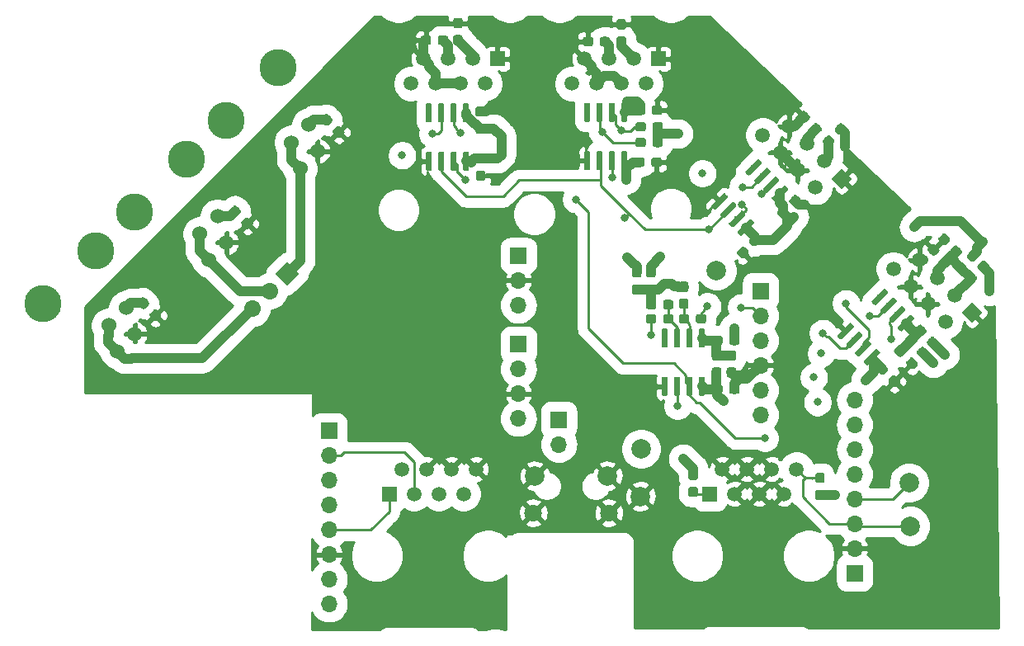
<source format=gbr>
G04 #@! TF.GenerationSoftware,KiCad,Pcbnew,(5.1.4)-1*
G04 #@! TF.CreationDate,2019-10-19T14:09:24-04:00*
G04 #@! TF.ProjectId,I2C Bus Board,49324320-4275-4732-9042-6f6172642e6b,rev?*
G04 #@! TF.SameCoordinates,Original*
G04 #@! TF.FileFunction,Copper,L4,Bot*
G04 #@! TF.FilePolarity,Positive*
%FSLAX46Y46*%
G04 Gerber Fmt 4.6, Leading zero omitted, Abs format (unit mm)*
G04 Created by KiCad (PCBNEW (5.1.4)-1) date 2019-10-19 14:09:24*
%MOMM*%
%LPD*%
G04 APERTURE LIST*
%ADD10C,1.500000*%
%ADD11C,0.100000*%
%ADD12R,1.500000X1.500000*%
%ADD13C,0.950000*%
%ADD14C,2.000000*%
%ADD15R,1.700000X1.700000*%
%ADD16O,1.700000X1.700000*%
%ADD17C,1.800000*%
%ADD18C,1.524000*%
%ADD19C,3.800000*%
%ADD20C,1.700000*%
%ADD21C,1.700000*%
%ADD22C,0.600000*%
%ADD23C,0.800000*%
%ADD24C,1.000000*%
%ADD25C,0.250000*%
%ADD26C,0.254000*%
G04 APERTURE END LIST*
D10*
X218483125Y-50741920D03*
X221177202Y-49843894D03*
X220279177Y-52537971D03*
X222973254Y-51639946D03*
X222075228Y-54334022D03*
X224769305Y-53435997D03*
X223871279Y-56130074D03*
X226565356Y-55232048D03*
D11*
G36*
X227626016Y-55232048D02*
G01*
X226565356Y-56292708D01*
X225504696Y-55232048D01*
X226565356Y-54171388D01*
X227626016Y-55232048D01*
X227626016Y-55232048D01*
G37*
D10*
X239945938Y-68971840D03*
D11*
G36*
X241006598Y-68971840D02*
G01*
X239945938Y-70032500D01*
X238885278Y-68971840D01*
X239945938Y-67911180D01*
X241006598Y-68971840D01*
X241006598Y-68971840D01*
G37*
D10*
X237251861Y-69869866D03*
X238149887Y-67175789D03*
X235455810Y-68073814D03*
X236353836Y-65379738D03*
X233659759Y-66277763D03*
X234557784Y-63583686D03*
X231863707Y-64481712D03*
D12*
X180149500Y-87566500D03*
D10*
X181419500Y-85026500D03*
X182689500Y-87566500D03*
X183959500Y-85026500D03*
X185229500Y-87566500D03*
X186499500Y-85026500D03*
X187769500Y-87566500D03*
X189039500Y-85026500D03*
X221932500Y-85026500D03*
X220662500Y-87566500D03*
X219392500Y-85026500D03*
X218122500Y-87566500D03*
X216852500Y-85026500D03*
X215582500Y-87566500D03*
X214312500Y-85026500D03*
D12*
X213042500Y-87566500D03*
D11*
G36*
X200857779Y-40674144D02*
G01*
X200880834Y-40677563D01*
X200903443Y-40683227D01*
X200925387Y-40691079D01*
X200946457Y-40701044D01*
X200966448Y-40713026D01*
X200985168Y-40726910D01*
X201002438Y-40742562D01*
X201018090Y-40759832D01*
X201031974Y-40778552D01*
X201043956Y-40798543D01*
X201053921Y-40819613D01*
X201061773Y-40841557D01*
X201067437Y-40864166D01*
X201070856Y-40887221D01*
X201072000Y-40910500D01*
X201072000Y-41385500D01*
X201070856Y-41408779D01*
X201067437Y-41431834D01*
X201061773Y-41454443D01*
X201053921Y-41476387D01*
X201043956Y-41497457D01*
X201031974Y-41517448D01*
X201018090Y-41536168D01*
X201002438Y-41553438D01*
X200985168Y-41569090D01*
X200966448Y-41582974D01*
X200946457Y-41594956D01*
X200925387Y-41604921D01*
X200903443Y-41612773D01*
X200880834Y-41618437D01*
X200857779Y-41621856D01*
X200834500Y-41623000D01*
X200259500Y-41623000D01*
X200236221Y-41621856D01*
X200213166Y-41618437D01*
X200190557Y-41612773D01*
X200168613Y-41604921D01*
X200147543Y-41594956D01*
X200127552Y-41582974D01*
X200108832Y-41569090D01*
X200091562Y-41553438D01*
X200075910Y-41536168D01*
X200062026Y-41517448D01*
X200050044Y-41497457D01*
X200040079Y-41476387D01*
X200032227Y-41454443D01*
X200026563Y-41431834D01*
X200023144Y-41408779D01*
X200022000Y-41385500D01*
X200022000Y-40910500D01*
X200023144Y-40887221D01*
X200026563Y-40864166D01*
X200032227Y-40841557D01*
X200040079Y-40819613D01*
X200050044Y-40798543D01*
X200062026Y-40778552D01*
X200075910Y-40759832D01*
X200091562Y-40742562D01*
X200108832Y-40726910D01*
X200127552Y-40713026D01*
X200147543Y-40701044D01*
X200168613Y-40691079D01*
X200190557Y-40683227D01*
X200213166Y-40677563D01*
X200236221Y-40674144D01*
X200259500Y-40673000D01*
X200834500Y-40673000D01*
X200857779Y-40674144D01*
X200857779Y-40674144D01*
G37*
D13*
X200547000Y-41148000D03*
D11*
G36*
X202607779Y-40674144D02*
G01*
X202630834Y-40677563D01*
X202653443Y-40683227D01*
X202675387Y-40691079D01*
X202696457Y-40701044D01*
X202716448Y-40713026D01*
X202735168Y-40726910D01*
X202752438Y-40742562D01*
X202768090Y-40759832D01*
X202781974Y-40778552D01*
X202793956Y-40798543D01*
X202803921Y-40819613D01*
X202811773Y-40841557D01*
X202817437Y-40864166D01*
X202820856Y-40887221D01*
X202822000Y-40910500D01*
X202822000Y-41385500D01*
X202820856Y-41408779D01*
X202817437Y-41431834D01*
X202811773Y-41454443D01*
X202803921Y-41476387D01*
X202793956Y-41497457D01*
X202781974Y-41517448D01*
X202768090Y-41536168D01*
X202752438Y-41553438D01*
X202735168Y-41569090D01*
X202716448Y-41582974D01*
X202696457Y-41594956D01*
X202675387Y-41604921D01*
X202653443Y-41612773D01*
X202630834Y-41618437D01*
X202607779Y-41621856D01*
X202584500Y-41623000D01*
X202009500Y-41623000D01*
X201986221Y-41621856D01*
X201963166Y-41618437D01*
X201940557Y-41612773D01*
X201918613Y-41604921D01*
X201897543Y-41594956D01*
X201877552Y-41582974D01*
X201858832Y-41569090D01*
X201841562Y-41553438D01*
X201825910Y-41536168D01*
X201812026Y-41517448D01*
X201800044Y-41497457D01*
X201790079Y-41476387D01*
X201782227Y-41454443D01*
X201776563Y-41431834D01*
X201773144Y-41408779D01*
X201772000Y-41385500D01*
X201772000Y-40910500D01*
X201773144Y-40887221D01*
X201776563Y-40864166D01*
X201782227Y-40841557D01*
X201790079Y-40819613D01*
X201800044Y-40798543D01*
X201812026Y-40778552D01*
X201825910Y-40759832D01*
X201841562Y-40742562D01*
X201858832Y-40726910D01*
X201877552Y-40713026D01*
X201897543Y-40701044D01*
X201918613Y-40691079D01*
X201940557Y-40683227D01*
X201963166Y-40677563D01*
X201986221Y-40674144D01*
X202009500Y-40673000D01*
X202584500Y-40673000D01*
X202607779Y-40674144D01*
X202607779Y-40674144D01*
G37*
D13*
X202297000Y-41148000D03*
D11*
G36*
X204222779Y-40610144D02*
G01*
X204245834Y-40613563D01*
X204268443Y-40619227D01*
X204290387Y-40627079D01*
X204311457Y-40637044D01*
X204331448Y-40649026D01*
X204350168Y-40662910D01*
X204367438Y-40678562D01*
X204383090Y-40695832D01*
X204396974Y-40714552D01*
X204408956Y-40734543D01*
X204418921Y-40755613D01*
X204426773Y-40777557D01*
X204432437Y-40800166D01*
X204435856Y-40823221D01*
X204437000Y-40846500D01*
X204437000Y-41421500D01*
X204435856Y-41444779D01*
X204432437Y-41467834D01*
X204426773Y-41490443D01*
X204418921Y-41512387D01*
X204408956Y-41533457D01*
X204396974Y-41553448D01*
X204383090Y-41572168D01*
X204367438Y-41589438D01*
X204350168Y-41605090D01*
X204331448Y-41618974D01*
X204311457Y-41630956D01*
X204290387Y-41640921D01*
X204268443Y-41648773D01*
X204245834Y-41654437D01*
X204222779Y-41657856D01*
X204199500Y-41659000D01*
X203724500Y-41659000D01*
X203701221Y-41657856D01*
X203678166Y-41654437D01*
X203655557Y-41648773D01*
X203633613Y-41640921D01*
X203612543Y-41630956D01*
X203592552Y-41618974D01*
X203573832Y-41605090D01*
X203556562Y-41589438D01*
X203540910Y-41572168D01*
X203527026Y-41553448D01*
X203515044Y-41533457D01*
X203505079Y-41512387D01*
X203497227Y-41490443D01*
X203491563Y-41467834D01*
X203488144Y-41444779D01*
X203487000Y-41421500D01*
X203487000Y-40846500D01*
X203488144Y-40823221D01*
X203491563Y-40800166D01*
X203497227Y-40777557D01*
X203505079Y-40755613D01*
X203515044Y-40734543D01*
X203527026Y-40714552D01*
X203540910Y-40695832D01*
X203556562Y-40678562D01*
X203573832Y-40662910D01*
X203592552Y-40649026D01*
X203612543Y-40637044D01*
X203633613Y-40627079D01*
X203655557Y-40619227D01*
X203678166Y-40613563D01*
X203701221Y-40610144D01*
X203724500Y-40609000D01*
X204199500Y-40609000D01*
X204222779Y-40610144D01*
X204222779Y-40610144D01*
G37*
D13*
X203962000Y-41134000D03*
D11*
G36*
X204222779Y-38860144D02*
G01*
X204245834Y-38863563D01*
X204268443Y-38869227D01*
X204290387Y-38877079D01*
X204311457Y-38887044D01*
X204331448Y-38899026D01*
X204350168Y-38912910D01*
X204367438Y-38928562D01*
X204383090Y-38945832D01*
X204396974Y-38964552D01*
X204408956Y-38984543D01*
X204418921Y-39005613D01*
X204426773Y-39027557D01*
X204432437Y-39050166D01*
X204435856Y-39073221D01*
X204437000Y-39096500D01*
X204437000Y-39671500D01*
X204435856Y-39694779D01*
X204432437Y-39717834D01*
X204426773Y-39740443D01*
X204418921Y-39762387D01*
X204408956Y-39783457D01*
X204396974Y-39803448D01*
X204383090Y-39822168D01*
X204367438Y-39839438D01*
X204350168Y-39855090D01*
X204331448Y-39868974D01*
X204311457Y-39880956D01*
X204290387Y-39890921D01*
X204268443Y-39898773D01*
X204245834Y-39904437D01*
X204222779Y-39907856D01*
X204199500Y-39909000D01*
X203724500Y-39909000D01*
X203701221Y-39907856D01*
X203678166Y-39904437D01*
X203655557Y-39898773D01*
X203633613Y-39890921D01*
X203612543Y-39880956D01*
X203592552Y-39868974D01*
X203573832Y-39855090D01*
X203556562Y-39839438D01*
X203540910Y-39822168D01*
X203527026Y-39803448D01*
X203515044Y-39783457D01*
X203505079Y-39762387D01*
X203497227Y-39740443D01*
X203491563Y-39717834D01*
X203488144Y-39694779D01*
X203487000Y-39671500D01*
X203487000Y-39096500D01*
X203488144Y-39073221D01*
X203491563Y-39050166D01*
X203497227Y-39027557D01*
X203505079Y-39005613D01*
X203515044Y-38984543D01*
X203527026Y-38964552D01*
X203540910Y-38945832D01*
X203556562Y-38928562D01*
X203573832Y-38912910D01*
X203592552Y-38899026D01*
X203612543Y-38887044D01*
X203633613Y-38877079D01*
X203655557Y-38869227D01*
X203678166Y-38863563D01*
X203701221Y-38860144D01*
X203724500Y-38859000D01*
X204199500Y-38859000D01*
X204222779Y-38860144D01*
X204222779Y-38860144D01*
G37*
D13*
X203962000Y-39384000D03*
D11*
G36*
X238307516Y-62068174D02*
G01*
X238330571Y-62071593D01*
X238353180Y-62077257D01*
X238375124Y-62085109D01*
X238396194Y-62095074D01*
X238416185Y-62107056D01*
X238434905Y-62120940D01*
X238452175Y-62136592D01*
X238858761Y-62543178D01*
X238874413Y-62560448D01*
X238888297Y-62579168D01*
X238900279Y-62599159D01*
X238910244Y-62620229D01*
X238918096Y-62642173D01*
X238923760Y-62664782D01*
X238927179Y-62687837D01*
X238928323Y-62711116D01*
X238927179Y-62734395D01*
X238923760Y-62757450D01*
X238918096Y-62780059D01*
X238910244Y-62802003D01*
X238900279Y-62823073D01*
X238888297Y-62843064D01*
X238874413Y-62861784D01*
X238858761Y-62879054D01*
X238522885Y-63214930D01*
X238505615Y-63230582D01*
X238486895Y-63244466D01*
X238466904Y-63256448D01*
X238445834Y-63266413D01*
X238423890Y-63274265D01*
X238401281Y-63279929D01*
X238378226Y-63283348D01*
X238354947Y-63284492D01*
X238331668Y-63283348D01*
X238308613Y-63279929D01*
X238286004Y-63274265D01*
X238264060Y-63266413D01*
X238242990Y-63256448D01*
X238222999Y-63244466D01*
X238204279Y-63230582D01*
X238187009Y-63214930D01*
X237780423Y-62808344D01*
X237764771Y-62791074D01*
X237750887Y-62772354D01*
X237738905Y-62752363D01*
X237728940Y-62731293D01*
X237721088Y-62709349D01*
X237715424Y-62686740D01*
X237712005Y-62663685D01*
X237710861Y-62640406D01*
X237712005Y-62617127D01*
X237715424Y-62594072D01*
X237721088Y-62571463D01*
X237728940Y-62549519D01*
X237738905Y-62528449D01*
X237750887Y-62508458D01*
X237764771Y-62489738D01*
X237780423Y-62472468D01*
X238116299Y-62136592D01*
X238133569Y-62120940D01*
X238152289Y-62107056D01*
X238172280Y-62095074D01*
X238193350Y-62085109D01*
X238215294Y-62077257D01*
X238237903Y-62071593D01*
X238260958Y-62068174D01*
X238284237Y-62067030D01*
X238307516Y-62068174D01*
X238307516Y-62068174D01*
G37*
D13*
X238319592Y-62675761D03*
D11*
G36*
X237070080Y-60830738D02*
G01*
X237093135Y-60834157D01*
X237115744Y-60839821D01*
X237137688Y-60847673D01*
X237158758Y-60857638D01*
X237178749Y-60869620D01*
X237197469Y-60883504D01*
X237214739Y-60899156D01*
X237621325Y-61305742D01*
X237636977Y-61323012D01*
X237650861Y-61341732D01*
X237662843Y-61361723D01*
X237672808Y-61382793D01*
X237680660Y-61404737D01*
X237686324Y-61427346D01*
X237689743Y-61450401D01*
X237690887Y-61473680D01*
X237689743Y-61496959D01*
X237686324Y-61520014D01*
X237680660Y-61542623D01*
X237672808Y-61564567D01*
X237662843Y-61585637D01*
X237650861Y-61605628D01*
X237636977Y-61624348D01*
X237621325Y-61641618D01*
X237285449Y-61977494D01*
X237268179Y-61993146D01*
X237249459Y-62007030D01*
X237229468Y-62019012D01*
X237208398Y-62028977D01*
X237186454Y-62036829D01*
X237163845Y-62042493D01*
X237140790Y-62045912D01*
X237117511Y-62047056D01*
X237094232Y-62045912D01*
X237071177Y-62042493D01*
X237048568Y-62036829D01*
X237026624Y-62028977D01*
X237005554Y-62019012D01*
X236985563Y-62007030D01*
X236966843Y-61993146D01*
X236949573Y-61977494D01*
X236542987Y-61570908D01*
X236527335Y-61553638D01*
X236513451Y-61534918D01*
X236501469Y-61514927D01*
X236491504Y-61493857D01*
X236483652Y-61471913D01*
X236477988Y-61449304D01*
X236474569Y-61426249D01*
X236473425Y-61402970D01*
X236474569Y-61379691D01*
X236477988Y-61356636D01*
X236483652Y-61334027D01*
X236491504Y-61312083D01*
X236501469Y-61291013D01*
X236513451Y-61271022D01*
X236527335Y-61252302D01*
X236542987Y-61235032D01*
X236878863Y-60899156D01*
X236896133Y-60883504D01*
X236914853Y-60869620D01*
X236934844Y-60857638D01*
X236955914Y-60847673D01*
X236977858Y-60839821D01*
X237000467Y-60834157D01*
X237023522Y-60830738D01*
X237046801Y-60829594D01*
X237070080Y-60830738D01*
X237070080Y-60830738D01*
G37*
D13*
X237082156Y-61438325D03*
D11*
G36*
X237229885Y-63145804D02*
G01*
X237252940Y-63149223D01*
X237275549Y-63154887D01*
X237297493Y-63162739D01*
X237318563Y-63172704D01*
X237338554Y-63184686D01*
X237357274Y-63198570D01*
X237374544Y-63214222D01*
X237781130Y-63620808D01*
X237796782Y-63638078D01*
X237810666Y-63656798D01*
X237822648Y-63676789D01*
X237832613Y-63697859D01*
X237840465Y-63719803D01*
X237846129Y-63742412D01*
X237849548Y-63765467D01*
X237850692Y-63788746D01*
X237849548Y-63812025D01*
X237846129Y-63835080D01*
X237840465Y-63857689D01*
X237832613Y-63879633D01*
X237822648Y-63900703D01*
X237810666Y-63920694D01*
X237796782Y-63939414D01*
X237781130Y-63956684D01*
X237445254Y-64292560D01*
X237427984Y-64308212D01*
X237409264Y-64322096D01*
X237389273Y-64334078D01*
X237368203Y-64344043D01*
X237346259Y-64351895D01*
X237323650Y-64357559D01*
X237300595Y-64360978D01*
X237277316Y-64362122D01*
X237254037Y-64360978D01*
X237230982Y-64357559D01*
X237208373Y-64351895D01*
X237186429Y-64344043D01*
X237165359Y-64334078D01*
X237145368Y-64322096D01*
X237126648Y-64308212D01*
X237109378Y-64292560D01*
X236702792Y-63885974D01*
X236687140Y-63868704D01*
X236673256Y-63849984D01*
X236661274Y-63829993D01*
X236651309Y-63808923D01*
X236643457Y-63786979D01*
X236637793Y-63764370D01*
X236634374Y-63741315D01*
X236633230Y-63718036D01*
X236634374Y-63694757D01*
X236637793Y-63671702D01*
X236643457Y-63649093D01*
X236651309Y-63627149D01*
X236661274Y-63606079D01*
X236673256Y-63586088D01*
X236687140Y-63567368D01*
X236702792Y-63550098D01*
X237038668Y-63214222D01*
X237055938Y-63198570D01*
X237074658Y-63184686D01*
X237094649Y-63172704D01*
X237115719Y-63162739D01*
X237137663Y-63154887D01*
X237160272Y-63149223D01*
X237183327Y-63145804D01*
X237206606Y-63144660D01*
X237229885Y-63145804D01*
X237229885Y-63145804D01*
G37*
D13*
X237241961Y-63753391D03*
D11*
G36*
X235992449Y-61908368D02*
G01*
X236015504Y-61911787D01*
X236038113Y-61917451D01*
X236060057Y-61925303D01*
X236081127Y-61935268D01*
X236101118Y-61947250D01*
X236119838Y-61961134D01*
X236137108Y-61976786D01*
X236543694Y-62383372D01*
X236559346Y-62400642D01*
X236573230Y-62419362D01*
X236585212Y-62439353D01*
X236595177Y-62460423D01*
X236603029Y-62482367D01*
X236608693Y-62504976D01*
X236612112Y-62528031D01*
X236613256Y-62551310D01*
X236612112Y-62574589D01*
X236608693Y-62597644D01*
X236603029Y-62620253D01*
X236595177Y-62642197D01*
X236585212Y-62663267D01*
X236573230Y-62683258D01*
X236559346Y-62701978D01*
X236543694Y-62719248D01*
X236207818Y-63055124D01*
X236190548Y-63070776D01*
X236171828Y-63084660D01*
X236151837Y-63096642D01*
X236130767Y-63106607D01*
X236108823Y-63114459D01*
X236086214Y-63120123D01*
X236063159Y-63123542D01*
X236039880Y-63124686D01*
X236016601Y-63123542D01*
X235993546Y-63120123D01*
X235970937Y-63114459D01*
X235948993Y-63106607D01*
X235927923Y-63096642D01*
X235907932Y-63084660D01*
X235889212Y-63070776D01*
X235871942Y-63055124D01*
X235465356Y-62648538D01*
X235449704Y-62631268D01*
X235435820Y-62612548D01*
X235423838Y-62592557D01*
X235413873Y-62571487D01*
X235406021Y-62549543D01*
X235400357Y-62526934D01*
X235396938Y-62503879D01*
X235395794Y-62480600D01*
X235396938Y-62457321D01*
X235400357Y-62434266D01*
X235406021Y-62411657D01*
X235413873Y-62389713D01*
X235423838Y-62368643D01*
X235435820Y-62348652D01*
X235449704Y-62329932D01*
X235465356Y-62312662D01*
X235801232Y-61976786D01*
X235818502Y-61961134D01*
X235837222Y-61947250D01*
X235857213Y-61935268D01*
X235878283Y-61925303D01*
X235900227Y-61917451D01*
X235922836Y-61911787D01*
X235945891Y-61908368D01*
X235969170Y-61907224D01*
X235992449Y-61908368D01*
X235992449Y-61908368D01*
G37*
D13*
X236004525Y-62515955D03*
D11*
G36*
X184220779Y-40547144D02*
G01*
X184243834Y-40550563D01*
X184266443Y-40556227D01*
X184288387Y-40564079D01*
X184309457Y-40574044D01*
X184329448Y-40586026D01*
X184348168Y-40599910D01*
X184365438Y-40615562D01*
X184381090Y-40632832D01*
X184394974Y-40651552D01*
X184406956Y-40671543D01*
X184416921Y-40692613D01*
X184424773Y-40714557D01*
X184430437Y-40737166D01*
X184433856Y-40760221D01*
X184435000Y-40783500D01*
X184435000Y-41258500D01*
X184433856Y-41281779D01*
X184430437Y-41304834D01*
X184424773Y-41327443D01*
X184416921Y-41349387D01*
X184406956Y-41370457D01*
X184394974Y-41390448D01*
X184381090Y-41409168D01*
X184365438Y-41426438D01*
X184348168Y-41442090D01*
X184329448Y-41455974D01*
X184309457Y-41467956D01*
X184288387Y-41477921D01*
X184266443Y-41485773D01*
X184243834Y-41491437D01*
X184220779Y-41494856D01*
X184197500Y-41496000D01*
X183622500Y-41496000D01*
X183599221Y-41494856D01*
X183576166Y-41491437D01*
X183553557Y-41485773D01*
X183531613Y-41477921D01*
X183510543Y-41467956D01*
X183490552Y-41455974D01*
X183471832Y-41442090D01*
X183454562Y-41426438D01*
X183438910Y-41409168D01*
X183425026Y-41390448D01*
X183413044Y-41370457D01*
X183403079Y-41349387D01*
X183395227Y-41327443D01*
X183389563Y-41304834D01*
X183386144Y-41281779D01*
X183385000Y-41258500D01*
X183385000Y-40783500D01*
X183386144Y-40760221D01*
X183389563Y-40737166D01*
X183395227Y-40714557D01*
X183403079Y-40692613D01*
X183413044Y-40671543D01*
X183425026Y-40651552D01*
X183438910Y-40632832D01*
X183454562Y-40615562D01*
X183471832Y-40599910D01*
X183490552Y-40586026D01*
X183510543Y-40574044D01*
X183531613Y-40564079D01*
X183553557Y-40556227D01*
X183576166Y-40550563D01*
X183599221Y-40547144D01*
X183622500Y-40546000D01*
X184197500Y-40546000D01*
X184220779Y-40547144D01*
X184220779Y-40547144D01*
G37*
D13*
X183910000Y-41021000D03*
D11*
G36*
X185970779Y-40547144D02*
G01*
X185993834Y-40550563D01*
X186016443Y-40556227D01*
X186038387Y-40564079D01*
X186059457Y-40574044D01*
X186079448Y-40586026D01*
X186098168Y-40599910D01*
X186115438Y-40615562D01*
X186131090Y-40632832D01*
X186144974Y-40651552D01*
X186156956Y-40671543D01*
X186166921Y-40692613D01*
X186174773Y-40714557D01*
X186180437Y-40737166D01*
X186183856Y-40760221D01*
X186185000Y-40783500D01*
X186185000Y-41258500D01*
X186183856Y-41281779D01*
X186180437Y-41304834D01*
X186174773Y-41327443D01*
X186166921Y-41349387D01*
X186156956Y-41370457D01*
X186144974Y-41390448D01*
X186131090Y-41409168D01*
X186115438Y-41426438D01*
X186098168Y-41442090D01*
X186079448Y-41455974D01*
X186059457Y-41467956D01*
X186038387Y-41477921D01*
X186016443Y-41485773D01*
X185993834Y-41491437D01*
X185970779Y-41494856D01*
X185947500Y-41496000D01*
X185372500Y-41496000D01*
X185349221Y-41494856D01*
X185326166Y-41491437D01*
X185303557Y-41485773D01*
X185281613Y-41477921D01*
X185260543Y-41467956D01*
X185240552Y-41455974D01*
X185221832Y-41442090D01*
X185204562Y-41426438D01*
X185188910Y-41409168D01*
X185175026Y-41390448D01*
X185163044Y-41370457D01*
X185153079Y-41349387D01*
X185145227Y-41327443D01*
X185139563Y-41304834D01*
X185136144Y-41281779D01*
X185135000Y-41258500D01*
X185135000Y-40783500D01*
X185136144Y-40760221D01*
X185139563Y-40737166D01*
X185145227Y-40714557D01*
X185153079Y-40692613D01*
X185163044Y-40671543D01*
X185175026Y-40651552D01*
X185188910Y-40632832D01*
X185204562Y-40615562D01*
X185221832Y-40599910D01*
X185240552Y-40586026D01*
X185260543Y-40574044D01*
X185281613Y-40564079D01*
X185303557Y-40556227D01*
X185326166Y-40550563D01*
X185349221Y-40547144D01*
X185372500Y-40546000D01*
X185947500Y-40546000D01*
X185970779Y-40547144D01*
X185970779Y-40547144D01*
G37*
D13*
X185660000Y-41021000D03*
D11*
G36*
X187458779Y-40483144D02*
G01*
X187481834Y-40486563D01*
X187504443Y-40492227D01*
X187526387Y-40500079D01*
X187547457Y-40510044D01*
X187567448Y-40522026D01*
X187586168Y-40535910D01*
X187603438Y-40551562D01*
X187619090Y-40568832D01*
X187632974Y-40587552D01*
X187644956Y-40607543D01*
X187654921Y-40628613D01*
X187662773Y-40650557D01*
X187668437Y-40673166D01*
X187671856Y-40696221D01*
X187673000Y-40719500D01*
X187673000Y-41294500D01*
X187671856Y-41317779D01*
X187668437Y-41340834D01*
X187662773Y-41363443D01*
X187654921Y-41385387D01*
X187644956Y-41406457D01*
X187632974Y-41426448D01*
X187619090Y-41445168D01*
X187603438Y-41462438D01*
X187586168Y-41478090D01*
X187567448Y-41491974D01*
X187547457Y-41503956D01*
X187526387Y-41513921D01*
X187504443Y-41521773D01*
X187481834Y-41527437D01*
X187458779Y-41530856D01*
X187435500Y-41532000D01*
X186960500Y-41532000D01*
X186937221Y-41530856D01*
X186914166Y-41527437D01*
X186891557Y-41521773D01*
X186869613Y-41513921D01*
X186848543Y-41503956D01*
X186828552Y-41491974D01*
X186809832Y-41478090D01*
X186792562Y-41462438D01*
X186776910Y-41445168D01*
X186763026Y-41426448D01*
X186751044Y-41406457D01*
X186741079Y-41385387D01*
X186733227Y-41363443D01*
X186727563Y-41340834D01*
X186724144Y-41317779D01*
X186723000Y-41294500D01*
X186723000Y-40719500D01*
X186724144Y-40696221D01*
X186727563Y-40673166D01*
X186733227Y-40650557D01*
X186741079Y-40628613D01*
X186751044Y-40607543D01*
X186763026Y-40587552D01*
X186776910Y-40568832D01*
X186792562Y-40551562D01*
X186809832Y-40535910D01*
X186828552Y-40522026D01*
X186848543Y-40510044D01*
X186869613Y-40500079D01*
X186891557Y-40492227D01*
X186914166Y-40486563D01*
X186937221Y-40483144D01*
X186960500Y-40482000D01*
X187435500Y-40482000D01*
X187458779Y-40483144D01*
X187458779Y-40483144D01*
G37*
D13*
X187198000Y-41007000D03*
D11*
G36*
X187458779Y-38733144D02*
G01*
X187481834Y-38736563D01*
X187504443Y-38742227D01*
X187526387Y-38750079D01*
X187547457Y-38760044D01*
X187567448Y-38772026D01*
X187586168Y-38785910D01*
X187603438Y-38801562D01*
X187619090Y-38818832D01*
X187632974Y-38837552D01*
X187644956Y-38857543D01*
X187654921Y-38878613D01*
X187662773Y-38900557D01*
X187668437Y-38923166D01*
X187671856Y-38946221D01*
X187673000Y-38969500D01*
X187673000Y-39544500D01*
X187671856Y-39567779D01*
X187668437Y-39590834D01*
X187662773Y-39613443D01*
X187654921Y-39635387D01*
X187644956Y-39656457D01*
X187632974Y-39676448D01*
X187619090Y-39695168D01*
X187603438Y-39712438D01*
X187586168Y-39728090D01*
X187567448Y-39741974D01*
X187547457Y-39753956D01*
X187526387Y-39763921D01*
X187504443Y-39771773D01*
X187481834Y-39777437D01*
X187458779Y-39780856D01*
X187435500Y-39782000D01*
X186960500Y-39782000D01*
X186937221Y-39780856D01*
X186914166Y-39777437D01*
X186891557Y-39771773D01*
X186869613Y-39763921D01*
X186848543Y-39753956D01*
X186828552Y-39741974D01*
X186809832Y-39728090D01*
X186792562Y-39712438D01*
X186776910Y-39695168D01*
X186763026Y-39676448D01*
X186751044Y-39656457D01*
X186741079Y-39635387D01*
X186733227Y-39613443D01*
X186727563Y-39590834D01*
X186724144Y-39567779D01*
X186723000Y-39544500D01*
X186723000Y-38969500D01*
X186724144Y-38946221D01*
X186727563Y-38923166D01*
X186733227Y-38900557D01*
X186741079Y-38878613D01*
X186751044Y-38857543D01*
X186763026Y-38837552D01*
X186776910Y-38818832D01*
X186792562Y-38801562D01*
X186809832Y-38785910D01*
X186828552Y-38772026D01*
X186848543Y-38760044D01*
X186869613Y-38750079D01*
X186891557Y-38742227D01*
X186914166Y-38736563D01*
X186937221Y-38733144D01*
X186960500Y-38732000D01*
X187435500Y-38732000D01*
X187458779Y-38733144D01*
X187458779Y-38733144D01*
G37*
D13*
X187198000Y-39257000D03*
D11*
G36*
X226524288Y-49515615D02*
G01*
X226547343Y-49519034D01*
X226569952Y-49524698D01*
X226591896Y-49532550D01*
X226612966Y-49542515D01*
X226632957Y-49554497D01*
X226651677Y-49568381D01*
X226668947Y-49584033D01*
X227004823Y-49919909D01*
X227020475Y-49937179D01*
X227034359Y-49955899D01*
X227046341Y-49975890D01*
X227056306Y-49996960D01*
X227064158Y-50018904D01*
X227069822Y-50041513D01*
X227073241Y-50064568D01*
X227074385Y-50087847D01*
X227073241Y-50111126D01*
X227069822Y-50134181D01*
X227064158Y-50156790D01*
X227056306Y-50178734D01*
X227046341Y-50199804D01*
X227034359Y-50219795D01*
X227020475Y-50238515D01*
X227004823Y-50255785D01*
X226598237Y-50662371D01*
X226580967Y-50678023D01*
X226562247Y-50691907D01*
X226542256Y-50703889D01*
X226521186Y-50713854D01*
X226499242Y-50721706D01*
X226476633Y-50727370D01*
X226453578Y-50730789D01*
X226430299Y-50731933D01*
X226407020Y-50730789D01*
X226383965Y-50727370D01*
X226361356Y-50721706D01*
X226339412Y-50713854D01*
X226318342Y-50703889D01*
X226298351Y-50691907D01*
X226279631Y-50678023D01*
X226262361Y-50662371D01*
X225926485Y-50326495D01*
X225910833Y-50309225D01*
X225896949Y-50290505D01*
X225884967Y-50270514D01*
X225875002Y-50249444D01*
X225867150Y-50227500D01*
X225861486Y-50204891D01*
X225858067Y-50181836D01*
X225856923Y-50158557D01*
X225858067Y-50135278D01*
X225861486Y-50112223D01*
X225867150Y-50089614D01*
X225875002Y-50067670D01*
X225884967Y-50046600D01*
X225896949Y-50026609D01*
X225910833Y-50007889D01*
X225926485Y-49990619D01*
X226333071Y-49584033D01*
X226350341Y-49568381D01*
X226369061Y-49554497D01*
X226389052Y-49542515D01*
X226410122Y-49532550D01*
X226432066Y-49524698D01*
X226454675Y-49519034D01*
X226477730Y-49515615D01*
X226501009Y-49514471D01*
X226524288Y-49515615D01*
X226524288Y-49515615D01*
G37*
D13*
X226465654Y-50123202D03*
D11*
G36*
X225286852Y-50753051D02*
G01*
X225309907Y-50756470D01*
X225332516Y-50762134D01*
X225354460Y-50769986D01*
X225375530Y-50779951D01*
X225395521Y-50791933D01*
X225414241Y-50805817D01*
X225431511Y-50821469D01*
X225767387Y-51157345D01*
X225783039Y-51174615D01*
X225796923Y-51193335D01*
X225808905Y-51213326D01*
X225818870Y-51234396D01*
X225826722Y-51256340D01*
X225832386Y-51278949D01*
X225835805Y-51302004D01*
X225836949Y-51325283D01*
X225835805Y-51348562D01*
X225832386Y-51371617D01*
X225826722Y-51394226D01*
X225818870Y-51416170D01*
X225808905Y-51437240D01*
X225796923Y-51457231D01*
X225783039Y-51475951D01*
X225767387Y-51493221D01*
X225360801Y-51899807D01*
X225343531Y-51915459D01*
X225324811Y-51929343D01*
X225304820Y-51941325D01*
X225283750Y-51951290D01*
X225261806Y-51959142D01*
X225239197Y-51964806D01*
X225216142Y-51968225D01*
X225192863Y-51969369D01*
X225169584Y-51968225D01*
X225146529Y-51964806D01*
X225123920Y-51959142D01*
X225101976Y-51951290D01*
X225080906Y-51941325D01*
X225060915Y-51929343D01*
X225042195Y-51915459D01*
X225024925Y-51899807D01*
X224689049Y-51563931D01*
X224673397Y-51546661D01*
X224659513Y-51527941D01*
X224647531Y-51507950D01*
X224637566Y-51486880D01*
X224629714Y-51464936D01*
X224624050Y-51442327D01*
X224620631Y-51419272D01*
X224619487Y-51395993D01*
X224620631Y-51372714D01*
X224624050Y-51349659D01*
X224629714Y-51327050D01*
X224637566Y-51305106D01*
X224647531Y-51284036D01*
X224659513Y-51264045D01*
X224673397Y-51245325D01*
X224689049Y-51228055D01*
X225095635Y-50821469D01*
X225112905Y-50805817D01*
X225131625Y-50791933D01*
X225151616Y-50779951D01*
X225172686Y-50769986D01*
X225194630Y-50762134D01*
X225217239Y-50756470D01*
X225240294Y-50753051D01*
X225263573Y-50751907D01*
X225286852Y-50753051D01*
X225286852Y-50753051D01*
G37*
D13*
X225228218Y-51360638D03*
D11*
G36*
X223939106Y-49495815D02*
G01*
X223962161Y-49499234D01*
X223984770Y-49504898D01*
X224006714Y-49512750D01*
X224027784Y-49522715D01*
X224047775Y-49534697D01*
X224066495Y-49548581D01*
X224083765Y-49564233D01*
X224490351Y-49970819D01*
X224506003Y-49988089D01*
X224519887Y-50006809D01*
X224531869Y-50026800D01*
X224541834Y-50047870D01*
X224549686Y-50069814D01*
X224555350Y-50092423D01*
X224558769Y-50115478D01*
X224559913Y-50138757D01*
X224558769Y-50162036D01*
X224555350Y-50185091D01*
X224549686Y-50207700D01*
X224541834Y-50229644D01*
X224531869Y-50250714D01*
X224519887Y-50270705D01*
X224506003Y-50289425D01*
X224490351Y-50306695D01*
X224154475Y-50642571D01*
X224137205Y-50658223D01*
X224118485Y-50672107D01*
X224098494Y-50684089D01*
X224077424Y-50694054D01*
X224055480Y-50701906D01*
X224032871Y-50707570D01*
X224009816Y-50710989D01*
X223986537Y-50712133D01*
X223963258Y-50710989D01*
X223940203Y-50707570D01*
X223917594Y-50701906D01*
X223895650Y-50694054D01*
X223874580Y-50684089D01*
X223854589Y-50672107D01*
X223835869Y-50658223D01*
X223818599Y-50642571D01*
X223412013Y-50235985D01*
X223396361Y-50218715D01*
X223382477Y-50199995D01*
X223370495Y-50180004D01*
X223360530Y-50158934D01*
X223352678Y-50136990D01*
X223347014Y-50114381D01*
X223343595Y-50091326D01*
X223342451Y-50068047D01*
X223343595Y-50044768D01*
X223347014Y-50021713D01*
X223352678Y-49999104D01*
X223360530Y-49977160D01*
X223370495Y-49956090D01*
X223382477Y-49936099D01*
X223396361Y-49917379D01*
X223412013Y-49900109D01*
X223747889Y-49564233D01*
X223765159Y-49548581D01*
X223783879Y-49534697D01*
X223803870Y-49522715D01*
X223824940Y-49512750D01*
X223846884Y-49504898D01*
X223869493Y-49499234D01*
X223892548Y-49495815D01*
X223915827Y-49494671D01*
X223939106Y-49495815D01*
X223939106Y-49495815D01*
G37*
D13*
X223951182Y-50103402D03*
D11*
G36*
X222701670Y-48258379D02*
G01*
X222724725Y-48261798D01*
X222747334Y-48267462D01*
X222769278Y-48275314D01*
X222790348Y-48285279D01*
X222810339Y-48297261D01*
X222829059Y-48311145D01*
X222846329Y-48326797D01*
X223252915Y-48733383D01*
X223268567Y-48750653D01*
X223282451Y-48769373D01*
X223294433Y-48789364D01*
X223304398Y-48810434D01*
X223312250Y-48832378D01*
X223317914Y-48854987D01*
X223321333Y-48878042D01*
X223322477Y-48901321D01*
X223321333Y-48924600D01*
X223317914Y-48947655D01*
X223312250Y-48970264D01*
X223304398Y-48992208D01*
X223294433Y-49013278D01*
X223282451Y-49033269D01*
X223268567Y-49051989D01*
X223252915Y-49069259D01*
X222917039Y-49405135D01*
X222899769Y-49420787D01*
X222881049Y-49434671D01*
X222861058Y-49446653D01*
X222839988Y-49456618D01*
X222818044Y-49464470D01*
X222795435Y-49470134D01*
X222772380Y-49473553D01*
X222749101Y-49474697D01*
X222725822Y-49473553D01*
X222702767Y-49470134D01*
X222680158Y-49464470D01*
X222658214Y-49456618D01*
X222637144Y-49446653D01*
X222617153Y-49434671D01*
X222598433Y-49420787D01*
X222581163Y-49405135D01*
X222174577Y-48998549D01*
X222158925Y-48981279D01*
X222145041Y-48962559D01*
X222133059Y-48942568D01*
X222123094Y-48921498D01*
X222115242Y-48899554D01*
X222109578Y-48876945D01*
X222106159Y-48853890D01*
X222105015Y-48830611D01*
X222106159Y-48807332D01*
X222109578Y-48784277D01*
X222115242Y-48761668D01*
X222123094Y-48739724D01*
X222133059Y-48718654D01*
X222145041Y-48698663D01*
X222158925Y-48679943D01*
X222174577Y-48662673D01*
X222510453Y-48326797D01*
X222527723Y-48311145D01*
X222546443Y-48297261D01*
X222566434Y-48285279D01*
X222587504Y-48275314D01*
X222609448Y-48267462D01*
X222632057Y-48261798D01*
X222655112Y-48258379D01*
X222678391Y-48257235D01*
X222701670Y-48258379D01*
X222701670Y-48258379D01*
G37*
D13*
X222713746Y-48865966D03*
D11*
G36*
X174944261Y-49808083D02*
G01*
X174967316Y-49811502D01*
X174989925Y-49817166D01*
X175011869Y-49825018D01*
X175032939Y-49834983D01*
X175052930Y-49846965D01*
X175071650Y-49860849D01*
X175088920Y-49876501D01*
X175495506Y-50283087D01*
X175511158Y-50300357D01*
X175525042Y-50319077D01*
X175537024Y-50339068D01*
X175546989Y-50360138D01*
X175554841Y-50382082D01*
X175560505Y-50404691D01*
X175563924Y-50427746D01*
X175565068Y-50451025D01*
X175563924Y-50474304D01*
X175560505Y-50497359D01*
X175554841Y-50519968D01*
X175546989Y-50541912D01*
X175537024Y-50562982D01*
X175525042Y-50582973D01*
X175511158Y-50601693D01*
X175495506Y-50618963D01*
X175159630Y-50954839D01*
X175142360Y-50970491D01*
X175123640Y-50984375D01*
X175103649Y-50996357D01*
X175082579Y-51006322D01*
X175060635Y-51014174D01*
X175038026Y-51019838D01*
X175014971Y-51023257D01*
X174991692Y-51024401D01*
X174968413Y-51023257D01*
X174945358Y-51019838D01*
X174922749Y-51014174D01*
X174900805Y-51006322D01*
X174879735Y-50996357D01*
X174859744Y-50984375D01*
X174841024Y-50970491D01*
X174823754Y-50954839D01*
X174417168Y-50548253D01*
X174401516Y-50530983D01*
X174387632Y-50512263D01*
X174375650Y-50492272D01*
X174365685Y-50471202D01*
X174357833Y-50449258D01*
X174352169Y-50426649D01*
X174348750Y-50403594D01*
X174347606Y-50380315D01*
X174348750Y-50357036D01*
X174352169Y-50333981D01*
X174357833Y-50311372D01*
X174365685Y-50289428D01*
X174375650Y-50268358D01*
X174387632Y-50248367D01*
X174401516Y-50229647D01*
X174417168Y-50212377D01*
X174753044Y-49876501D01*
X174770314Y-49860849D01*
X174789034Y-49846965D01*
X174809025Y-49834983D01*
X174830095Y-49825018D01*
X174852039Y-49817166D01*
X174874648Y-49811502D01*
X174897703Y-49808083D01*
X174920982Y-49806939D01*
X174944261Y-49808083D01*
X174944261Y-49808083D01*
G37*
D13*
X174956337Y-50415670D03*
D11*
G36*
X173706825Y-48570647D02*
G01*
X173729880Y-48574066D01*
X173752489Y-48579730D01*
X173774433Y-48587582D01*
X173795503Y-48597547D01*
X173815494Y-48609529D01*
X173834214Y-48623413D01*
X173851484Y-48639065D01*
X174258070Y-49045651D01*
X174273722Y-49062921D01*
X174287606Y-49081641D01*
X174299588Y-49101632D01*
X174309553Y-49122702D01*
X174317405Y-49144646D01*
X174323069Y-49167255D01*
X174326488Y-49190310D01*
X174327632Y-49213589D01*
X174326488Y-49236868D01*
X174323069Y-49259923D01*
X174317405Y-49282532D01*
X174309553Y-49304476D01*
X174299588Y-49325546D01*
X174287606Y-49345537D01*
X174273722Y-49364257D01*
X174258070Y-49381527D01*
X173922194Y-49717403D01*
X173904924Y-49733055D01*
X173886204Y-49746939D01*
X173866213Y-49758921D01*
X173845143Y-49768886D01*
X173823199Y-49776738D01*
X173800590Y-49782402D01*
X173777535Y-49785821D01*
X173754256Y-49786965D01*
X173730977Y-49785821D01*
X173707922Y-49782402D01*
X173685313Y-49776738D01*
X173663369Y-49768886D01*
X173642299Y-49758921D01*
X173622308Y-49746939D01*
X173603588Y-49733055D01*
X173586318Y-49717403D01*
X173179732Y-49310817D01*
X173164080Y-49293547D01*
X173150196Y-49274827D01*
X173138214Y-49254836D01*
X173128249Y-49233766D01*
X173120397Y-49211822D01*
X173114733Y-49189213D01*
X173111314Y-49166158D01*
X173110170Y-49142879D01*
X173111314Y-49119600D01*
X173114733Y-49096545D01*
X173120397Y-49073936D01*
X173128249Y-49051992D01*
X173138214Y-49030922D01*
X173150196Y-49010931D01*
X173164080Y-48992211D01*
X173179732Y-48974941D01*
X173515608Y-48639065D01*
X173532878Y-48623413D01*
X173551598Y-48609529D01*
X173571589Y-48597547D01*
X173592659Y-48587582D01*
X173614603Y-48579730D01*
X173637212Y-48574066D01*
X173660267Y-48570647D01*
X173683546Y-48569503D01*
X173706825Y-48570647D01*
X173706825Y-48570647D01*
G37*
D13*
X173718901Y-49178234D03*
D11*
G36*
X164322457Y-57955015D02*
G01*
X164345512Y-57958434D01*
X164368121Y-57964098D01*
X164390065Y-57971950D01*
X164411135Y-57981915D01*
X164431126Y-57993897D01*
X164449846Y-58007781D01*
X164467116Y-58023433D01*
X164873702Y-58430019D01*
X164889354Y-58447289D01*
X164903238Y-58466009D01*
X164915220Y-58486000D01*
X164925185Y-58507070D01*
X164933037Y-58529014D01*
X164938701Y-58551623D01*
X164942120Y-58574678D01*
X164943264Y-58597957D01*
X164942120Y-58621236D01*
X164938701Y-58644291D01*
X164933037Y-58666900D01*
X164925185Y-58688844D01*
X164915220Y-58709914D01*
X164903238Y-58729905D01*
X164889354Y-58748625D01*
X164873702Y-58765895D01*
X164537826Y-59101771D01*
X164520556Y-59117423D01*
X164501836Y-59131307D01*
X164481845Y-59143289D01*
X164460775Y-59153254D01*
X164438831Y-59161106D01*
X164416222Y-59166770D01*
X164393167Y-59170189D01*
X164369888Y-59171333D01*
X164346609Y-59170189D01*
X164323554Y-59166770D01*
X164300945Y-59161106D01*
X164279001Y-59153254D01*
X164257931Y-59143289D01*
X164237940Y-59131307D01*
X164219220Y-59117423D01*
X164201950Y-59101771D01*
X163795364Y-58695185D01*
X163779712Y-58677915D01*
X163765828Y-58659195D01*
X163753846Y-58639204D01*
X163743881Y-58618134D01*
X163736029Y-58596190D01*
X163730365Y-58573581D01*
X163726946Y-58550526D01*
X163725802Y-58527247D01*
X163726946Y-58503968D01*
X163730365Y-58480913D01*
X163736029Y-58458304D01*
X163743881Y-58436360D01*
X163753846Y-58415290D01*
X163765828Y-58395299D01*
X163779712Y-58376579D01*
X163795364Y-58359309D01*
X164131240Y-58023433D01*
X164148510Y-58007781D01*
X164167230Y-57993897D01*
X164187221Y-57981915D01*
X164208291Y-57971950D01*
X164230235Y-57964098D01*
X164252844Y-57958434D01*
X164275899Y-57955015D01*
X164299178Y-57953871D01*
X164322457Y-57955015D01*
X164322457Y-57955015D01*
G37*
D13*
X164334533Y-58562602D03*
D11*
G36*
X165559893Y-59192451D02*
G01*
X165582948Y-59195870D01*
X165605557Y-59201534D01*
X165627501Y-59209386D01*
X165648571Y-59219351D01*
X165668562Y-59231333D01*
X165687282Y-59245217D01*
X165704552Y-59260869D01*
X166111138Y-59667455D01*
X166126790Y-59684725D01*
X166140674Y-59703445D01*
X166152656Y-59723436D01*
X166162621Y-59744506D01*
X166170473Y-59766450D01*
X166176137Y-59789059D01*
X166179556Y-59812114D01*
X166180700Y-59835393D01*
X166179556Y-59858672D01*
X166176137Y-59881727D01*
X166170473Y-59904336D01*
X166162621Y-59926280D01*
X166152656Y-59947350D01*
X166140674Y-59967341D01*
X166126790Y-59986061D01*
X166111138Y-60003331D01*
X165775262Y-60339207D01*
X165757992Y-60354859D01*
X165739272Y-60368743D01*
X165719281Y-60380725D01*
X165698211Y-60390690D01*
X165676267Y-60398542D01*
X165653658Y-60404206D01*
X165630603Y-60407625D01*
X165607324Y-60408769D01*
X165584045Y-60407625D01*
X165560990Y-60404206D01*
X165538381Y-60398542D01*
X165516437Y-60390690D01*
X165495367Y-60380725D01*
X165475376Y-60368743D01*
X165456656Y-60354859D01*
X165439386Y-60339207D01*
X165032800Y-59932621D01*
X165017148Y-59915351D01*
X165003264Y-59896631D01*
X164991282Y-59876640D01*
X164981317Y-59855570D01*
X164973465Y-59833626D01*
X164967801Y-59811017D01*
X164964382Y-59787962D01*
X164963238Y-59764683D01*
X164964382Y-59741404D01*
X164967801Y-59718349D01*
X164973465Y-59695740D01*
X164981317Y-59673796D01*
X164991282Y-59652726D01*
X165003264Y-59632735D01*
X165017148Y-59614015D01*
X165032800Y-59596745D01*
X165368676Y-59260869D01*
X165385946Y-59245217D01*
X165404666Y-59231333D01*
X165424657Y-59219351D01*
X165445727Y-59209386D01*
X165467671Y-59201534D01*
X165490280Y-59195870D01*
X165513335Y-59192451D01*
X165536614Y-59191307D01*
X165559893Y-59192451D01*
X165559893Y-59192451D01*
G37*
D13*
X165571969Y-59800038D03*
D11*
G36*
X156130624Y-68621720D02*
G01*
X156153679Y-68625139D01*
X156176288Y-68630803D01*
X156198232Y-68638655D01*
X156219302Y-68648620D01*
X156239293Y-68660602D01*
X156258013Y-68674486D01*
X156275283Y-68690138D01*
X156681869Y-69096724D01*
X156697521Y-69113994D01*
X156711405Y-69132714D01*
X156723387Y-69152705D01*
X156733352Y-69173775D01*
X156741204Y-69195719D01*
X156746868Y-69218328D01*
X156750287Y-69241383D01*
X156751431Y-69264662D01*
X156750287Y-69287941D01*
X156746868Y-69310996D01*
X156741204Y-69333605D01*
X156733352Y-69355549D01*
X156723387Y-69376619D01*
X156711405Y-69396610D01*
X156697521Y-69415330D01*
X156681869Y-69432600D01*
X156345993Y-69768476D01*
X156328723Y-69784128D01*
X156310003Y-69798012D01*
X156290012Y-69809994D01*
X156268942Y-69819959D01*
X156246998Y-69827811D01*
X156224389Y-69833475D01*
X156201334Y-69836894D01*
X156178055Y-69838038D01*
X156154776Y-69836894D01*
X156131721Y-69833475D01*
X156109112Y-69827811D01*
X156087168Y-69819959D01*
X156066098Y-69809994D01*
X156046107Y-69798012D01*
X156027387Y-69784128D01*
X156010117Y-69768476D01*
X155603531Y-69361890D01*
X155587879Y-69344620D01*
X155573995Y-69325900D01*
X155562013Y-69305909D01*
X155552048Y-69284839D01*
X155544196Y-69262895D01*
X155538532Y-69240286D01*
X155535113Y-69217231D01*
X155533969Y-69193952D01*
X155535113Y-69170673D01*
X155538532Y-69147618D01*
X155544196Y-69125009D01*
X155552048Y-69103065D01*
X155562013Y-69081995D01*
X155573995Y-69062004D01*
X155587879Y-69043284D01*
X155603531Y-69026014D01*
X155939407Y-68690138D01*
X155956677Y-68674486D01*
X155975397Y-68660602D01*
X155995388Y-68648620D01*
X156016458Y-68638655D01*
X156038402Y-68630803D01*
X156061011Y-68625139D01*
X156084066Y-68621720D01*
X156107345Y-68620576D01*
X156130624Y-68621720D01*
X156130624Y-68621720D01*
G37*
D13*
X156142700Y-69229307D03*
D11*
G36*
X154893188Y-67384284D02*
G01*
X154916243Y-67387703D01*
X154938852Y-67393367D01*
X154960796Y-67401219D01*
X154981866Y-67411184D01*
X155001857Y-67423166D01*
X155020577Y-67437050D01*
X155037847Y-67452702D01*
X155444433Y-67859288D01*
X155460085Y-67876558D01*
X155473969Y-67895278D01*
X155485951Y-67915269D01*
X155495916Y-67936339D01*
X155503768Y-67958283D01*
X155509432Y-67980892D01*
X155512851Y-68003947D01*
X155513995Y-68027226D01*
X155512851Y-68050505D01*
X155509432Y-68073560D01*
X155503768Y-68096169D01*
X155495916Y-68118113D01*
X155485951Y-68139183D01*
X155473969Y-68159174D01*
X155460085Y-68177894D01*
X155444433Y-68195164D01*
X155108557Y-68531040D01*
X155091287Y-68546692D01*
X155072567Y-68560576D01*
X155052576Y-68572558D01*
X155031506Y-68582523D01*
X155009562Y-68590375D01*
X154986953Y-68596039D01*
X154963898Y-68599458D01*
X154940619Y-68600602D01*
X154917340Y-68599458D01*
X154894285Y-68596039D01*
X154871676Y-68590375D01*
X154849732Y-68582523D01*
X154828662Y-68572558D01*
X154808671Y-68560576D01*
X154789951Y-68546692D01*
X154772681Y-68531040D01*
X154366095Y-68124454D01*
X154350443Y-68107184D01*
X154336559Y-68088464D01*
X154324577Y-68068473D01*
X154314612Y-68047403D01*
X154306760Y-68025459D01*
X154301096Y-68002850D01*
X154297677Y-67979795D01*
X154296533Y-67956516D01*
X154297677Y-67933237D01*
X154301096Y-67910182D01*
X154306760Y-67887573D01*
X154314612Y-67865629D01*
X154324577Y-67844559D01*
X154336559Y-67824568D01*
X154350443Y-67805848D01*
X154366095Y-67788578D01*
X154701971Y-67452702D01*
X154719241Y-67437050D01*
X154737961Y-67423166D01*
X154757952Y-67411184D01*
X154779022Y-67401219D01*
X154800966Y-67393367D01*
X154823575Y-67387703D01*
X154846630Y-67384284D01*
X154869909Y-67383140D01*
X154893188Y-67384284D01*
X154893188Y-67384284D01*
G37*
D13*
X154905264Y-67991871D03*
D14*
X205930500Y-87820500D03*
D10*
X198882000Y-45466000D03*
X200152000Y-42926000D03*
X201422000Y-45466000D03*
X202692000Y-42926000D03*
X203962000Y-45466000D03*
X205232000Y-42926000D03*
X206502000Y-45466000D03*
D12*
X207772000Y-42926000D03*
D15*
X227901500Y-95694500D03*
D16*
X227901500Y-93154500D03*
X227901500Y-90614500D03*
X227901500Y-88074500D03*
X227901500Y-85534500D03*
X227901500Y-82994500D03*
X227901500Y-80454500D03*
X227901500Y-77914500D03*
D12*
X191262000Y-42926000D03*
D10*
X189992000Y-45466000D03*
X188722000Y-42926000D03*
X187452000Y-45466000D03*
X186182000Y-42926000D03*
X184912000Y-45466000D03*
X183642000Y-42926000D03*
X182372000Y-45466000D03*
D16*
X193421000Y-68199000D03*
X193421000Y-65659000D03*
D15*
X193421000Y-63119000D03*
X193421000Y-72199500D03*
D16*
X193421000Y-74739500D03*
X193421000Y-77279500D03*
X193421000Y-79819500D03*
D14*
X195093500Y-85716500D03*
X202543500Y-85716500D03*
D17*
X194943500Y-89516500D03*
X202693500Y-89516500D03*
D16*
X173990000Y-98869500D03*
X173990000Y-96329500D03*
X173990000Y-93789500D03*
X173990000Y-91249500D03*
X173990000Y-88709500D03*
X173990000Y-86169500D03*
X173990000Y-83629500D03*
D15*
X173990000Y-81089500D03*
D18*
X171904817Y-49699017D03*
X172802843Y-52393093D03*
X171006792Y-54189145D03*
X170108766Y-51495068D03*
D19*
X163373574Y-49250004D03*
X168761728Y-43861850D03*
X159386552Y-53237026D03*
X153998398Y-58625180D03*
D18*
X160733590Y-60870244D03*
X161631616Y-63564321D03*
X163427667Y-61768269D03*
X162529641Y-59074193D03*
X153144214Y-68475885D03*
X154042240Y-71169961D03*
X152246189Y-72966013D03*
X151348163Y-70271936D03*
D19*
X144612971Y-68026872D03*
X150001125Y-62638718D03*
D20*
X169672000Y-64960500D03*
D11*
G36*
X168469918Y-64960500D02*
G01*
X169672000Y-63758418D01*
X170874082Y-64960500D01*
X169672000Y-66162582D01*
X168469918Y-64960500D01*
X168469918Y-64960500D01*
G37*
D20*
X167875949Y-66756551D03*
D21*
X167875949Y-66756551D02*
X167875949Y-66756551D01*
D20*
X166079898Y-68552602D03*
D21*
X166079898Y-68552602D02*
X166079898Y-68552602D01*
D15*
X218249500Y-66738500D03*
D16*
X218249500Y-69278500D03*
X218249500Y-71818500D03*
X218249500Y-74358500D03*
X218249500Y-76898500D03*
X218249500Y-79438500D03*
D15*
X197548500Y-79946500D03*
D16*
X197548500Y-82486500D03*
D11*
G36*
X238847039Y-63774423D02*
G01*
X238870094Y-63777842D01*
X238892703Y-63783506D01*
X238914647Y-63791358D01*
X238935717Y-63801323D01*
X238955708Y-63813305D01*
X238974428Y-63827189D01*
X238991698Y-63842841D01*
X239327574Y-64178717D01*
X239343226Y-64195987D01*
X239357110Y-64214707D01*
X239369092Y-64234698D01*
X239379057Y-64255768D01*
X239386909Y-64277712D01*
X239392573Y-64300321D01*
X239395992Y-64323376D01*
X239397136Y-64346655D01*
X239395992Y-64369934D01*
X239392573Y-64392989D01*
X239386909Y-64415598D01*
X239379057Y-64437542D01*
X239369092Y-64458612D01*
X239357110Y-64478603D01*
X239343226Y-64497323D01*
X239327574Y-64514593D01*
X238920988Y-64921179D01*
X238903718Y-64936831D01*
X238884998Y-64950715D01*
X238865007Y-64962697D01*
X238843937Y-64972662D01*
X238821993Y-64980514D01*
X238799384Y-64986178D01*
X238776329Y-64989597D01*
X238753050Y-64990741D01*
X238729771Y-64989597D01*
X238706716Y-64986178D01*
X238684107Y-64980514D01*
X238662163Y-64972662D01*
X238641093Y-64962697D01*
X238621102Y-64950715D01*
X238602382Y-64936831D01*
X238585112Y-64921179D01*
X238249236Y-64585303D01*
X238233584Y-64568033D01*
X238219700Y-64549313D01*
X238207718Y-64529322D01*
X238197753Y-64508252D01*
X238189901Y-64486308D01*
X238184237Y-64463699D01*
X238180818Y-64440644D01*
X238179674Y-64417365D01*
X238180818Y-64394086D01*
X238184237Y-64371031D01*
X238189901Y-64348422D01*
X238197753Y-64326478D01*
X238207718Y-64305408D01*
X238219700Y-64285417D01*
X238233584Y-64266697D01*
X238249236Y-64249427D01*
X238655822Y-63842841D01*
X238673092Y-63827189D01*
X238691812Y-63813305D01*
X238711803Y-63801323D01*
X238732873Y-63791358D01*
X238754817Y-63783506D01*
X238777426Y-63777842D01*
X238800481Y-63774423D01*
X238823760Y-63773279D01*
X238847039Y-63774423D01*
X238847039Y-63774423D01*
G37*
D13*
X238788405Y-64382010D03*
D11*
G36*
X240084475Y-62536987D02*
G01*
X240107530Y-62540406D01*
X240130139Y-62546070D01*
X240152083Y-62553922D01*
X240173153Y-62563887D01*
X240193144Y-62575869D01*
X240211864Y-62589753D01*
X240229134Y-62605405D01*
X240565010Y-62941281D01*
X240580662Y-62958551D01*
X240594546Y-62977271D01*
X240606528Y-62997262D01*
X240616493Y-63018332D01*
X240624345Y-63040276D01*
X240630009Y-63062885D01*
X240633428Y-63085940D01*
X240634572Y-63109219D01*
X240633428Y-63132498D01*
X240630009Y-63155553D01*
X240624345Y-63178162D01*
X240616493Y-63200106D01*
X240606528Y-63221176D01*
X240594546Y-63241167D01*
X240580662Y-63259887D01*
X240565010Y-63277157D01*
X240158424Y-63683743D01*
X240141154Y-63699395D01*
X240122434Y-63713279D01*
X240102443Y-63725261D01*
X240081373Y-63735226D01*
X240059429Y-63743078D01*
X240036820Y-63748742D01*
X240013765Y-63752161D01*
X239990486Y-63753305D01*
X239967207Y-63752161D01*
X239944152Y-63748742D01*
X239921543Y-63743078D01*
X239899599Y-63735226D01*
X239878529Y-63725261D01*
X239858538Y-63713279D01*
X239839818Y-63699395D01*
X239822548Y-63683743D01*
X239486672Y-63347867D01*
X239471020Y-63330597D01*
X239457136Y-63311877D01*
X239445154Y-63291886D01*
X239435189Y-63270816D01*
X239427337Y-63248872D01*
X239421673Y-63226263D01*
X239418254Y-63203208D01*
X239417110Y-63179929D01*
X239418254Y-63156650D01*
X239421673Y-63133595D01*
X239427337Y-63110986D01*
X239435189Y-63089042D01*
X239445154Y-63067972D01*
X239457136Y-63047981D01*
X239471020Y-63029261D01*
X239486672Y-63011991D01*
X239893258Y-62605405D01*
X239910528Y-62589753D01*
X239929248Y-62575869D01*
X239949239Y-62563887D01*
X239970309Y-62553922D01*
X239992253Y-62546070D01*
X240014862Y-62540406D01*
X240037917Y-62536987D01*
X240061196Y-62535843D01*
X240084475Y-62536987D01*
X240084475Y-62536987D01*
G37*
D13*
X240025841Y-63144574D03*
D11*
G36*
X241162105Y-63614616D02*
G01*
X241185160Y-63618035D01*
X241207769Y-63623699D01*
X241229713Y-63631551D01*
X241250783Y-63641516D01*
X241270774Y-63653498D01*
X241289494Y-63667382D01*
X241306764Y-63683034D01*
X241642640Y-64018910D01*
X241658292Y-64036180D01*
X241672176Y-64054900D01*
X241684158Y-64074891D01*
X241694123Y-64095961D01*
X241701975Y-64117905D01*
X241707639Y-64140514D01*
X241711058Y-64163569D01*
X241712202Y-64186848D01*
X241711058Y-64210127D01*
X241707639Y-64233182D01*
X241701975Y-64255791D01*
X241694123Y-64277735D01*
X241684158Y-64298805D01*
X241672176Y-64318796D01*
X241658292Y-64337516D01*
X241642640Y-64354786D01*
X241236054Y-64761372D01*
X241218784Y-64777024D01*
X241200064Y-64790908D01*
X241180073Y-64802890D01*
X241159003Y-64812855D01*
X241137059Y-64820707D01*
X241114450Y-64826371D01*
X241091395Y-64829790D01*
X241068116Y-64830934D01*
X241044837Y-64829790D01*
X241021782Y-64826371D01*
X240999173Y-64820707D01*
X240977229Y-64812855D01*
X240956159Y-64802890D01*
X240936168Y-64790908D01*
X240917448Y-64777024D01*
X240900178Y-64761372D01*
X240564302Y-64425496D01*
X240548650Y-64408226D01*
X240534766Y-64389506D01*
X240522784Y-64369515D01*
X240512819Y-64348445D01*
X240504967Y-64326501D01*
X240499303Y-64303892D01*
X240495884Y-64280837D01*
X240494740Y-64257558D01*
X240495884Y-64234279D01*
X240499303Y-64211224D01*
X240504967Y-64188615D01*
X240512819Y-64166671D01*
X240522784Y-64145601D01*
X240534766Y-64125610D01*
X240548650Y-64106890D01*
X240564302Y-64089620D01*
X240970888Y-63683034D01*
X240988158Y-63667382D01*
X241006878Y-63653498D01*
X241026869Y-63641516D01*
X241047939Y-63631551D01*
X241069883Y-63623699D01*
X241092492Y-63618035D01*
X241115547Y-63614616D01*
X241138826Y-63613472D01*
X241162105Y-63614616D01*
X241162105Y-63614616D01*
G37*
D13*
X241103471Y-64222203D03*
D11*
G36*
X239924669Y-64852052D02*
G01*
X239947724Y-64855471D01*
X239970333Y-64861135D01*
X239992277Y-64868987D01*
X240013347Y-64878952D01*
X240033338Y-64890934D01*
X240052058Y-64904818D01*
X240069328Y-64920470D01*
X240405204Y-65256346D01*
X240420856Y-65273616D01*
X240434740Y-65292336D01*
X240446722Y-65312327D01*
X240456687Y-65333397D01*
X240464539Y-65355341D01*
X240470203Y-65377950D01*
X240473622Y-65401005D01*
X240474766Y-65424284D01*
X240473622Y-65447563D01*
X240470203Y-65470618D01*
X240464539Y-65493227D01*
X240456687Y-65515171D01*
X240446722Y-65536241D01*
X240434740Y-65556232D01*
X240420856Y-65574952D01*
X240405204Y-65592222D01*
X239998618Y-65998808D01*
X239981348Y-66014460D01*
X239962628Y-66028344D01*
X239942637Y-66040326D01*
X239921567Y-66050291D01*
X239899623Y-66058143D01*
X239877014Y-66063807D01*
X239853959Y-66067226D01*
X239830680Y-66068370D01*
X239807401Y-66067226D01*
X239784346Y-66063807D01*
X239761737Y-66058143D01*
X239739793Y-66050291D01*
X239718723Y-66040326D01*
X239698732Y-66028344D01*
X239680012Y-66014460D01*
X239662742Y-65998808D01*
X239326866Y-65662932D01*
X239311214Y-65645662D01*
X239297330Y-65626942D01*
X239285348Y-65606951D01*
X239275383Y-65585881D01*
X239267531Y-65563937D01*
X239261867Y-65541328D01*
X239258448Y-65518273D01*
X239257304Y-65494994D01*
X239258448Y-65471715D01*
X239261867Y-65448660D01*
X239267531Y-65426051D01*
X239275383Y-65404107D01*
X239285348Y-65383037D01*
X239297330Y-65363046D01*
X239311214Y-65344326D01*
X239326866Y-65327056D01*
X239733452Y-64920470D01*
X239750722Y-64904818D01*
X239769442Y-64890934D01*
X239789433Y-64878952D01*
X239810503Y-64868987D01*
X239832447Y-64861135D01*
X239855056Y-64855471D01*
X239878111Y-64852052D01*
X239901390Y-64850908D01*
X239924669Y-64852052D01*
X239924669Y-64852052D01*
G37*
D13*
X239866035Y-65459639D03*
D11*
G36*
X211588779Y-86838144D02*
G01*
X211611834Y-86841563D01*
X211634443Y-86847227D01*
X211656387Y-86855079D01*
X211677457Y-86865044D01*
X211697448Y-86877026D01*
X211716168Y-86890910D01*
X211733438Y-86906562D01*
X211749090Y-86923832D01*
X211762974Y-86942552D01*
X211774956Y-86962543D01*
X211784921Y-86983613D01*
X211792773Y-87005557D01*
X211798437Y-87028166D01*
X211801856Y-87051221D01*
X211803000Y-87074500D01*
X211803000Y-87649500D01*
X211801856Y-87672779D01*
X211798437Y-87695834D01*
X211792773Y-87718443D01*
X211784921Y-87740387D01*
X211774956Y-87761457D01*
X211762974Y-87781448D01*
X211749090Y-87800168D01*
X211733438Y-87817438D01*
X211716168Y-87833090D01*
X211697448Y-87846974D01*
X211677457Y-87858956D01*
X211656387Y-87868921D01*
X211634443Y-87876773D01*
X211611834Y-87882437D01*
X211588779Y-87885856D01*
X211565500Y-87887000D01*
X211090500Y-87887000D01*
X211067221Y-87885856D01*
X211044166Y-87882437D01*
X211021557Y-87876773D01*
X210999613Y-87868921D01*
X210978543Y-87858956D01*
X210958552Y-87846974D01*
X210939832Y-87833090D01*
X210922562Y-87817438D01*
X210906910Y-87800168D01*
X210893026Y-87781448D01*
X210881044Y-87761457D01*
X210871079Y-87740387D01*
X210863227Y-87718443D01*
X210857563Y-87695834D01*
X210854144Y-87672779D01*
X210853000Y-87649500D01*
X210853000Y-87074500D01*
X210854144Y-87051221D01*
X210857563Y-87028166D01*
X210863227Y-87005557D01*
X210871079Y-86983613D01*
X210881044Y-86962543D01*
X210893026Y-86942552D01*
X210906910Y-86923832D01*
X210922562Y-86906562D01*
X210939832Y-86890910D01*
X210958552Y-86877026D01*
X210978543Y-86865044D01*
X210999613Y-86855079D01*
X211021557Y-86847227D01*
X211044166Y-86841563D01*
X211067221Y-86838144D01*
X211090500Y-86837000D01*
X211565500Y-86837000D01*
X211588779Y-86838144D01*
X211588779Y-86838144D01*
G37*
D13*
X211328000Y-87362000D03*
D11*
G36*
X211588779Y-85088144D02*
G01*
X211611834Y-85091563D01*
X211634443Y-85097227D01*
X211656387Y-85105079D01*
X211677457Y-85115044D01*
X211697448Y-85127026D01*
X211716168Y-85140910D01*
X211733438Y-85156562D01*
X211749090Y-85173832D01*
X211762974Y-85192552D01*
X211774956Y-85212543D01*
X211784921Y-85233613D01*
X211792773Y-85255557D01*
X211798437Y-85278166D01*
X211801856Y-85301221D01*
X211803000Y-85324500D01*
X211803000Y-85899500D01*
X211801856Y-85922779D01*
X211798437Y-85945834D01*
X211792773Y-85968443D01*
X211784921Y-85990387D01*
X211774956Y-86011457D01*
X211762974Y-86031448D01*
X211749090Y-86050168D01*
X211733438Y-86067438D01*
X211716168Y-86083090D01*
X211697448Y-86096974D01*
X211677457Y-86108956D01*
X211656387Y-86118921D01*
X211634443Y-86126773D01*
X211611834Y-86132437D01*
X211588779Y-86135856D01*
X211565500Y-86137000D01*
X211090500Y-86137000D01*
X211067221Y-86135856D01*
X211044166Y-86132437D01*
X211021557Y-86126773D01*
X210999613Y-86118921D01*
X210978543Y-86108956D01*
X210958552Y-86096974D01*
X210939832Y-86083090D01*
X210922562Y-86067438D01*
X210906910Y-86050168D01*
X210893026Y-86031448D01*
X210881044Y-86011457D01*
X210871079Y-85990387D01*
X210863227Y-85968443D01*
X210857563Y-85945834D01*
X210854144Y-85922779D01*
X210853000Y-85899500D01*
X210853000Y-85324500D01*
X210854144Y-85301221D01*
X210857563Y-85278166D01*
X210863227Y-85255557D01*
X210871079Y-85233613D01*
X210881044Y-85212543D01*
X210893026Y-85192552D01*
X210906910Y-85173832D01*
X210922562Y-85156562D01*
X210939832Y-85140910D01*
X210958552Y-85127026D01*
X210978543Y-85115044D01*
X210999613Y-85105079D01*
X211021557Y-85097227D01*
X211044166Y-85091563D01*
X211067221Y-85088144D01*
X211090500Y-85087000D01*
X211565500Y-85087000D01*
X211588779Y-85088144D01*
X211588779Y-85088144D01*
G37*
D13*
X211328000Y-85612000D03*
D11*
G36*
X224606279Y-87155644D02*
G01*
X224629334Y-87159063D01*
X224651943Y-87164727D01*
X224673887Y-87172579D01*
X224694957Y-87182544D01*
X224714948Y-87194526D01*
X224733668Y-87208410D01*
X224750938Y-87224062D01*
X224766590Y-87241332D01*
X224780474Y-87260052D01*
X224792456Y-87280043D01*
X224802421Y-87301113D01*
X224810273Y-87323057D01*
X224815937Y-87345666D01*
X224819356Y-87368721D01*
X224820500Y-87392000D01*
X224820500Y-87967000D01*
X224819356Y-87990279D01*
X224815937Y-88013334D01*
X224810273Y-88035943D01*
X224802421Y-88057887D01*
X224792456Y-88078957D01*
X224780474Y-88098948D01*
X224766590Y-88117668D01*
X224750938Y-88134938D01*
X224733668Y-88150590D01*
X224714948Y-88164474D01*
X224694957Y-88176456D01*
X224673887Y-88186421D01*
X224651943Y-88194273D01*
X224629334Y-88199937D01*
X224606279Y-88203356D01*
X224583000Y-88204500D01*
X224108000Y-88204500D01*
X224084721Y-88203356D01*
X224061666Y-88199937D01*
X224039057Y-88194273D01*
X224017113Y-88186421D01*
X223996043Y-88176456D01*
X223976052Y-88164474D01*
X223957332Y-88150590D01*
X223940062Y-88134938D01*
X223924410Y-88117668D01*
X223910526Y-88098948D01*
X223898544Y-88078957D01*
X223888579Y-88057887D01*
X223880727Y-88035943D01*
X223875063Y-88013334D01*
X223871644Y-87990279D01*
X223870500Y-87967000D01*
X223870500Y-87392000D01*
X223871644Y-87368721D01*
X223875063Y-87345666D01*
X223880727Y-87323057D01*
X223888579Y-87301113D01*
X223898544Y-87280043D01*
X223910526Y-87260052D01*
X223924410Y-87241332D01*
X223940062Y-87224062D01*
X223957332Y-87208410D01*
X223976052Y-87194526D01*
X223996043Y-87182544D01*
X224017113Y-87172579D01*
X224039057Y-87164727D01*
X224061666Y-87159063D01*
X224084721Y-87155644D01*
X224108000Y-87154500D01*
X224583000Y-87154500D01*
X224606279Y-87155644D01*
X224606279Y-87155644D01*
G37*
D13*
X224345500Y-87679500D03*
D11*
G36*
X224606279Y-85405644D02*
G01*
X224629334Y-85409063D01*
X224651943Y-85414727D01*
X224673887Y-85422579D01*
X224694957Y-85432544D01*
X224714948Y-85444526D01*
X224733668Y-85458410D01*
X224750938Y-85474062D01*
X224766590Y-85491332D01*
X224780474Y-85510052D01*
X224792456Y-85530043D01*
X224802421Y-85551113D01*
X224810273Y-85573057D01*
X224815937Y-85595666D01*
X224819356Y-85618721D01*
X224820500Y-85642000D01*
X224820500Y-86217000D01*
X224819356Y-86240279D01*
X224815937Y-86263334D01*
X224810273Y-86285943D01*
X224802421Y-86307887D01*
X224792456Y-86328957D01*
X224780474Y-86348948D01*
X224766590Y-86367668D01*
X224750938Y-86384938D01*
X224733668Y-86400590D01*
X224714948Y-86414474D01*
X224694957Y-86426456D01*
X224673887Y-86436421D01*
X224651943Y-86444273D01*
X224629334Y-86449937D01*
X224606279Y-86453356D01*
X224583000Y-86454500D01*
X224108000Y-86454500D01*
X224084721Y-86453356D01*
X224061666Y-86449937D01*
X224039057Y-86444273D01*
X224017113Y-86436421D01*
X223996043Y-86426456D01*
X223976052Y-86414474D01*
X223957332Y-86400590D01*
X223940062Y-86384938D01*
X223924410Y-86367668D01*
X223910526Y-86348948D01*
X223898544Y-86328957D01*
X223888579Y-86307887D01*
X223880727Y-86285943D01*
X223875063Y-86263334D01*
X223871644Y-86240279D01*
X223870500Y-86217000D01*
X223870500Y-85642000D01*
X223871644Y-85618721D01*
X223875063Y-85595666D01*
X223880727Y-85573057D01*
X223888579Y-85551113D01*
X223898544Y-85530043D01*
X223910526Y-85510052D01*
X223924410Y-85491332D01*
X223940062Y-85474062D01*
X223957332Y-85458410D01*
X223976052Y-85444526D01*
X223996043Y-85432544D01*
X224017113Y-85422579D01*
X224039057Y-85414727D01*
X224061666Y-85409063D01*
X224084721Y-85405644D01*
X224108000Y-85404500D01*
X224583000Y-85404500D01*
X224606279Y-85405644D01*
X224606279Y-85405644D01*
G37*
D13*
X224345500Y-85929500D03*
D14*
X233489500Y-86423500D03*
X233616500Y-90868500D03*
X213741000Y-64643000D03*
X205994000Y-82931000D03*
D11*
G36*
X189744779Y-47813644D02*
G01*
X189767834Y-47817063D01*
X189790443Y-47822727D01*
X189812387Y-47830579D01*
X189833457Y-47840544D01*
X189853448Y-47852526D01*
X189872168Y-47866410D01*
X189889438Y-47882062D01*
X189905090Y-47899332D01*
X189918974Y-47918052D01*
X189930956Y-47938043D01*
X189940921Y-47959113D01*
X189948773Y-47981057D01*
X189954437Y-48003666D01*
X189957856Y-48026721D01*
X189959000Y-48050000D01*
X189959000Y-48625000D01*
X189957856Y-48648279D01*
X189954437Y-48671334D01*
X189948773Y-48693943D01*
X189940921Y-48715887D01*
X189930956Y-48736957D01*
X189918974Y-48756948D01*
X189905090Y-48775668D01*
X189889438Y-48792938D01*
X189872168Y-48808590D01*
X189853448Y-48822474D01*
X189833457Y-48834456D01*
X189812387Y-48844421D01*
X189790443Y-48852273D01*
X189767834Y-48857937D01*
X189744779Y-48861356D01*
X189721500Y-48862500D01*
X189246500Y-48862500D01*
X189223221Y-48861356D01*
X189200166Y-48857937D01*
X189177557Y-48852273D01*
X189155613Y-48844421D01*
X189134543Y-48834456D01*
X189114552Y-48822474D01*
X189095832Y-48808590D01*
X189078562Y-48792938D01*
X189062910Y-48775668D01*
X189049026Y-48756948D01*
X189037044Y-48736957D01*
X189027079Y-48715887D01*
X189019227Y-48693943D01*
X189013563Y-48671334D01*
X189010144Y-48648279D01*
X189009000Y-48625000D01*
X189009000Y-48050000D01*
X189010144Y-48026721D01*
X189013563Y-48003666D01*
X189019227Y-47981057D01*
X189027079Y-47959113D01*
X189037044Y-47938043D01*
X189049026Y-47918052D01*
X189062910Y-47899332D01*
X189078562Y-47882062D01*
X189095832Y-47866410D01*
X189114552Y-47852526D01*
X189134543Y-47840544D01*
X189155613Y-47830579D01*
X189177557Y-47822727D01*
X189200166Y-47817063D01*
X189223221Y-47813644D01*
X189246500Y-47812500D01*
X189721500Y-47812500D01*
X189744779Y-47813644D01*
X189744779Y-47813644D01*
G37*
D13*
X189484000Y-48337500D03*
D11*
G36*
X189744779Y-49563644D02*
G01*
X189767834Y-49567063D01*
X189790443Y-49572727D01*
X189812387Y-49580579D01*
X189833457Y-49590544D01*
X189853448Y-49602526D01*
X189872168Y-49616410D01*
X189889438Y-49632062D01*
X189905090Y-49649332D01*
X189918974Y-49668052D01*
X189930956Y-49688043D01*
X189940921Y-49709113D01*
X189948773Y-49731057D01*
X189954437Y-49753666D01*
X189957856Y-49776721D01*
X189959000Y-49800000D01*
X189959000Y-50375000D01*
X189957856Y-50398279D01*
X189954437Y-50421334D01*
X189948773Y-50443943D01*
X189940921Y-50465887D01*
X189930956Y-50486957D01*
X189918974Y-50506948D01*
X189905090Y-50525668D01*
X189889438Y-50542938D01*
X189872168Y-50558590D01*
X189853448Y-50572474D01*
X189833457Y-50584456D01*
X189812387Y-50594421D01*
X189790443Y-50602273D01*
X189767834Y-50607937D01*
X189744779Y-50611356D01*
X189721500Y-50612500D01*
X189246500Y-50612500D01*
X189223221Y-50611356D01*
X189200166Y-50607937D01*
X189177557Y-50602273D01*
X189155613Y-50594421D01*
X189134543Y-50584456D01*
X189114552Y-50572474D01*
X189095832Y-50558590D01*
X189078562Y-50542938D01*
X189062910Y-50525668D01*
X189049026Y-50506948D01*
X189037044Y-50486957D01*
X189027079Y-50465887D01*
X189019227Y-50443943D01*
X189013563Y-50421334D01*
X189010144Y-50398279D01*
X189009000Y-50375000D01*
X189009000Y-49800000D01*
X189010144Y-49776721D01*
X189013563Y-49753666D01*
X189019227Y-49731057D01*
X189027079Y-49709113D01*
X189037044Y-49688043D01*
X189049026Y-49668052D01*
X189062910Y-49649332D01*
X189078562Y-49632062D01*
X189095832Y-49616410D01*
X189114552Y-49602526D01*
X189134543Y-49590544D01*
X189155613Y-49580579D01*
X189177557Y-49572727D01*
X189200166Y-49567063D01*
X189223221Y-49563644D01*
X189246500Y-49562500D01*
X189721500Y-49562500D01*
X189744779Y-49563644D01*
X189744779Y-49563644D01*
G37*
D13*
X189484000Y-50087500D03*
D11*
G36*
X189808279Y-52639644D02*
G01*
X189831334Y-52643063D01*
X189853943Y-52648727D01*
X189875887Y-52656579D01*
X189896957Y-52666544D01*
X189916948Y-52678526D01*
X189935668Y-52692410D01*
X189952938Y-52708062D01*
X189968590Y-52725332D01*
X189982474Y-52744052D01*
X189994456Y-52764043D01*
X190004421Y-52785113D01*
X190012273Y-52807057D01*
X190017937Y-52829666D01*
X190021356Y-52852721D01*
X190022500Y-52876000D01*
X190022500Y-53451000D01*
X190021356Y-53474279D01*
X190017937Y-53497334D01*
X190012273Y-53519943D01*
X190004421Y-53541887D01*
X189994456Y-53562957D01*
X189982474Y-53582948D01*
X189968590Y-53601668D01*
X189952938Y-53618938D01*
X189935668Y-53634590D01*
X189916948Y-53648474D01*
X189896957Y-53660456D01*
X189875887Y-53670421D01*
X189853943Y-53678273D01*
X189831334Y-53683937D01*
X189808279Y-53687356D01*
X189785000Y-53688500D01*
X189310000Y-53688500D01*
X189286721Y-53687356D01*
X189263666Y-53683937D01*
X189241057Y-53678273D01*
X189219113Y-53670421D01*
X189198043Y-53660456D01*
X189178052Y-53648474D01*
X189159332Y-53634590D01*
X189142062Y-53618938D01*
X189126410Y-53601668D01*
X189112526Y-53582948D01*
X189100544Y-53562957D01*
X189090579Y-53541887D01*
X189082727Y-53519943D01*
X189077063Y-53497334D01*
X189073644Y-53474279D01*
X189072500Y-53451000D01*
X189072500Y-52876000D01*
X189073644Y-52852721D01*
X189077063Y-52829666D01*
X189082727Y-52807057D01*
X189090579Y-52785113D01*
X189100544Y-52764043D01*
X189112526Y-52744052D01*
X189126410Y-52725332D01*
X189142062Y-52708062D01*
X189159332Y-52692410D01*
X189178052Y-52678526D01*
X189198043Y-52666544D01*
X189219113Y-52656579D01*
X189241057Y-52648727D01*
X189263666Y-52643063D01*
X189286721Y-52639644D01*
X189310000Y-52638500D01*
X189785000Y-52638500D01*
X189808279Y-52639644D01*
X189808279Y-52639644D01*
G37*
D13*
X189547500Y-53163500D03*
D11*
G36*
X189808279Y-54389644D02*
G01*
X189831334Y-54393063D01*
X189853943Y-54398727D01*
X189875887Y-54406579D01*
X189896957Y-54416544D01*
X189916948Y-54428526D01*
X189935668Y-54442410D01*
X189952938Y-54458062D01*
X189968590Y-54475332D01*
X189982474Y-54494052D01*
X189994456Y-54514043D01*
X190004421Y-54535113D01*
X190012273Y-54557057D01*
X190017937Y-54579666D01*
X190021356Y-54602721D01*
X190022500Y-54626000D01*
X190022500Y-55201000D01*
X190021356Y-55224279D01*
X190017937Y-55247334D01*
X190012273Y-55269943D01*
X190004421Y-55291887D01*
X189994456Y-55312957D01*
X189982474Y-55332948D01*
X189968590Y-55351668D01*
X189952938Y-55368938D01*
X189935668Y-55384590D01*
X189916948Y-55398474D01*
X189896957Y-55410456D01*
X189875887Y-55420421D01*
X189853943Y-55428273D01*
X189831334Y-55433937D01*
X189808279Y-55437356D01*
X189785000Y-55438500D01*
X189310000Y-55438500D01*
X189286721Y-55437356D01*
X189263666Y-55433937D01*
X189241057Y-55428273D01*
X189219113Y-55420421D01*
X189198043Y-55410456D01*
X189178052Y-55398474D01*
X189159332Y-55384590D01*
X189142062Y-55368938D01*
X189126410Y-55351668D01*
X189112526Y-55332948D01*
X189100544Y-55312957D01*
X189090579Y-55291887D01*
X189082727Y-55269943D01*
X189077063Y-55247334D01*
X189073644Y-55224279D01*
X189072500Y-55201000D01*
X189072500Y-54626000D01*
X189073644Y-54602721D01*
X189077063Y-54579666D01*
X189082727Y-54557057D01*
X189090579Y-54535113D01*
X189100544Y-54514043D01*
X189112526Y-54494052D01*
X189126410Y-54475332D01*
X189142062Y-54458062D01*
X189159332Y-54442410D01*
X189178052Y-54428526D01*
X189198043Y-54416544D01*
X189219113Y-54406579D01*
X189241057Y-54398727D01*
X189263666Y-54393063D01*
X189286721Y-54389644D01*
X189310000Y-54388500D01*
X189785000Y-54388500D01*
X189808279Y-54389644D01*
X189808279Y-54389644D01*
G37*
D13*
X189547500Y-54913500D03*
D11*
G36*
X188193702Y-52449221D02*
G01*
X188208263Y-52451381D01*
X188222542Y-52454958D01*
X188236402Y-52459917D01*
X188249709Y-52466211D01*
X188262335Y-52473779D01*
X188274158Y-52482547D01*
X188285065Y-52492433D01*
X188294951Y-52503340D01*
X188303719Y-52515163D01*
X188311287Y-52527789D01*
X188317581Y-52541096D01*
X188322540Y-52554956D01*
X188326117Y-52569235D01*
X188328277Y-52583796D01*
X188328999Y-52598499D01*
X188328999Y-54248499D01*
X188328277Y-54263202D01*
X188326117Y-54277763D01*
X188322540Y-54292042D01*
X188317581Y-54305902D01*
X188311287Y-54319209D01*
X188303719Y-54331835D01*
X188294951Y-54343658D01*
X188285065Y-54354565D01*
X188274158Y-54364451D01*
X188262335Y-54373219D01*
X188249709Y-54380787D01*
X188236402Y-54387081D01*
X188222542Y-54392040D01*
X188208263Y-54395617D01*
X188193702Y-54397777D01*
X188178999Y-54398499D01*
X187878999Y-54398499D01*
X187864296Y-54397777D01*
X187849735Y-54395617D01*
X187835456Y-54392040D01*
X187821596Y-54387081D01*
X187808289Y-54380787D01*
X187795663Y-54373219D01*
X187783840Y-54364451D01*
X187772933Y-54354565D01*
X187763047Y-54343658D01*
X187754279Y-54331835D01*
X187746711Y-54319209D01*
X187740417Y-54305902D01*
X187735458Y-54292042D01*
X187731881Y-54277763D01*
X187729721Y-54263202D01*
X187728999Y-54248499D01*
X187728999Y-52598499D01*
X187729721Y-52583796D01*
X187731881Y-52569235D01*
X187735458Y-52554956D01*
X187740417Y-52541096D01*
X187746711Y-52527789D01*
X187754279Y-52515163D01*
X187763047Y-52503340D01*
X187772933Y-52492433D01*
X187783840Y-52482547D01*
X187795663Y-52473779D01*
X187808289Y-52466211D01*
X187821596Y-52459917D01*
X187835456Y-52454958D01*
X187849735Y-52451381D01*
X187864296Y-52449221D01*
X187878999Y-52448499D01*
X188178999Y-52448499D01*
X188193702Y-52449221D01*
X188193702Y-52449221D01*
G37*
D22*
X188028999Y-53423499D03*
D11*
G36*
X186923702Y-52449221D02*
G01*
X186938263Y-52451381D01*
X186952542Y-52454958D01*
X186966402Y-52459917D01*
X186979709Y-52466211D01*
X186992335Y-52473779D01*
X187004158Y-52482547D01*
X187015065Y-52492433D01*
X187024951Y-52503340D01*
X187033719Y-52515163D01*
X187041287Y-52527789D01*
X187047581Y-52541096D01*
X187052540Y-52554956D01*
X187056117Y-52569235D01*
X187058277Y-52583796D01*
X187058999Y-52598499D01*
X187058999Y-54248499D01*
X187058277Y-54263202D01*
X187056117Y-54277763D01*
X187052540Y-54292042D01*
X187047581Y-54305902D01*
X187041287Y-54319209D01*
X187033719Y-54331835D01*
X187024951Y-54343658D01*
X187015065Y-54354565D01*
X187004158Y-54364451D01*
X186992335Y-54373219D01*
X186979709Y-54380787D01*
X186966402Y-54387081D01*
X186952542Y-54392040D01*
X186938263Y-54395617D01*
X186923702Y-54397777D01*
X186908999Y-54398499D01*
X186608999Y-54398499D01*
X186594296Y-54397777D01*
X186579735Y-54395617D01*
X186565456Y-54392040D01*
X186551596Y-54387081D01*
X186538289Y-54380787D01*
X186525663Y-54373219D01*
X186513840Y-54364451D01*
X186502933Y-54354565D01*
X186493047Y-54343658D01*
X186484279Y-54331835D01*
X186476711Y-54319209D01*
X186470417Y-54305902D01*
X186465458Y-54292042D01*
X186461881Y-54277763D01*
X186459721Y-54263202D01*
X186458999Y-54248499D01*
X186458999Y-52598499D01*
X186459721Y-52583796D01*
X186461881Y-52569235D01*
X186465458Y-52554956D01*
X186470417Y-52541096D01*
X186476711Y-52527789D01*
X186484279Y-52515163D01*
X186493047Y-52503340D01*
X186502933Y-52492433D01*
X186513840Y-52482547D01*
X186525663Y-52473779D01*
X186538289Y-52466211D01*
X186551596Y-52459917D01*
X186565456Y-52454958D01*
X186579735Y-52451381D01*
X186594296Y-52449221D01*
X186608999Y-52448499D01*
X186908999Y-52448499D01*
X186923702Y-52449221D01*
X186923702Y-52449221D01*
G37*
D22*
X186758999Y-53423499D03*
D11*
G36*
X185653702Y-52449221D02*
G01*
X185668263Y-52451381D01*
X185682542Y-52454958D01*
X185696402Y-52459917D01*
X185709709Y-52466211D01*
X185722335Y-52473779D01*
X185734158Y-52482547D01*
X185745065Y-52492433D01*
X185754951Y-52503340D01*
X185763719Y-52515163D01*
X185771287Y-52527789D01*
X185777581Y-52541096D01*
X185782540Y-52554956D01*
X185786117Y-52569235D01*
X185788277Y-52583796D01*
X185788999Y-52598499D01*
X185788999Y-54248499D01*
X185788277Y-54263202D01*
X185786117Y-54277763D01*
X185782540Y-54292042D01*
X185777581Y-54305902D01*
X185771287Y-54319209D01*
X185763719Y-54331835D01*
X185754951Y-54343658D01*
X185745065Y-54354565D01*
X185734158Y-54364451D01*
X185722335Y-54373219D01*
X185709709Y-54380787D01*
X185696402Y-54387081D01*
X185682542Y-54392040D01*
X185668263Y-54395617D01*
X185653702Y-54397777D01*
X185638999Y-54398499D01*
X185338999Y-54398499D01*
X185324296Y-54397777D01*
X185309735Y-54395617D01*
X185295456Y-54392040D01*
X185281596Y-54387081D01*
X185268289Y-54380787D01*
X185255663Y-54373219D01*
X185243840Y-54364451D01*
X185232933Y-54354565D01*
X185223047Y-54343658D01*
X185214279Y-54331835D01*
X185206711Y-54319209D01*
X185200417Y-54305902D01*
X185195458Y-54292042D01*
X185191881Y-54277763D01*
X185189721Y-54263202D01*
X185188999Y-54248499D01*
X185188999Y-52598499D01*
X185189721Y-52583796D01*
X185191881Y-52569235D01*
X185195458Y-52554956D01*
X185200417Y-52541096D01*
X185206711Y-52527789D01*
X185214279Y-52515163D01*
X185223047Y-52503340D01*
X185232933Y-52492433D01*
X185243840Y-52482547D01*
X185255663Y-52473779D01*
X185268289Y-52466211D01*
X185281596Y-52459917D01*
X185295456Y-52454958D01*
X185309735Y-52451381D01*
X185324296Y-52449221D01*
X185338999Y-52448499D01*
X185638999Y-52448499D01*
X185653702Y-52449221D01*
X185653702Y-52449221D01*
G37*
D22*
X185488999Y-53423499D03*
D11*
G36*
X184383702Y-52449221D02*
G01*
X184398263Y-52451381D01*
X184412542Y-52454958D01*
X184426402Y-52459917D01*
X184439709Y-52466211D01*
X184452335Y-52473779D01*
X184464158Y-52482547D01*
X184475065Y-52492433D01*
X184484951Y-52503340D01*
X184493719Y-52515163D01*
X184501287Y-52527789D01*
X184507581Y-52541096D01*
X184512540Y-52554956D01*
X184516117Y-52569235D01*
X184518277Y-52583796D01*
X184518999Y-52598499D01*
X184518999Y-54248499D01*
X184518277Y-54263202D01*
X184516117Y-54277763D01*
X184512540Y-54292042D01*
X184507581Y-54305902D01*
X184501287Y-54319209D01*
X184493719Y-54331835D01*
X184484951Y-54343658D01*
X184475065Y-54354565D01*
X184464158Y-54364451D01*
X184452335Y-54373219D01*
X184439709Y-54380787D01*
X184426402Y-54387081D01*
X184412542Y-54392040D01*
X184398263Y-54395617D01*
X184383702Y-54397777D01*
X184368999Y-54398499D01*
X184068999Y-54398499D01*
X184054296Y-54397777D01*
X184039735Y-54395617D01*
X184025456Y-54392040D01*
X184011596Y-54387081D01*
X183998289Y-54380787D01*
X183985663Y-54373219D01*
X183973840Y-54364451D01*
X183962933Y-54354565D01*
X183953047Y-54343658D01*
X183944279Y-54331835D01*
X183936711Y-54319209D01*
X183930417Y-54305902D01*
X183925458Y-54292042D01*
X183921881Y-54277763D01*
X183919721Y-54263202D01*
X183918999Y-54248499D01*
X183918999Y-52598499D01*
X183919721Y-52583796D01*
X183921881Y-52569235D01*
X183925458Y-52554956D01*
X183930417Y-52541096D01*
X183936711Y-52527789D01*
X183944279Y-52515163D01*
X183953047Y-52503340D01*
X183962933Y-52492433D01*
X183973840Y-52482547D01*
X183985663Y-52473779D01*
X183998289Y-52466211D01*
X184011596Y-52459917D01*
X184025456Y-52454958D01*
X184039735Y-52451381D01*
X184054296Y-52449221D01*
X184068999Y-52448499D01*
X184368999Y-52448499D01*
X184383702Y-52449221D01*
X184383702Y-52449221D01*
G37*
D22*
X184218999Y-53423499D03*
D11*
G36*
X184383702Y-47499221D02*
G01*
X184398263Y-47501381D01*
X184412542Y-47504958D01*
X184426402Y-47509917D01*
X184439709Y-47516211D01*
X184452335Y-47523779D01*
X184464158Y-47532547D01*
X184475065Y-47542433D01*
X184484951Y-47553340D01*
X184493719Y-47565163D01*
X184501287Y-47577789D01*
X184507581Y-47591096D01*
X184512540Y-47604956D01*
X184516117Y-47619235D01*
X184518277Y-47633796D01*
X184518999Y-47648499D01*
X184518999Y-49298499D01*
X184518277Y-49313202D01*
X184516117Y-49327763D01*
X184512540Y-49342042D01*
X184507581Y-49355902D01*
X184501287Y-49369209D01*
X184493719Y-49381835D01*
X184484951Y-49393658D01*
X184475065Y-49404565D01*
X184464158Y-49414451D01*
X184452335Y-49423219D01*
X184439709Y-49430787D01*
X184426402Y-49437081D01*
X184412542Y-49442040D01*
X184398263Y-49445617D01*
X184383702Y-49447777D01*
X184368999Y-49448499D01*
X184068999Y-49448499D01*
X184054296Y-49447777D01*
X184039735Y-49445617D01*
X184025456Y-49442040D01*
X184011596Y-49437081D01*
X183998289Y-49430787D01*
X183985663Y-49423219D01*
X183973840Y-49414451D01*
X183962933Y-49404565D01*
X183953047Y-49393658D01*
X183944279Y-49381835D01*
X183936711Y-49369209D01*
X183930417Y-49355902D01*
X183925458Y-49342042D01*
X183921881Y-49327763D01*
X183919721Y-49313202D01*
X183918999Y-49298499D01*
X183918999Y-47648499D01*
X183919721Y-47633796D01*
X183921881Y-47619235D01*
X183925458Y-47604956D01*
X183930417Y-47591096D01*
X183936711Y-47577789D01*
X183944279Y-47565163D01*
X183953047Y-47553340D01*
X183962933Y-47542433D01*
X183973840Y-47532547D01*
X183985663Y-47523779D01*
X183998289Y-47516211D01*
X184011596Y-47509917D01*
X184025456Y-47504958D01*
X184039735Y-47501381D01*
X184054296Y-47499221D01*
X184068999Y-47498499D01*
X184368999Y-47498499D01*
X184383702Y-47499221D01*
X184383702Y-47499221D01*
G37*
D22*
X184218999Y-48473499D03*
D11*
G36*
X185653702Y-47499221D02*
G01*
X185668263Y-47501381D01*
X185682542Y-47504958D01*
X185696402Y-47509917D01*
X185709709Y-47516211D01*
X185722335Y-47523779D01*
X185734158Y-47532547D01*
X185745065Y-47542433D01*
X185754951Y-47553340D01*
X185763719Y-47565163D01*
X185771287Y-47577789D01*
X185777581Y-47591096D01*
X185782540Y-47604956D01*
X185786117Y-47619235D01*
X185788277Y-47633796D01*
X185788999Y-47648499D01*
X185788999Y-49298499D01*
X185788277Y-49313202D01*
X185786117Y-49327763D01*
X185782540Y-49342042D01*
X185777581Y-49355902D01*
X185771287Y-49369209D01*
X185763719Y-49381835D01*
X185754951Y-49393658D01*
X185745065Y-49404565D01*
X185734158Y-49414451D01*
X185722335Y-49423219D01*
X185709709Y-49430787D01*
X185696402Y-49437081D01*
X185682542Y-49442040D01*
X185668263Y-49445617D01*
X185653702Y-49447777D01*
X185638999Y-49448499D01*
X185338999Y-49448499D01*
X185324296Y-49447777D01*
X185309735Y-49445617D01*
X185295456Y-49442040D01*
X185281596Y-49437081D01*
X185268289Y-49430787D01*
X185255663Y-49423219D01*
X185243840Y-49414451D01*
X185232933Y-49404565D01*
X185223047Y-49393658D01*
X185214279Y-49381835D01*
X185206711Y-49369209D01*
X185200417Y-49355902D01*
X185195458Y-49342042D01*
X185191881Y-49327763D01*
X185189721Y-49313202D01*
X185188999Y-49298499D01*
X185188999Y-47648499D01*
X185189721Y-47633796D01*
X185191881Y-47619235D01*
X185195458Y-47604956D01*
X185200417Y-47591096D01*
X185206711Y-47577789D01*
X185214279Y-47565163D01*
X185223047Y-47553340D01*
X185232933Y-47542433D01*
X185243840Y-47532547D01*
X185255663Y-47523779D01*
X185268289Y-47516211D01*
X185281596Y-47509917D01*
X185295456Y-47504958D01*
X185309735Y-47501381D01*
X185324296Y-47499221D01*
X185338999Y-47498499D01*
X185638999Y-47498499D01*
X185653702Y-47499221D01*
X185653702Y-47499221D01*
G37*
D22*
X185488999Y-48473499D03*
D11*
G36*
X186923702Y-47499221D02*
G01*
X186938263Y-47501381D01*
X186952542Y-47504958D01*
X186966402Y-47509917D01*
X186979709Y-47516211D01*
X186992335Y-47523779D01*
X187004158Y-47532547D01*
X187015065Y-47542433D01*
X187024951Y-47553340D01*
X187033719Y-47565163D01*
X187041287Y-47577789D01*
X187047581Y-47591096D01*
X187052540Y-47604956D01*
X187056117Y-47619235D01*
X187058277Y-47633796D01*
X187058999Y-47648499D01*
X187058999Y-49298499D01*
X187058277Y-49313202D01*
X187056117Y-49327763D01*
X187052540Y-49342042D01*
X187047581Y-49355902D01*
X187041287Y-49369209D01*
X187033719Y-49381835D01*
X187024951Y-49393658D01*
X187015065Y-49404565D01*
X187004158Y-49414451D01*
X186992335Y-49423219D01*
X186979709Y-49430787D01*
X186966402Y-49437081D01*
X186952542Y-49442040D01*
X186938263Y-49445617D01*
X186923702Y-49447777D01*
X186908999Y-49448499D01*
X186608999Y-49448499D01*
X186594296Y-49447777D01*
X186579735Y-49445617D01*
X186565456Y-49442040D01*
X186551596Y-49437081D01*
X186538289Y-49430787D01*
X186525663Y-49423219D01*
X186513840Y-49414451D01*
X186502933Y-49404565D01*
X186493047Y-49393658D01*
X186484279Y-49381835D01*
X186476711Y-49369209D01*
X186470417Y-49355902D01*
X186465458Y-49342042D01*
X186461881Y-49327763D01*
X186459721Y-49313202D01*
X186458999Y-49298499D01*
X186458999Y-47648499D01*
X186459721Y-47633796D01*
X186461881Y-47619235D01*
X186465458Y-47604956D01*
X186470417Y-47591096D01*
X186476711Y-47577789D01*
X186484279Y-47565163D01*
X186493047Y-47553340D01*
X186502933Y-47542433D01*
X186513840Y-47532547D01*
X186525663Y-47523779D01*
X186538289Y-47516211D01*
X186551596Y-47509917D01*
X186565456Y-47504958D01*
X186579735Y-47501381D01*
X186594296Y-47499221D01*
X186608999Y-47498499D01*
X186908999Y-47498499D01*
X186923702Y-47499221D01*
X186923702Y-47499221D01*
G37*
D22*
X186758999Y-48473499D03*
D11*
G36*
X188193702Y-47499221D02*
G01*
X188208263Y-47501381D01*
X188222542Y-47504958D01*
X188236402Y-47509917D01*
X188249709Y-47516211D01*
X188262335Y-47523779D01*
X188274158Y-47532547D01*
X188285065Y-47542433D01*
X188294951Y-47553340D01*
X188303719Y-47565163D01*
X188311287Y-47577789D01*
X188317581Y-47591096D01*
X188322540Y-47604956D01*
X188326117Y-47619235D01*
X188328277Y-47633796D01*
X188328999Y-47648499D01*
X188328999Y-49298499D01*
X188328277Y-49313202D01*
X188326117Y-49327763D01*
X188322540Y-49342042D01*
X188317581Y-49355902D01*
X188311287Y-49369209D01*
X188303719Y-49381835D01*
X188294951Y-49393658D01*
X188285065Y-49404565D01*
X188274158Y-49414451D01*
X188262335Y-49423219D01*
X188249709Y-49430787D01*
X188236402Y-49437081D01*
X188222542Y-49442040D01*
X188208263Y-49445617D01*
X188193702Y-49447777D01*
X188178999Y-49448499D01*
X187878999Y-49448499D01*
X187864296Y-49447777D01*
X187849735Y-49445617D01*
X187835456Y-49442040D01*
X187821596Y-49437081D01*
X187808289Y-49430787D01*
X187795663Y-49423219D01*
X187783840Y-49414451D01*
X187772933Y-49404565D01*
X187763047Y-49393658D01*
X187754279Y-49381835D01*
X187746711Y-49369209D01*
X187740417Y-49355902D01*
X187735458Y-49342042D01*
X187731881Y-49327763D01*
X187729721Y-49313202D01*
X187728999Y-49298499D01*
X187728999Y-47648499D01*
X187729721Y-47633796D01*
X187731881Y-47619235D01*
X187735458Y-47604956D01*
X187740417Y-47591096D01*
X187746711Y-47577789D01*
X187754279Y-47565163D01*
X187763047Y-47553340D01*
X187772933Y-47542433D01*
X187783840Y-47532547D01*
X187795663Y-47523779D01*
X187808289Y-47516211D01*
X187821596Y-47509917D01*
X187835456Y-47504958D01*
X187849735Y-47501381D01*
X187864296Y-47499221D01*
X187878999Y-47498499D01*
X188178999Y-47498499D01*
X188193702Y-47499221D01*
X188193702Y-47499221D01*
G37*
D22*
X188028999Y-48473499D03*
D11*
G36*
X206191779Y-47722645D02*
G01*
X206214834Y-47726064D01*
X206237443Y-47731728D01*
X206259387Y-47739580D01*
X206280457Y-47749545D01*
X206300448Y-47761527D01*
X206319168Y-47775411D01*
X206336438Y-47791063D01*
X206352090Y-47808333D01*
X206365974Y-47827053D01*
X206377956Y-47847044D01*
X206387921Y-47868114D01*
X206395773Y-47890058D01*
X206401437Y-47912667D01*
X206404856Y-47935722D01*
X206406000Y-47959001D01*
X206406000Y-48434001D01*
X206404856Y-48457280D01*
X206401437Y-48480335D01*
X206395773Y-48502944D01*
X206387921Y-48524888D01*
X206377956Y-48545958D01*
X206365974Y-48565949D01*
X206352090Y-48584669D01*
X206336438Y-48601939D01*
X206319168Y-48617591D01*
X206300448Y-48631475D01*
X206280457Y-48643457D01*
X206259387Y-48653422D01*
X206237443Y-48661274D01*
X206214834Y-48666938D01*
X206191779Y-48670357D01*
X206168500Y-48671501D01*
X205593500Y-48671501D01*
X205570221Y-48670357D01*
X205547166Y-48666938D01*
X205524557Y-48661274D01*
X205502613Y-48653422D01*
X205481543Y-48643457D01*
X205461552Y-48631475D01*
X205442832Y-48617591D01*
X205425562Y-48601939D01*
X205409910Y-48584669D01*
X205396026Y-48565949D01*
X205384044Y-48545958D01*
X205374079Y-48524888D01*
X205366227Y-48502944D01*
X205360563Y-48480335D01*
X205357144Y-48457280D01*
X205356000Y-48434001D01*
X205356000Y-47959001D01*
X205357144Y-47935722D01*
X205360563Y-47912667D01*
X205366227Y-47890058D01*
X205374079Y-47868114D01*
X205384044Y-47847044D01*
X205396026Y-47827053D01*
X205409910Y-47808333D01*
X205425562Y-47791063D01*
X205442832Y-47775411D01*
X205461552Y-47761527D01*
X205481543Y-47749545D01*
X205502613Y-47739580D01*
X205524557Y-47731728D01*
X205547166Y-47726064D01*
X205570221Y-47722645D01*
X205593500Y-47721501D01*
X206168500Y-47721501D01*
X206191779Y-47722645D01*
X206191779Y-47722645D01*
G37*
D13*
X205881000Y-48196501D03*
D11*
G36*
X207941779Y-47722645D02*
G01*
X207964834Y-47726064D01*
X207987443Y-47731728D01*
X208009387Y-47739580D01*
X208030457Y-47749545D01*
X208050448Y-47761527D01*
X208069168Y-47775411D01*
X208086438Y-47791063D01*
X208102090Y-47808333D01*
X208115974Y-47827053D01*
X208127956Y-47847044D01*
X208137921Y-47868114D01*
X208145773Y-47890058D01*
X208151437Y-47912667D01*
X208154856Y-47935722D01*
X208156000Y-47959001D01*
X208156000Y-48434001D01*
X208154856Y-48457280D01*
X208151437Y-48480335D01*
X208145773Y-48502944D01*
X208137921Y-48524888D01*
X208127956Y-48545958D01*
X208115974Y-48565949D01*
X208102090Y-48584669D01*
X208086438Y-48601939D01*
X208069168Y-48617591D01*
X208050448Y-48631475D01*
X208030457Y-48643457D01*
X208009387Y-48653422D01*
X207987443Y-48661274D01*
X207964834Y-48666938D01*
X207941779Y-48670357D01*
X207918500Y-48671501D01*
X207343500Y-48671501D01*
X207320221Y-48670357D01*
X207297166Y-48666938D01*
X207274557Y-48661274D01*
X207252613Y-48653422D01*
X207231543Y-48643457D01*
X207211552Y-48631475D01*
X207192832Y-48617591D01*
X207175562Y-48601939D01*
X207159910Y-48584669D01*
X207146026Y-48565949D01*
X207134044Y-48545958D01*
X207124079Y-48524888D01*
X207116227Y-48502944D01*
X207110563Y-48480335D01*
X207107144Y-48457280D01*
X207106000Y-48434001D01*
X207106000Y-47959001D01*
X207107144Y-47935722D01*
X207110563Y-47912667D01*
X207116227Y-47890058D01*
X207124079Y-47868114D01*
X207134044Y-47847044D01*
X207146026Y-47827053D01*
X207159910Y-47808333D01*
X207175562Y-47791063D01*
X207192832Y-47775411D01*
X207211552Y-47761527D01*
X207231543Y-47749545D01*
X207252613Y-47739580D01*
X207274557Y-47731728D01*
X207297166Y-47726064D01*
X207320221Y-47722645D01*
X207343500Y-47721501D01*
X207918500Y-47721501D01*
X207941779Y-47722645D01*
X207941779Y-47722645D01*
G37*
D13*
X207631000Y-48196501D03*
D11*
G36*
X207878279Y-53056644D02*
G01*
X207901334Y-53060063D01*
X207923943Y-53065727D01*
X207945887Y-53073579D01*
X207966957Y-53083544D01*
X207986948Y-53095526D01*
X208005668Y-53109410D01*
X208022938Y-53125062D01*
X208038590Y-53142332D01*
X208052474Y-53161052D01*
X208064456Y-53181043D01*
X208074421Y-53202113D01*
X208082273Y-53224057D01*
X208087937Y-53246666D01*
X208091356Y-53269721D01*
X208092500Y-53293000D01*
X208092500Y-53768000D01*
X208091356Y-53791279D01*
X208087937Y-53814334D01*
X208082273Y-53836943D01*
X208074421Y-53858887D01*
X208064456Y-53879957D01*
X208052474Y-53899948D01*
X208038590Y-53918668D01*
X208022938Y-53935938D01*
X208005668Y-53951590D01*
X207986948Y-53965474D01*
X207966957Y-53977456D01*
X207945887Y-53987421D01*
X207923943Y-53995273D01*
X207901334Y-54000937D01*
X207878279Y-54004356D01*
X207855000Y-54005500D01*
X207280000Y-54005500D01*
X207256721Y-54004356D01*
X207233666Y-54000937D01*
X207211057Y-53995273D01*
X207189113Y-53987421D01*
X207168043Y-53977456D01*
X207148052Y-53965474D01*
X207129332Y-53951590D01*
X207112062Y-53935938D01*
X207096410Y-53918668D01*
X207082526Y-53899948D01*
X207070544Y-53879957D01*
X207060579Y-53858887D01*
X207052727Y-53836943D01*
X207047063Y-53814334D01*
X207043644Y-53791279D01*
X207042500Y-53768000D01*
X207042500Y-53293000D01*
X207043644Y-53269721D01*
X207047063Y-53246666D01*
X207052727Y-53224057D01*
X207060579Y-53202113D01*
X207070544Y-53181043D01*
X207082526Y-53161052D01*
X207096410Y-53142332D01*
X207112062Y-53125062D01*
X207129332Y-53109410D01*
X207148052Y-53095526D01*
X207168043Y-53083544D01*
X207189113Y-53073579D01*
X207211057Y-53065727D01*
X207233666Y-53060063D01*
X207256721Y-53056644D01*
X207280000Y-53055500D01*
X207855000Y-53055500D01*
X207878279Y-53056644D01*
X207878279Y-53056644D01*
G37*
D13*
X207567500Y-53530500D03*
D11*
G36*
X206128279Y-53056644D02*
G01*
X206151334Y-53060063D01*
X206173943Y-53065727D01*
X206195887Y-53073579D01*
X206216957Y-53083544D01*
X206236948Y-53095526D01*
X206255668Y-53109410D01*
X206272938Y-53125062D01*
X206288590Y-53142332D01*
X206302474Y-53161052D01*
X206314456Y-53181043D01*
X206324421Y-53202113D01*
X206332273Y-53224057D01*
X206337937Y-53246666D01*
X206341356Y-53269721D01*
X206342500Y-53293000D01*
X206342500Y-53768000D01*
X206341356Y-53791279D01*
X206337937Y-53814334D01*
X206332273Y-53836943D01*
X206324421Y-53858887D01*
X206314456Y-53879957D01*
X206302474Y-53899948D01*
X206288590Y-53918668D01*
X206272938Y-53935938D01*
X206255668Y-53951590D01*
X206236948Y-53965474D01*
X206216957Y-53977456D01*
X206195887Y-53987421D01*
X206173943Y-53995273D01*
X206151334Y-54000937D01*
X206128279Y-54004356D01*
X206105000Y-54005500D01*
X205530000Y-54005500D01*
X205506721Y-54004356D01*
X205483666Y-54000937D01*
X205461057Y-53995273D01*
X205439113Y-53987421D01*
X205418043Y-53977456D01*
X205398052Y-53965474D01*
X205379332Y-53951590D01*
X205362062Y-53935938D01*
X205346410Y-53918668D01*
X205332526Y-53899948D01*
X205320544Y-53879957D01*
X205310579Y-53858887D01*
X205302727Y-53836943D01*
X205297063Y-53814334D01*
X205293644Y-53791279D01*
X205292500Y-53768000D01*
X205292500Y-53293000D01*
X205293644Y-53269721D01*
X205297063Y-53246666D01*
X205302727Y-53224057D01*
X205310579Y-53202113D01*
X205320544Y-53181043D01*
X205332526Y-53161052D01*
X205346410Y-53142332D01*
X205362062Y-53125062D01*
X205379332Y-53109410D01*
X205398052Y-53095526D01*
X205418043Y-53083544D01*
X205439113Y-53073579D01*
X205461057Y-53065727D01*
X205483666Y-53060063D01*
X205506721Y-53056644D01*
X205530000Y-53055500D01*
X206105000Y-53055500D01*
X206128279Y-53056644D01*
X206128279Y-53056644D01*
G37*
D13*
X205817500Y-53530500D03*
D11*
G36*
X206255279Y-49437144D02*
G01*
X206278334Y-49440563D01*
X206300943Y-49446227D01*
X206322887Y-49454079D01*
X206343957Y-49464044D01*
X206363948Y-49476026D01*
X206382668Y-49489910D01*
X206399938Y-49505562D01*
X206415590Y-49522832D01*
X206429474Y-49541552D01*
X206441456Y-49561543D01*
X206451421Y-49582613D01*
X206459273Y-49604557D01*
X206464937Y-49627166D01*
X206468356Y-49650221D01*
X206469500Y-49673500D01*
X206469500Y-50148500D01*
X206468356Y-50171779D01*
X206464937Y-50194834D01*
X206459273Y-50217443D01*
X206451421Y-50239387D01*
X206441456Y-50260457D01*
X206429474Y-50280448D01*
X206415590Y-50299168D01*
X206399938Y-50316438D01*
X206382668Y-50332090D01*
X206363948Y-50345974D01*
X206343957Y-50357956D01*
X206322887Y-50367921D01*
X206300943Y-50375773D01*
X206278334Y-50381437D01*
X206255279Y-50384856D01*
X206232000Y-50386000D01*
X205657000Y-50386000D01*
X205633721Y-50384856D01*
X205610666Y-50381437D01*
X205588057Y-50375773D01*
X205566113Y-50367921D01*
X205545043Y-50357956D01*
X205525052Y-50345974D01*
X205506332Y-50332090D01*
X205489062Y-50316438D01*
X205473410Y-50299168D01*
X205459526Y-50280448D01*
X205447544Y-50260457D01*
X205437579Y-50239387D01*
X205429727Y-50217443D01*
X205424063Y-50194834D01*
X205420644Y-50171779D01*
X205419500Y-50148500D01*
X205419500Y-49673500D01*
X205420644Y-49650221D01*
X205424063Y-49627166D01*
X205429727Y-49604557D01*
X205437579Y-49582613D01*
X205447544Y-49561543D01*
X205459526Y-49541552D01*
X205473410Y-49522832D01*
X205489062Y-49505562D01*
X205506332Y-49489910D01*
X205525052Y-49476026D01*
X205545043Y-49464044D01*
X205566113Y-49454079D01*
X205588057Y-49446227D01*
X205610666Y-49440563D01*
X205633721Y-49437144D01*
X205657000Y-49436000D01*
X206232000Y-49436000D01*
X206255279Y-49437144D01*
X206255279Y-49437144D01*
G37*
D13*
X205944500Y-49911000D03*
D11*
G36*
X208005279Y-49437144D02*
G01*
X208028334Y-49440563D01*
X208050943Y-49446227D01*
X208072887Y-49454079D01*
X208093957Y-49464044D01*
X208113948Y-49476026D01*
X208132668Y-49489910D01*
X208149938Y-49505562D01*
X208165590Y-49522832D01*
X208179474Y-49541552D01*
X208191456Y-49561543D01*
X208201421Y-49582613D01*
X208209273Y-49604557D01*
X208214937Y-49627166D01*
X208218356Y-49650221D01*
X208219500Y-49673500D01*
X208219500Y-50148500D01*
X208218356Y-50171779D01*
X208214937Y-50194834D01*
X208209273Y-50217443D01*
X208201421Y-50239387D01*
X208191456Y-50260457D01*
X208179474Y-50280448D01*
X208165590Y-50299168D01*
X208149938Y-50316438D01*
X208132668Y-50332090D01*
X208113948Y-50345974D01*
X208093957Y-50357956D01*
X208072887Y-50367921D01*
X208050943Y-50375773D01*
X208028334Y-50381437D01*
X208005279Y-50384856D01*
X207982000Y-50386000D01*
X207407000Y-50386000D01*
X207383721Y-50384856D01*
X207360666Y-50381437D01*
X207338057Y-50375773D01*
X207316113Y-50367921D01*
X207295043Y-50357956D01*
X207275052Y-50345974D01*
X207256332Y-50332090D01*
X207239062Y-50316438D01*
X207223410Y-50299168D01*
X207209526Y-50280448D01*
X207197544Y-50260457D01*
X207187579Y-50239387D01*
X207179727Y-50217443D01*
X207174063Y-50194834D01*
X207170644Y-50171779D01*
X207169500Y-50148500D01*
X207169500Y-49673500D01*
X207170644Y-49650221D01*
X207174063Y-49627166D01*
X207179727Y-49604557D01*
X207187579Y-49582613D01*
X207197544Y-49561543D01*
X207209526Y-49541552D01*
X207223410Y-49522832D01*
X207239062Y-49505562D01*
X207256332Y-49489910D01*
X207275052Y-49476026D01*
X207295043Y-49464044D01*
X207316113Y-49454079D01*
X207338057Y-49446227D01*
X207360666Y-49440563D01*
X207383721Y-49437144D01*
X207407000Y-49436000D01*
X207982000Y-49436000D01*
X208005279Y-49437144D01*
X208005279Y-49437144D01*
G37*
D13*
X207694500Y-49911000D03*
D11*
G36*
X208005279Y-51024644D02*
G01*
X208028334Y-51028063D01*
X208050943Y-51033727D01*
X208072887Y-51041579D01*
X208093957Y-51051544D01*
X208113948Y-51063526D01*
X208132668Y-51077410D01*
X208149938Y-51093062D01*
X208165590Y-51110332D01*
X208179474Y-51129052D01*
X208191456Y-51149043D01*
X208201421Y-51170113D01*
X208209273Y-51192057D01*
X208214937Y-51214666D01*
X208218356Y-51237721D01*
X208219500Y-51261000D01*
X208219500Y-51736000D01*
X208218356Y-51759279D01*
X208214937Y-51782334D01*
X208209273Y-51804943D01*
X208201421Y-51826887D01*
X208191456Y-51847957D01*
X208179474Y-51867948D01*
X208165590Y-51886668D01*
X208149938Y-51903938D01*
X208132668Y-51919590D01*
X208113948Y-51933474D01*
X208093957Y-51945456D01*
X208072887Y-51955421D01*
X208050943Y-51963273D01*
X208028334Y-51968937D01*
X208005279Y-51972356D01*
X207982000Y-51973500D01*
X207407000Y-51973500D01*
X207383721Y-51972356D01*
X207360666Y-51968937D01*
X207338057Y-51963273D01*
X207316113Y-51955421D01*
X207295043Y-51945456D01*
X207275052Y-51933474D01*
X207256332Y-51919590D01*
X207239062Y-51903938D01*
X207223410Y-51886668D01*
X207209526Y-51867948D01*
X207197544Y-51847957D01*
X207187579Y-51826887D01*
X207179727Y-51804943D01*
X207174063Y-51782334D01*
X207170644Y-51759279D01*
X207169500Y-51736000D01*
X207169500Y-51261000D01*
X207170644Y-51237721D01*
X207174063Y-51214666D01*
X207179727Y-51192057D01*
X207187579Y-51170113D01*
X207197544Y-51149043D01*
X207209526Y-51129052D01*
X207223410Y-51110332D01*
X207239062Y-51093062D01*
X207256332Y-51077410D01*
X207275052Y-51063526D01*
X207295043Y-51051544D01*
X207316113Y-51041579D01*
X207338057Y-51033727D01*
X207360666Y-51028063D01*
X207383721Y-51024644D01*
X207407000Y-51023500D01*
X207982000Y-51023500D01*
X208005279Y-51024644D01*
X208005279Y-51024644D01*
G37*
D13*
X207694500Y-51498500D03*
D11*
G36*
X206255279Y-51024644D02*
G01*
X206278334Y-51028063D01*
X206300943Y-51033727D01*
X206322887Y-51041579D01*
X206343957Y-51051544D01*
X206363948Y-51063526D01*
X206382668Y-51077410D01*
X206399938Y-51093062D01*
X206415590Y-51110332D01*
X206429474Y-51129052D01*
X206441456Y-51149043D01*
X206451421Y-51170113D01*
X206459273Y-51192057D01*
X206464937Y-51214666D01*
X206468356Y-51237721D01*
X206469500Y-51261000D01*
X206469500Y-51736000D01*
X206468356Y-51759279D01*
X206464937Y-51782334D01*
X206459273Y-51804943D01*
X206451421Y-51826887D01*
X206441456Y-51847957D01*
X206429474Y-51867948D01*
X206415590Y-51886668D01*
X206399938Y-51903938D01*
X206382668Y-51919590D01*
X206363948Y-51933474D01*
X206343957Y-51945456D01*
X206322887Y-51955421D01*
X206300943Y-51963273D01*
X206278334Y-51968937D01*
X206255279Y-51972356D01*
X206232000Y-51973500D01*
X205657000Y-51973500D01*
X205633721Y-51972356D01*
X205610666Y-51968937D01*
X205588057Y-51963273D01*
X205566113Y-51955421D01*
X205545043Y-51945456D01*
X205525052Y-51933474D01*
X205506332Y-51919590D01*
X205489062Y-51903938D01*
X205473410Y-51886668D01*
X205459526Y-51867948D01*
X205447544Y-51847957D01*
X205437579Y-51826887D01*
X205429727Y-51804943D01*
X205424063Y-51782334D01*
X205420644Y-51759279D01*
X205419500Y-51736000D01*
X205419500Y-51261000D01*
X205420644Y-51237721D01*
X205424063Y-51214666D01*
X205429727Y-51192057D01*
X205437579Y-51170113D01*
X205447544Y-51149043D01*
X205459526Y-51129052D01*
X205473410Y-51110332D01*
X205489062Y-51093062D01*
X205506332Y-51077410D01*
X205525052Y-51063526D01*
X205545043Y-51051544D01*
X205566113Y-51041579D01*
X205588057Y-51033727D01*
X205610666Y-51028063D01*
X205633721Y-51024644D01*
X205657000Y-51023500D01*
X206232000Y-51023500D01*
X206255279Y-51024644D01*
X206255279Y-51024644D01*
G37*
D13*
X205944500Y-51498500D03*
D11*
G36*
X204431103Y-52404320D02*
G01*
X204445664Y-52406480D01*
X204459943Y-52410057D01*
X204473803Y-52415016D01*
X204487110Y-52421310D01*
X204499736Y-52428878D01*
X204511559Y-52437646D01*
X204522466Y-52447532D01*
X204532352Y-52458439D01*
X204541120Y-52470262D01*
X204548688Y-52482888D01*
X204554982Y-52496195D01*
X204559941Y-52510055D01*
X204563518Y-52524334D01*
X204565678Y-52538895D01*
X204566400Y-52553598D01*
X204566400Y-54203598D01*
X204565678Y-54218301D01*
X204563518Y-54232862D01*
X204559941Y-54247141D01*
X204554982Y-54261001D01*
X204548688Y-54274308D01*
X204541120Y-54286934D01*
X204532352Y-54298757D01*
X204522466Y-54309664D01*
X204511559Y-54319550D01*
X204499736Y-54328318D01*
X204487110Y-54335886D01*
X204473803Y-54342180D01*
X204459943Y-54347139D01*
X204445664Y-54350716D01*
X204431103Y-54352876D01*
X204416400Y-54353598D01*
X204116400Y-54353598D01*
X204101697Y-54352876D01*
X204087136Y-54350716D01*
X204072857Y-54347139D01*
X204058997Y-54342180D01*
X204045690Y-54335886D01*
X204033064Y-54328318D01*
X204021241Y-54319550D01*
X204010334Y-54309664D01*
X204000448Y-54298757D01*
X203991680Y-54286934D01*
X203984112Y-54274308D01*
X203977818Y-54261001D01*
X203972859Y-54247141D01*
X203969282Y-54232862D01*
X203967122Y-54218301D01*
X203966400Y-54203598D01*
X203966400Y-52553598D01*
X203967122Y-52538895D01*
X203969282Y-52524334D01*
X203972859Y-52510055D01*
X203977818Y-52496195D01*
X203984112Y-52482888D01*
X203991680Y-52470262D01*
X204000448Y-52458439D01*
X204010334Y-52447532D01*
X204021241Y-52437646D01*
X204033064Y-52428878D01*
X204045690Y-52421310D01*
X204058997Y-52415016D01*
X204072857Y-52410057D01*
X204087136Y-52406480D01*
X204101697Y-52404320D01*
X204116400Y-52403598D01*
X204416400Y-52403598D01*
X204431103Y-52404320D01*
X204431103Y-52404320D01*
G37*
D22*
X204266400Y-53378598D03*
D11*
G36*
X203161103Y-52404320D02*
G01*
X203175664Y-52406480D01*
X203189943Y-52410057D01*
X203203803Y-52415016D01*
X203217110Y-52421310D01*
X203229736Y-52428878D01*
X203241559Y-52437646D01*
X203252466Y-52447532D01*
X203262352Y-52458439D01*
X203271120Y-52470262D01*
X203278688Y-52482888D01*
X203284982Y-52496195D01*
X203289941Y-52510055D01*
X203293518Y-52524334D01*
X203295678Y-52538895D01*
X203296400Y-52553598D01*
X203296400Y-54203598D01*
X203295678Y-54218301D01*
X203293518Y-54232862D01*
X203289941Y-54247141D01*
X203284982Y-54261001D01*
X203278688Y-54274308D01*
X203271120Y-54286934D01*
X203262352Y-54298757D01*
X203252466Y-54309664D01*
X203241559Y-54319550D01*
X203229736Y-54328318D01*
X203217110Y-54335886D01*
X203203803Y-54342180D01*
X203189943Y-54347139D01*
X203175664Y-54350716D01*
X203161103Y-54352876D01*
X203146400Y-54353598D01*
X202846400Y-54353598D01*
X202831697Y-54352876D01*
X202817136Y-54350716D01*
X202802857Y-54347139D01*
X202788997Y-54342180D01*
X202775690Y-54335886D01*
X202763064Y-54328318D01*
X202751241Y-54319550D01*
X202740334Y-54309664D01*
X202730448Y-54298757D01*
X202721680Y-54286934D01*
X202714112Y-54274308D01*
X202707818Y-54261001D01*
X202702859Y-54247141D01*
X202699282Y-54232862D01*
X202697122Y-54218301D01*
X202696400Y-54203598D01*
X202696400Y-52553598D01*
X202697122Y-52538895D01*
X202699282Y-52524334D01*
X202702859Y-52510055D01*
X202707818Y-52496195D01*
X202714112Y-52482888D01*
X202721680Y-52470262D01*
X202730448Y-52458439D01*
X202740334Y-52447532D01*
X202751241Y-52437646D01*
X202763064Y-52428878D01*
X202775690Y-52421310D01*
X202788997Y-52415016D01*
X202802857Y-52410057D01*
X202817136Y-52406480D01*
X202831697Y-52404320D01*
X202846400Y-52403598D01*
X203146400Y-52403598D01*
X203161103Y-52404320D01*
X203161103Y-52404320D01*
G37*
D22*
X202996400Y-53378598D03*
D11*
G36*
X201891103Y-52404320D02*
G01*
X201905664Y-52406480D01*
X201919943Y-52410057D01*
X201933803Y-52415016D01*
X201947110Y-52421310D01*
X201959736Y-52428878D01*
X201971559Y-52437646D01*
X201982466Y-52447532D01*
X201992352Y-52458439D01*
X202001120Y-52470262D01*
X202008688Y-52482888D01*
X202014982Y-52496195D01*
X202019941Y-52510055D01*
X202023518Y-52524334D01*
X202025678Y-52538895D01*
X202026400Y-52553598D01*
X202026400Y-54203598D01*
X202025678Y-54218301D01*
X202023518Y-54232862D01*
X202019941Y-54247141D01*
X202014982Y-54261001D01*
X202008688Y-54274308D01*
X202001120Y-54286934D01*
X201992352Y-54298757D01*
X201982466Y-54309664D01*
X201971559Y-54319550D01*
X201959736Y-54328318D01*
X201947110Y-54335886D01*
X201933803Y-54342180D01*
X201919943Y-54347139D01*
X201905664Y-54350716D01*
X201891103Y-54352876D01*
X201876400Y-54353598D01*
X201576400Y-54353598D01*
X201561697Y-54352876D01*
X201547136Y-54350716D01*
X201532857Y-54347139D01*
X201518997Y-54342180D01*
X201505690Y-54335886D01*
X201493064Y-54328318D01*
X201481241Y-54319550D01*
X201470334Y-54309664D01*
X201460448Y-54298757D01*
X201451680Y-54286934D01*
X201444112Y-54274308D01*
X201437818Y-54261001D01*
X201432859Y-54247141D01*
X201429282Y-54232862D01*
X201427122Y-54218301D01*
X201426400Y-54203598D01*
X201426400Y-52553598D01*
X201427122Y-52538895D01*
X201429282Y-52524334D01*
X201432859Y-52510055D01*
X201437818Y-52496195D01*
X201444112Y-52482888D01*
X201451680Y-52470262D01*
X201460448Y-52458439D01*
X201470334Y-52447532D01*
X201481241Y-52437646D01*
X201493064Y-52428878D01*
X201505690Y-52421310D01*
X201518997Y-52415016D01*
X201532857Y-52410057D01*
X201547136Y-52406480D01*
X201561697Y-52404320D01*
X201576400Y-52403598D01*
X201876400Y-52403598D01*
X201891103Y-52404320D01*
X201891103Y-52404320D01*
G37*
D22*
X201726400Y-53378598D03*
D11*
G36*
X200621103Y-52404320D02*
G01*
X200635664Y-52406480D01*
X200649943Y-52410057D01*
X200663803Y-52415016D01*
X200677110Y-52421310D01*
X200689736Y-52428878D01*
X200701559Y-52437646D01*
X200712466Y-52447532D01*
X200722352Y-52458439D01*
X200731120Y-52470262D01*
X200738688Y-52482888D01*
X200744982Y-52496195D01*
X200749941Y-52510055D01*
X200753518Y-52524334D01*
X200755678Y-52538895D01*
X200756400Y-52553598D01*
X200756400Y-54203598D01*
X200755678Y-54218301D01*
X200753518Y-54232862D01*
X200749941Y-54247141D01*
X200744982Y-54261001D01*
X200738688Y-54274308D01*
X200731120Y-54286934D01*
X200722352Y-54298757D01*
X200712466Y-54309664D01*
X200701559Y-54319550D01*
X200689736Y-54328318D01*
X200677110Y-54335886D01*
X200663803Y-54342180D01*
X200649943Y-54347139D01*
X200635664Y-54350716D01*
X200621103Y-54352876D01*
X200606400Y-54353598D01*
X200306400Y-54353598D01*
X200291697Y-54352876D01*
X200277136Y-54350716D01*
X200262857Y-54347139D01*
X200248997Y-54342180D01*
X200235690Y-54335886D01*
X200223064Y-54328318D01*
X200211241Y-54319550D01*
X200200334Y-54309664D01*
X200190448Y-54298757D01*
X200181680Y-54286934D01*
X200174112Y-54274308D01*
X200167818Y-54261001D01*
X200162859Y-54247141D01*
X200159282Y-54232862D01*
X200157122Y-54218301D01*
X200156400Y-54203598D01*
X200156400Y-52553598D01*
X200157122Y-52538895D01*
X200159282Y-52524334D01*
X200162859Y-52510055D01*
X200167818Y-52496195D01*
X200174112Y-52482888D01*
X200181680Y-52470262D01*
X200190448Y-52458439D01*
X200200334Y-52447532D01*
X200211241Y-52437646D01*
X200223064Y-52428878D01*
X200235690Y-52421310D01*
X200248997Y-52415016D01*
X200262857Y-52410057D01*
X200277136Y-52406480D01*
X200291697Y-52404320D01*
X200306400Y-52403598D01*
X200606400Y-52403598D01*
X200621103Y-52404320D01*
X200621103Y-52404320D01*
G37*
D22*
X200456400Y-53378598D03*
D11*
G36*
X200621103Y-47454320D02*
G01*
X200635664Y-47456480D01*
X200649943Y-47460057D01*
X200663803Y-47465016D01*
X200677110Y-47471310D01*
X200689736Y-47478878D01*
X200701559Y-47487646D01*
X200712466Y-47497532D01*
X200722352Y-47508439D01*
X200731120Y-47520262D01*
X200738688Y-47532888D01*
X200744982Y-47546195D01*
X200749941Y-47560055D01*
X200753518Y-47574334D01*
X200755678Y-47588895D01*
X200756400Y-47603598D01*
X200756400Y-49253598D01*
X200755678Y-49268301D01*
X200753518Y-49282862D01*
X200749941Y-49297141D01*
X200744982Y-49311001D01*
X200738688Y-49324308D01*
X200731120Y-49336934D01*
X200722352Y-49348757D01*
X200712466Y-49359664D01*
X200701559Y-49369550D01*
X200689736Y-49378318D01*
X200677110Y-49385886D01*
X200663803Y-49392180D01*
X200649943Y-49397139D01*
X200635664Y-49400716D01*
X200621103Y-49402876D01*
X200606400Y-49403598D01*
X200306400Y-49403598D01*
X200291697Y-49402876D01*
X200277136Y-49400716D01*
X200262857Y-49397139D01*
X200248997Y-49392180D01*
X200235690Y-49385886D01*
X200223064Y-49378318D01*
X200211241Y-49369550D01*
X200200334Y-49359664D01*
X200190448Y-49348757D01*
X200181680Y-49336934D01*
X200174112Y-49324308D01*
X200167818Y-49311001D01*
X200162859Y-49297141D01*
X200159282Y-49282862D01*
X200157122Y-49268301D01*
X200156400Y-49253598D01*
X200156400Y-47603598D01*
X200157122Y-47588895D01*
X200159282Y-47574334D01*
X200162859Y-47560055D01*
X200167818Y-47546195D01*
X200174112Y-47532888D01*
X200181680Y-47520262D01*
X200190448Y-47508439D01*
X200200334Y-47497532D01*
X200211241Y-47487646D01*
X200223064Y-47478878D01*
X200235690Y-47471310D01*
X200248997Y-47465016D01*
X200262857Y-47460057D01*
X200277136Y-47456480D01*
X200291697Y-47454320D01*
X200306400Y-47453598D01*
X200606400Y-47453598D01*
X200621103Y-47454320D01*
X200621103Y-47454320D01*
G37*
D22*
X200456400Y-48428598D03*
D11*
G36*
X201891103Y-47454320D02*
G01*
X201905664Y-47456480D01*
X201919943Y-47460057D01*
X201933803Y-47465016D01*
X201947110Y-47471310D01*
X201959736Y-47478878D01*
X201971559Y-47487646D01*
X201982466Y-47497532D01*
X201992352Y-47508439D01*
X202001120Y-47520262D01*
X202008688Y-47532888D01*
X202014982Y-47546195D01*
X202019941Y-47560055D01*
X202023518Y-47574334D01*
X202025678Y-47588895D01*
X202026400Y-47603598D01*
X202026400Y-49253598D01*
X202025678Y-49268301D01*
X202023518Y-49282862D01*
X202019941Y-49297141D01*
X202014982Y-49311001D01*
X202008688Y-49324308D01*
X202001120Y-49336934D01*
X201992352Y-49348757D01*
X201982466Y-49359664D01*
X201971559Y-49369550D01*
X201959736Y-49378318D01*
X201947110Y-49385886D01*
X201933803Y-49392180D01*
X201919943Y-49397139D01*
X201905664Y-49400716D01*
X201891103Y-49402876D01*
X201876400Y-49403598D01*
X201576400Y-49403598D01*
X201561697Y-49402876D01*
X201547136Y-49400716D01*
X201532857Y-49397139D01*
X201518997Y-49392180D01*
X201505690Y-49385886D01*
X201493064Y-49378318D01*
X201481241Y-49369550D01*
X201470334Y-49359664D01*
X201460448Y-49348757D01*
X201451680Y-49336934D01*
X201444112Y-49324308D01*
X201437818Y-49311001D01*
X201432859Y-49297141D01*
X201429282Y-49282862D01*
X201427122Y-49268301D01*
X201426400Y-49253598D01*
X201426400Y-47603598D01*
X201427122Y-47588895D01*
X201429282Y-47574334D01*
X201432859Y-47560055D01*
X201437818Y-47546195D01*
X201444112Y-47532888D01*
X201451680Y-47520262D01*
X201460448Y-47508439D01*
X201470334Y-47497532D01*
X201481241Y-47487646D01*
X201493064Y-47478878D01*
X201505690Y-47471310D01*
X201518997Y-47465016D01*
X201532857Y-47460057D01*
X201547136Y-47456480D01*
X201561697Y-47454320D01*
X201576400Y-47453598D01*
X201876400Y-47453598D01*
X201891103Y-47454320D01*
X201891103Y-47454320D01*
G37*
D22*
X201726400Y-48428598D03*
D11*
G36*
X203161103Y-47454320D02*
G01*
X203175664Y-47456480D01*
X203189943Y-47460057D01*
X203203803Y-47465016D01*
X203217110Y-47471310D01*
X203229736Y-47478878D01*
X203241559Y-47487646D01*
X203252466Y-47497532D01*
X203262352Y-47508439D01*
X203271120Y-47520262D01*
X203278688Y-47532888D01*
X203284982Y-47546195D01*
X203289941Y-47560055D01*
X203293518Y-47574334D01*
X203295678Y-47588895D01*
X203296400Y-47603598D01*
X203296400Y-49253598D01*
X203295678Y-49268301D01*
X203293518Y-49282862D01*
X203289941Y-49297141D01*
X203284982Y-49311001D01*
X203278688Y-49324308D01*
X203271120Y-49336934D01*
X203262352Y-49348757D01*
X203252466Y-49359664D01*
X203241559Y-49369550D01*
X203229736Y-49378318D01*
X203217110Y-49385886D01*
X203203803Y-49392180D01*
X203189943Y-49397139D01*
X203175664Y-49400716D01*
X203161103Y-49402876D01*
X203146400Y-49403598D01*
X202846400Y-49403598D01*
X202831697Y-49402876D01*
X202817136Y-49400716D01*
X202802857Y-49397139D01*
X202788997Y-49392180D01*
X202775690Y-49385886D01*
X202763064Y-49378318D01*
X202751241Y-49369550D01*
X202740334Y-49359664D01*
X202730448Y-49348757D01*
X202721680Y-49336934D01*
X202714112Y-49324308D01*
X202707818Y-49311001D01*
X202702859Y-49297141D01*
X202699282Y-49282862D01*
X202697122Y-49268301D01*
X202696400Y-49253598D01*
X202696400Y-47603598D01*
X202697122Y-47588895D01*
X202699282Y-47574334D01*
X202702859Y-47560055D01*
X202707818Y-47546195D01*
X202714112Y-47532888D01*
X202721680Y-47520262D01*
X202730448Y-47508439D01*
X202740334Y-47497532D01*
X202751241Y-47487646D01*
X202763064Y-47478878D01*
X202775690Y-47471310D01*
X202788997Y-47465016D01*
X202802857Y-47460057D01*
X202817136Y-47456480D01*
X202831697Y-47454320D01*
X202846400Y-47453598D01*
X203146400Y-47453598D01*
X203161103Y-47454320D01*
X203161103Y-47454320D01*
G37*
D22*
X202996400Y-48428598D03*
D11*
G36*
X204431103Y-47454320D02*
G01*
X204445664Y-47456480D01*
X204459943Y-47460057D01*
X204473803Y-47465016D01*
X204487110Y-47471310D01*
X204499736Y-47478878D01*
X204511559Y-47487646D01*
X204522466Y-47497532D01*
X204532352Y-47508439D01*
X204541120Y-47520262D01*
X204548688Y-47532888D01*
X204554982Y-47546195D01*
X204559941Y-47560055D01*
X204563518Y-47574334D01*
X204565678Y-47588895D01*
X204566400Y-47603598D01*
X204566400Y-49253598D01*
X204565678Y-49268301D01*
X204563518Y-49282862D01*
X204559941Y-49297141D01*
X204554982Y-49311001D01*
X204548688Y-49324308D01*
X204541120Y-49336934D01*
X204532352Y-49348757D01*
X204522466Y-49359664D01*
X204511559Y-49369550D01*
X204499736Y-49378318D01*
X204487110Y-49385886D01*
X204473803Y-49392180D01*
X204459943Y-49397139D01*
X204445664Y-49400716D01*
X204431103Y-49402876D01*
X204416400Y-49403598D01*
X204116400Y-49403598D01*
X204101697Y-49402876D01*
X204087136Y-49400716D01*
X204072857Y-49397139D01*
X204058997Y-49392180D01*
X204045690Y-49385886D01*
X204033064Y-49378318D01*
X204021241Y-49369550D01*
X204010334Y-49359664D01*
X204000448Y-49348757D01*
X203991680Y-49336934D01*
X203984112Y-49324308D01*
X203977818Y-49311001D01*
X203972859Y-49297141D01*
X203969282Y-49282862D01*
X203967122Y-49268301D01*
X203966400Y-49253598D01*
X203966400Y-47603598D01*
X203967122Y-47588895D01*
X203969282Y-47574334D01*
X203972859Y-47560055D01*
X203977818Y-47546195D01*
X203984112Y-47532888D01*
X203991680Y-47520262D01*
X204000448Y-47508439D01*
X204010334Y-47497532D01*
X204021241Y-47487646D01*
X204033064Y-47478878D01*
X204045690Y-47471310D01*
X204058997Y-47465016D01*
X204072857Y-47460057D01*
X204087136Y-47456480D01*
X204101697Y-47454320D01*
X204116400Y-47453598D01*
X204416400Y-47453598D01*
X204431103Y-47454320D01*
X204431103Y-47454320D01*
G37*
D22*
X204266400Y-48428598D03*
D11*
G36*
X216482916Y-62177631D02*
G01*
X216505971Y-62181050D01*
X216528580Y-62186714D01*
X216550524Y-62194566D01*
X216571594Y-62204531D01*
X216591585Y-62216513D01*
X216610305Y-62230397D01*
X216627575Y-62246049D01*
X216963451Y-62581925D01*
X216979103Y-62599195D01*
X216992987Y-62617915D01*
X217004969Y-62637906D01*
X217014934Y-62658976D01*
X217022786Y-62680920D01*
X217028450Y-62703529D01*
X217031869Y-62726584D01*
X217033013Y-62749863D01*
X217031869Y-62773142D01*
X217028450Y-62796197D01*
X217022786Y-62818806D01*
X217014934Y-62840750D01*
X217004969Y-62861820D01*
X216992987Y-62881811D01*
X216979103Y-62900531D01*
X216963451Y-62917801D01*
X216556865Y-63324387D01*
X216539595Y-63340039D01*
X216520875Y-63353923D01*
X216500884Y-63365905D01*
X216479814Y-63375870D01*
X216457870Y-63383722D01*
X216435261Y-63389386D01*
X216412206Y-63392805D01*
X216388927Y-63393949D01*
X216365648Y-63392805D01*
X216342593Y-63389386D01*
X216319984Y-63383722D01*
X216298040Y-63375870D01*
X216276970Y-63365905D01*
X216256979Y-63353923D01*
X216238259Y-63340039D01*
X216220989Y-63324387D01*
X215885113Y-62988511D01*
X215869461Y-62971241D01*
X215855577Y-62952521D01*
X215843595Y-62932530D01*
X215833630Y-62911460D01*
X215825778Y-62889516D01*
X215820114Y-62866907D01*
X215816695Y-62843852D01*
X215815551Y-62820573D01*
X215816695Y-62797294D01*
X215820114Y-62774239D01*
X215825778Y-62751630D01*
X215833630Y-62729686D01*
X215843595Y-62708616D01*
X215855577Y-62688625D01*
X215869461Y-62669905D01*
X215885113Y-62652635D01*
X216291699Y-62246049D01*
X216308969Y-62230397D01*
X216327689Y-62216513D01*
X216347680Y-62204531D01*
X216368750Y-62194566D01*
X216390694Y-62186714D01*
X216413303Y-62181050D01*
X216436358Y-62177631D01*
X216459637Y-62176487D01*
X216482916Y-62177631D01*
X216482916Y-62177631D01*
G37*
D13*
X216424282Y-62785218D03*
D11*
G36*
X217720352Y-60940195D02*
G01*
X217743407Y-60943614D01*
X217766016Y-60949278D01*
X217787960Y-60957130D01*
X217809030Y-60967095D01*
X217829021Y-60979077D01*
X217847741Y-60992961D01*
X217865011Y-61008613D01*
X218200887Y-61344489D01*
X218216539Y-61361759D01*
X218230423Y-61380479D01*
X218242405Y-61400470D01*
X218252370Y-61421540D01*
X218260222Y-61443484D01*
X218265886Y-61466093D01*
X218269305Y-61489148D01*
X218270449Y-61512427D01*
X218269305Y-61535706D01*
X218265886Y-61558761D01*
X218260222Y-61581370D01*
X218252370Y-61603314D01*
X218242405Y-61624384D01*
X218230423Y-61644375D01*
X218216539Y-61663095D01*
X218200887Y-61680365D01*
X217794301Y-62086951D01*
X217777031Y-62102603D01*
X217758311Y-62116487D01*
X217738320Y-62128469D01*
X217717250Y-62138434D01*
X217695306Y-62146286D01*
X217672697Y-62151950D01*
X217649642Y-62155369D01*
X217626363Y-62156513D01*
X217603084Y-62155369D01*
X217580029Y-62151950D01*
X217557420Y-62146286D01*
X217535476Y-62138434D01*
X217514406Y-62128469D01*
X217494415Y-62116487D01*
X217475695Y-62102603D01*
X217458425Y-62086951D01*
X217122549Y-61751075D01*
X217106897Y-61733805D01*
X217093013Y-61715085D01*
X217081031Y-61695094D01*
X217071066Y-61674024D01*
X217063214Y-61652080D01*
X217057550Y-61629471D01*
X217054131Y-61606416D01*
X217052987Y-61583137D01*
X217054131Y-61559858D01*
X217057550Y-61536803D01*
X217063214Y-61514194D01*
X217071066Y-61492250D01*
X217081031Y-61471180D01*
X217093013Y-61451189D01*
X217106897Y-61432469D01*
X217122549Y-61415199D01*
X217529135Y-61008613D01*
X217546405Y-60992961D01*
X217565125Y-60979077D01*
X217585116Y-60967095D01*
X217606186Y-60957130D01*
X217628130Y-60949278D01*
X217650739Y-60943614D01*
X217673794Y-60940195D01*
X217697073Y-60939051D01*
X217720352Y-60940195D01*
X217720352Y-60940195D01*
G37*
D13*
X217661718Y-61547782D03*
D11*
G36*
X220610416Y-58097349D02*
G01*
X220633471Y-58100768D01*
X220656080Y-58106432D01*
X220678024Y-58114284D01*
X220699094Y-58124249D01*
X220719085Y-58136231D01*
X220737805Y-58150115D01*
X220755075Y-58165767D01*
X221090951Y-58501643D01*
X221106603Y-58518913D01*
X221120487Y-58537633D01*
X221132469Y-58557624D01*
X221142434Y-58578694D01*
X221150286Y-58600638D01*
X221155950Y-58623247D01*
X221159369Y-58646302D01*
X221160513Y-58669581D01*
X221159369Y-58692860D01*
X221155950Y-58715915D01*
X221150286Y-58738524D01*
X221142434Y-58760468D01*
X221132469Y-58781538D01*
X221120487Y-58801529D01*
X221106603Y-58820249D01*
X221090951Y-58837519D01*
X220684365Y-59244105D01*
X220667095Y-59259757D01*
X220648375Y-59273641D01*
X220628384Y-59285623D01*
X220607314Y-59295588D01*
X220585370Y-59303440D01*
X220562761Y-59309104D01*
X220539706Y-59312523D01*
X220516427Y-59313667D01*
X220493148Y-59312523D01*
X220470093Y-59309104D01*
X220447484Y-59303440D01*
X220425540Y-59295588D01*
X220404470Y-59285623D01*
X220384479Y-59273641D01*
X220365759Y-59259757D01*
X220348489Y-59244105D01*
X220012613Y-58908229D01*
X219996961Y-58890959D01*
X219983077Y-58872239D01*
X219971095Y-58852248D01*
X219961130Y-58831178D01*
X219953278Y-58809234D01*
X219947614Y-58786625D01*
X219944195Y-58763570D01*
X219943051Y-58740291D01*
X219944195Y-58717012D01*
X219947614Y-58693957D01*
X219953278Y-58671348D01*
X219961130Y-58649404D01*
X219971095Y-58628334D01*
X219983077Y-58608343D01*
X219996961Y-58589623D01*
X220012613Y-58572353D01*
X220419199Y-58165767D01*
X220436469Y-58150115D01*
X220455189Y-58136231D01*
X220475180Y-58124249D01*
X220496250Y-58114284D01*
X220518194Y-58106432D01*
X220540803Y-58100768D01*
X220563858Y-58097349D01*
X220587137Y-58096205D01*
X220610416Y-58097349D01*
X220610416Y-58097349D01*
G37*
D13*
X220551782Y-58704936D03*
D11*
G36*
X221847852Y-56859913D02*
G01*
X221870907Y-56863332D01*
X221893516Y-56868996D01*
X221915460Y-56876848D01*
X221936530Y-56886813D01*
X221956521Y-56898795D01*
X221975241Y-56912679D01*
X221992511Y-56928331D01*
X222328387Y-57264207D01*
X222344039Y-57281477D01*
X222357923Y-57300197D01*
X222369905Y-57320188D01*
X222379870Y-57341258D01*
X222387722Y-57363202D01*
X222393386Y-57385811D01*
X222396805Y-57408866D01*
X222397949Y-57432145D01*
X222396805Y-57455424D01*
X222393386Y-57478479D01*
X222387722Y-57501088D01*
X222379870Y-57523032D01*
X222369905Y-57544102D01*
X222357923Y-57564093D01*
X222344039Y-57582813D01*
X222328387Y-57600083D01*
X221921801Y-58006669D01*
X221904531Y-58022321D01*
X221885811Y-58036205D01*
X221865820Y-58048187D01*
X221844750Y-58058152D01*
X221822806Y-58066004D01*
X221800197Y-58071668D01*
X221777142Y-58075087D01*
X221753863Y-58076231D01*
X221730584Y-58075087D01*
X221707529Y-58071668D01*
X221684920Y-58066004D01*
X221662976Y-58058152D01*
X221641906Y-58048187D01*
X221621915Y-58036205D01*
X221603195Y-58022321D01*
X221585925Y-58006669D01*
X221250049Y-57670793D01*
X221234397Y-57653523D01*
X221220513Y-57634803D01*
X221208531Y-57614812D01*
X221198566Y-57593742D01*
X221190714Y-57571798D01*
X221185050Y-57549189D01*
X221181631Y-57526134D01*
X221180487Y-57502855D01*
X221181631Y-57479576D01*
X221185050Y-57456521D01*
X221190714Y-57433912D01*
X221198566Y-57411968D01*
X221208531Y-57390898D01*
X221220513Y-57370907D01*
X221234397Y-57352187D01*
X221250049Y-57334917D01*
X221656635Y-56928331D01*
X221673905Y-56912679D01*
X221692625Y-56898795D01*
X221712616Y-56886813D01*
X221733686Y-56876848D01*
X221755630Y-56868996D01*
X221778239Y-56863332D01*
X221801294Y-56859913D01*
X221824573Y-56858769D01*
X221847852Y-56859913D01*
X221847852Y-56859913D01*
G37*
D13*
X221789218Y-57467500D03*
D11*
G36*
X217228716Y-59396148D02*
G01*
X217243277Y-59398308D01*
X217257556Y-59401885D01*
X217271416Y-59406844D01*
X217284723Y-59413138D01*
X217297349Y-59420706D01*
X217309172Y-59429474D01*
X217320079Y-59439360D01*
X217532211Y-59651492D01*
X217542097Y-59662399D01*
X217550865Y-59674222D01*
X217558433Y-59686848D01*
X217564727Y-59700155D01*
X217569686Y-59714015D01*
X217573263Y-59728294D01*
X217575423Y-59742855D01*
X217576145Y-59757558D01*
X217575423Y-59772261D01*
X217573263Y-59786822D01*
X217569686Y-59801101D01*
X217564727Y-59814961D01*
X217558433Y-59828268D01*
X217550865Y-59840894D01*
X217542097Y-59852717D01*
X217532211Y-59863624D01*
X216365485Y-61030350D01*
X216354578Y-61040236D01*
X216342755Y-61049004D01*
X216330129Y-61056572D01*
X216316822Y-61062866D01*
X216302962Y-61067825D01*
X216288683Y-61071402D01*
X216274122Y-61073562D01*
X216259419Y-61074284D01*
X216244716Y-61073562D01*
X216230155Y-61071402D01*
X216215876Y-61067825D01*
X216202016Y-61062866D01*
X216188709Y-61056572D01*
X216176083Y-61049004D01*
X216164260Y-61040236D01*
X216153353Y-61030350D01*
X215941221Y-60818218D01*
X215931335Y-60807311D01*
X215922567Y-60795488D01*
X215914999Y-60782862D01*
X215908705Y-60769555D01*
X215903746Y-60755695D01*
X215900169Y-60741416D01*
X215898009Y-60726855D01*
X215897287Y-60712152D01*
X215898009Y-60697449D01*
X215900169Y-60682888D01*
X215903746Y-60668609D01*
X215908705Y-60654749D01*
X215914999Y-60641442D01*
X215922567Y-60628816D01*
X215931335Y-60616993D01*
X215941221Y-60606086D01*
X217107947Y-59439360D01*
X217118854Y-59429474D01*
X217130677Y-59420706D01*
X217143303Y-59413138D01*
X217156610Y-59406844D01*
X217170470Y-59401885D01*
X217184749Y-59398308D01*
X217199310Y-59396148D01*
X217214013Y-59395426D01*
X217228716Y-59396148D01*
X217228716Y-59396148D01*
G37*
D22*
X216736716Y-60234855D03*
D11*
G36*
X216330691Y-58498122D02*
G01*
X216345252Y-58500282D01*
X216359531Y-58503859D01*
X216373391Y-58508818D01*
X216386698Y-58515112D01*
X216399324Y-58522680D01*
X216411147Y-58531448D01*
X216422054Y-58541334D01*
X216634186Y-58753466D01*
X216644072Y-58764373D01*
X216652840Y-58776196D01*
X216660408Y-58788822D01*
X216666702Y-58802129D01*
X216671661Y-58815989D01*
X216675238Y-58830268D01*
X216677398Y-58844829D01*
X216678120Y-58859532D01*
X216677398Y-58874235D01*
X216675238Y-58888796D01*
X216671661Y-58903075D01*
X216666702Y-58916935D01*
X216660408Y-58930242D01*
X216652840Y-58942868D01*
X216644072Y-58954691D01*
X216634186Y-58965598D01*
X215467460Y-60132324D01*
X215456553Y-60142210D01*
X215444730Y-60150978D01*
X215432104Y-60158546D01*
X215418797Y-60164840D01*
X215404937Y-60169799D01*
X215390658Y-60173376D01*
X215376097Y-60175536D01*
X215361394Y-60176258D01*
X215346691Y-60175536D01*
X215332130Y-60173376D01*
X215317851Y-60169799D01*
X215303991Y-60164840D01*
X215290684Y-60158546D01*
X215278058Y-60150978D01*
X215266235Y-60142210D01*
X215255328Y-60132324D01*
X215043196Y-59920192D01*
X215033310Y-59909285D01*
X215024542Y-59897462D01*
X215016974Y-59884836D01*
X215010680Y-59871529D01*
X215005721Y-59857669D01*
X215002144Y-59843390D01*
X214999984Y-59828829D01*
X214999262Y-59814126D01*
X214999984Y-59799423D01*
X215002144Y-59784862D01*
X215005721Y-59770583D01*
X215010680Y-59756723D01*
X215016974Y-59743416D01*
X215024542Y-59730790D01*
X215033310Y-59718967D01*
X215043196Y-59708060D01*
X216209922Y-58541334D01*
X216220829Y-58531448D01*
X216232652Y-58522680D01*
X216245278Y-58515112D01*
X216258585Y-58508818D01*
X216272445Y-58503859D01*
X216286724Y-58500282D01*
X216301285Y-58498122D01*
X216315988Y-58497400D01*
X216330691Y-58498122D01*
X216330691Y-58498122D01*
G37*
D22*
X215838691Y-59336829D03*
D11*
G36*
X215432665Y-57600096D02*
G01*
X215447226Y-57602256D01*
X215461505Y-57605833D01*
X215475365Y-57610792D01*
X215488672Y-57617086D01*
X215501298Y-57624654D01*
X215513121Y-57633422D01*
X215524028Y-57643308D01*
X215736160Y-57855440D01*
X215746046Y-57866347D01*
X215754814Y-57878170D01*
X215762382Y-57890796D01*
X215768676Y-57904103D01*
X215773635Y-57917963D01*
X215777212Y-57932242D01*
X215779372Y-57946803D01*
X215780094Y-57961506D01*
X215779372Y-57976209D01*
X215777212Y-57990770D01*
X215773635Y-58005049D01*
X215768676Y-58018909D01*
X215762382Y-58032216D01*
X215754814Y-58044842D01*
X215746046Y-58056665D01*
X215736160Y-58067572D01*
X214569434Y-59234298D01*
X214558527Y-59244184D01*
X214546704Y-59252952D01*
X214534078Y-59260520D01*
X214520771Y-59266814D01*
X214506911Y-59271773D01*
X214492632Y-59275350D01*
X214478071Y-59277510D01*
X214463368Y-59278232D01*
X214448665Y-59277510D01*
X214434104Y-59275350D01*
X214419825Y-59271773D01*
X214405965Y-59266814D01*
X214392658Y-59260520D01*
X214380032Y-59252952D01*
X214368209Y-59244184D01*
X214357302Y-59234298D01*
X214145170Y-59022166D01*
X214135284Y-59011259D01*
X214126516Y-58999436D01*
X214118948Y-58986810D01*
X214112654Y-58973503D01*
X214107695Y-58959643D01*
X214104118Y-58945364D01*
X214101958Y-58930803D01*
X214101236Y-58916100D01*
X214101958Y-58901397D01*
X214104118Y-58886836D01*
X214107695Y-58872557D01*
X214112654Y-58858697D01*
X214118948Y-58845390D01*
X214126516Y-58832764D01*
X214135284Y-58820941D01*
X214145170Y-58810034D01*
X215311896Y-57643308D01*
X215322803Y-57633422D01*
X215334626Y-57624654D01*
X215347252Y-57617086D01*
X215360559Y-57610792D01*
X215374419Y-57605833D01*
X215388698Y-57602256D01*
X215403259Y-57600096D01*
X215417962Y-57599374D01*
X215432665Y-57600096D01*
X215432665Y-57600096D01*
G37*
D22*
X214940665Y-58438803D03*
D11*
G36*
X214534639Y-56702071D02*
G01*
X214549200Y-56704231D01*
X214563479Y-56707808D01*
X214577339Y-56712767D01*
X214590646Y-56719061D01*
X214603272Y-56726629D01*
X214615095Y-56735397D01*
X214626002Y-56745283D01*
X214838134Y-56957415D01*
X214848020Y-56968322D01*
X214856788Y-56980145D01*
X214864356Y-56992771D01*
X214870650Y-57006078D01*
X214875609Y-57019938D01*
X214879186Y-57034217D01*
X214881346Y-57048778D01*
X214882068Y-57063481D01*
X214881346Y-57078184D01*
X214879186Y-57092745D01*
X214875609Y-57107024D01*
X214870650Y-57120884D01*
X214864356Y-57134191D01*
X214856788Y-57146817D01*
X214848020Y-57158640D01*
X214838134Y-57169547D01*
X213671408Y-58336273D01*
X213660501Y-58346159D01*
X213648678Y-58354927D01*
X213636052Y-58362495D01*
X213622745Y-58368789D01*
X213608885Y-58373748D01*
X213594606Y-58377325D01*
X213580045Y-58379485D01*
X213565342Y-58380207D01*
X213550639Y-58379485D01*
X213536078Y-58377325D01*
X213521799Y-58373748D01*
X213507939Y-58368789D01*
X213494632Y-58362495D01*
X213482006Y-58354927D01*
X213470183Y-58346159D01*
X213459276Y-58336273D01*
X213247144Y-58124141D01*
X213237258Y-58113234D01*
X213228490Y-58101411D01*
X213220922Y-58088785D01*
X213214628Y-58075478D01*
X213209669Y-58061618D01*
X213206092Y-58047339D01*
X213203932Y-58032778D01*
X213203210Y-58018075D01*
X213203932Y-58003372D01*
X213206092Y-57988811D01*
X213209669Y-57974532D01*
X213214628Y-57960672D01*
X213220922Y-57947365D01*
X213228490Y-57934739D01*
X213237258Y-57922916D01*
X213247144Y-57912009D01*
X214413870Y-56745283D01*
X214424777Y-56735397D01*
X214436600Y-56726629D01*
X214449226Y-56719061D01*
X214462533Y-56712767D01*
X214476393Y-56707808D01*
X214490672Y-56704231D01*
X214505233Y-56702071D01*
X214519936Y-56701349D01*
X214534639Y-56702071D01*
X214534639Y-56702071D01*
G37*
D22*
X214042639Y-57540778D03*
D11*
G36*
X218034818Y-53201892D02*
G01*
X218049379Y-53204052D01*
X218063658Y-53207629D01*
X218077518Y-53212588D01*
X218090825Y-53218882D01*
X218103451Y-53226450D01*
X218115274Y-53235218D01*
X218126181Y-53245104D01*
X218338313Y-53457236D01*
X218348199Y-53468143D01*
X218356967Y-53479966D01*
X218364535Y-53492592D01*
X218370829Y-53505899D01*
X218375788Y-53519759D01*
X218379365Y-53534038D01*
X218381525Y-53548599D01*
X218382247Y-53563302D01*
X218381525Y-53578005D01*
X218379365Y-53592566D01*
X218375788Y-53606845D01*
X218370829Y-53620705D01*
X218364535Y-53634012D01*
X218356967Y-53646638D01*
X218348199Y-53658461D01*
X218338313Y-53669368D01*
X217171587Y-54836094D01*
X217160680Y-54845980D01*
X217148857Y-54854748D01*
X217136231Y-54862316D01*
X217122924Y-54868610D01*
X217109064Y-54873569D01*
X217094785Y-54877146D01*
X217080224Y-54879306D01*
X217065521Y-54880028D01*
X217050818Y-54879306D01*
X217036257Y-54877146D01*
X217021978Y-54873569D01*
X217008118Y-54868610D01*
X216994811Y-54862316D01*
X216982185Y-54854748D01*
X216970362Y-54845980D01*
X216959455Y-54836094D01*
X216747323Y-54623962D01*
X216737437Y-54613055D01*
X216728669Y-54601232D01*
X216721101Y-54588606D01*
X216714807Y-54575299D01*
X216709848Y-54561439D01*
X216706271Y-54547160D01*
X216704111Y-54532599D01*
X216703389Y-54517896D01*
X216704111Y-54503193D01*
X216706271Y-54488632D01*
X216709848Y-54474353D01*
X216714807Y-54460493D01*
X216721101Y-54447186D01*
X216728669Y-54434560D01*
X216737437Y-54422737D01*
X216747323Y-54411830D01*
X217914049Y-53245104D01*
X217924956Y-53235218D01*
X217936779Y-53226450D01*
X217949405Y-53218882D01*
X217962712Y-53212588D01*
X217976572Y-53207629D01*
X217990851Y-53204052D01*
X218005412Y-53201892D01*
X218020115Y-53201170D01*
X218034818Y-53201892D01*
X218034818Y-53201892D01*
G37*
D22*
X217542818Y-54040599D03*
D11*
G36*
X218932843Y-54099918D02*
G01*
X218947404Y-54102078D01*
X218961683Y-54105655D01*
X218975543Y-54110614D01*
X218988850Y-54116908D01*
X219001476Y-54124476D01*
X219013299Y-54133244D01*
X219024206Y-54143130D01*
X219236338Y-54355262D01*
X219246224Y-54366169D01*
X219254992Y-54377992D01*
X219262560Y-54390618D01*
X219268854Y-54403925D01*
X219273813Y-54417785D01*
X219277390Y-54432064D01*
X219279550Y-54446625D01*
X219280272Y-54461328D01*
X219279550Y-54476031D01*
X219277390Y-54490592D01*
X219273813Y-54504871D01*
X219268854Y-54518731D01*
X219262560Y-54532038D01*
X219254992Y-54544664D01*
X219246224Y-54556487D01*
X219236338Y-54567394D01*
X218069612Y-55734120D01*
X218058705Y-55744006D01*
X218046882Y-55752774D01*
X218034256Y-55760342D01*
X218020949Y-55766636D01*
X218007089Y-55771595D01*
X217992810Y-55775172D01*
X217978249Y-55777332D01*
X217963546Y-55778054D01*
X217948843Y-55777332D01*
X217934282Y-55775172D01*
X217920003Y-55771595D01*
X217906143Y-55766636D01*
X217892836Y-55760342D01*
X217880210Y-55752774D01*
X217868387Y-55744006D01*
X217857480Y-55734120D01*
X217645348Y-55521988D01*
X217635462Y-55511081D01*
X217626694Y-55499258D01*
X217619126Y-55486632D01*
X217612832Y-55473325D01*
X217607873Y-55459465D01*
X217604296Y-55445186D01*
X217602136Y-55430625D01*
X217601414Y-55415922D01*
X217602136Y-55401219D01*
X217604296Y-55386658D01*
X217607873Y-55372379D01*
X217612832Y-55358519D01*
X217619126Y-55345212D01*
X217626694Y-55332586D01*
X217635462Y-55320763D01*
X217645348Y-55309856D01*
X218812074Y-54143130D01*
X218822981Y-54133244D01*
X218834804Y-54124476D01*
X218847430Y-54116908D01*
X218860737Y-54110614D01*
X218874597Y-54105655D01*
X218888876Y-54102078D01*
X218903437Y-54099918D01*
X218918140Y-54099196D01*
X218932843Y-54099918D01*
X218932843Y-54099918D01*
G37*
D22*
X218440843Y-54938625D03*
D11*
G36*
X219830869Y-54997944D02*
G01*
X219845430Y-55000104D01*
X219859709Y-55003681D01*
X219873569Y-55008640D01*
X219886876Y-55014934D01*
X219899502Y-55022502D01*
X219911325Y-55031270D01*
X219922232Y-55041156D01*
X220134364Y-55253288D01*
X220144250Y-55264195D01*
X220153018Y-55276018D01*
X220160586Y-55288644D01*
X220166880Y-55301951D01*
X220171839Y-55315811D01*
X220175416Y-55330090D01*
X220177576Y-55344651D01*
X220178298Y-55359354D01*
X220177576Y-55374057D01*
X220175416Y-55388618D01*
X220171839Y-55402897D01*
X220166880Y-55416757D01*
X220160586Y-55430064D01*
X220153018Y-55442690D01*
X220144250Y-55454513D01*
X220134364Y-55465420D01*
X218967638Y-56632146D01*
X218956731Y-56642032D01*
X218944908Y-56650800D01*
X218932282Y-56658368D01*
X218918975Y-56664662D01*
X218905115Y-56669621D01*
X218890836Y-56673198D01*
X218876275Y-56675358D01*
X218861572Y-56676080D01*
X218846869Y-56675358D01*
X218832308Y-56673198D01*
X218818029Y-56669621D01*
X218804169Y-56664662D01*
X218790862Y-56658368D01*
X218778236Y-56650800D01*
X218766413Y-56642032D01*
X218755506Y-56632146D01*
X218543374Y-56420014D01*
X218533488Y-56409107D01*
X218524720Y-56397284D01*
X218517152Y-56384658D01*
X218510858Y-56371351D01*
X218505899Y-56357491D01*
X218502322Y-56343212D01*
X218500162Y-56328651D01*
X218499440Y-56313948D01*
X218500162Y-56299245D01*
X218502322Y-56284684D01*
X218505899Y-56270405D01*
X218510858Y-56256545D01*
X218517152Y-56243238D01*
X218524720Y-56230612D01*
X218533488Y-56218789D01*
X218543374Y-56207882D01*
X219710100Y-55041156D01*
X219721007Y-55031270D01*
X219732830Y-55022502D01*
X219745456Y-55014934D01*
X219758763Y-55008640D01*
X219772623Y-55003681D01*
X219786902Y-55000104D01*
X219801463Y-54997944D01*
X219816166Y-54997222D01*
X219830869Y-54997944D01*
X219830869Y-54997944D01*
G37*
D22*
X219338869Y-55836651D03*
D11*
G36*
X220728895Y-55895969D02*
G01*
X220743456Y-55898129D01*
X220757735Y-55901706D01*
X220771595Y-55906665D01*
X220784902Y-55912959D01*
X220797528Y-55920527D01*
X220809351Y-55929295D01*
X220820258Y-55939181D01*
X221032390Y-56151313D01*
X221042276Y-56162220D01*
X221051044Y-56174043D01*
X221058612Y-56186669D01*
X221064906Y-56199976D01*
X221069865Y-56213836D01*
X221073442Y-56228115D01*
X221075602Y-56242676D01*
X221076324Y-56257379D01*
X221075602Y-56272082D01*
X221073442Y-56286643D01*
X221069865Y-56300922D01*
X221064906Y-56314782D01*
X221058612Y-56328089D01*
X221051044Y-56340715D01*
X221042276Y-56352538D01*
X221032390Y-56363445D01*
X219865664Y-57530171D01*
X219854757Y-57540057D01*
X219842934Y-57548825D01*
X219830308Y-57556393D01*
X219817001Y-57562687D01*
X219803141Y-57567646D01*
X219788862Y-57571223D01*
X219774301Y-57573383D01*
X219759598Y-57574105D01*
X219744895Y-57573383D01*
X219730334Y-57571223D01*
X219716055Y-57567646D01*
X219702195Y-57562687D01*
X219688888Y-57556393D01*
X219676262Y-57548825D01*
X219664439Y-57540057D01*
X219653532Y-57530171D01*
X219441400Y-57318039D01*
X219431514Y-57307132D01*
X219422746Y-57295309D01*
X219415178Y-57282683D01*
X219408884Y-57269376D01*
X219403925Y-57255516D01*
X219400348Y-57241237D01*
X219398188Y-57226676D01*
X219397466Y-57211973D01*
X219398188Y-57197270D01*
X219400348Y-57182709D01*
X219403925Y-57168430D01*
X219408884Y-57154570D01*
X219415178Y-57141263D01*
X219422746Y-57128637D01*
X219431514Y-57116814D01*
X219441400Y-57105907D01*
X220608126Y-55939181D01*
X220619033Y-55929295D01*
X220630856Y-55920527D01*
X220643482Y-55912959D01*
X220656789Y-55906665D01*
X220670649Y-55901706D01*
X220684928Y-55898129D01*
X220699489Y-55895969D01*
X220714192Y-55895247D01*
X220728895Y-55895969D01*
X220728895Y-55895969D01*
G37*
D22*
X220236895Y-56734676D03*
D11*
G36*
X232541206Y-72306695D02*
G01*
X232564261Y-72310114D01*
X232586870Y-72315778D01*
X232608814Y-72323630D01*
X232629884Y-72333595D01*
X232649875Y-72345577D01*
X232668595Y-72359461D01*
X232685865Y-72375113D01*
X233092451Y-72781699D01*
X233108103Y-72798969D01*
X233121987Y-72817689D01*
X233133969Y-72837680D01*
X233143934Y-72858750D01*
X233151786Y-72880694D01*
X233157450Y-72903303D01*
X233160869Y-72926358D01*
X233162013Y-72949637D01*
X233160869Y-72972916D01*
X233157450Y-72995971D01*
X233151786Y-73018580D01*
X233143934Y-73040524D01*
X233133969Y-73061594D01*
X233121987Y-73081585D01*
X233108103Y-73100305D01*
X233092451Y-73117575D01*
X232756575Y-73453451D01*
X232739305Y-73469103D01*
X232720585Y-73482987D01*
X232700594Y-73494969D01*
X232679524Y-73504934D01*
X232657580Y-73512786D01*
X232634971Y-73518450D01*
X232611916Y-73521869D01*
X232588637Y-73523013D01*
X232565358Y-73521869D01*
X232542303Y-73518450D01*
X232519694Y-73512786D01*
X232497750Y-73504934D01*
X232476680Y-73494969D01*
X232456689Y-73482987D01*
X232437969Y-73469103D01*
X232420699Y-73453451D01*
X232014113Y-73046865D01*
X231998461Y-73029595D01*
X231984577Y-73010875D01*
X231972595Y-72990884D01*
X231962630Y-72969814D01*
X231954778Y-72947870D01*
X231949114Y-72925261D01*
X231945695Y-72902206D01*
X231944551Y-72878927D01*
X231945695Y-72855648D01*
X231949114Y-72832593D01*
X231954778Y-72809984D01*
X231962630Y-72788040D01*
X231972595Y-72766970D01*
X231984577Y-72746979D01*
X231998461Y-72728259D01*
X232014113Y-72710989D01*
X232349989Y-72375113D01*
X232367259Y-72359461D01*
X232385979Y-72345577D01*
X232405970Y-72333595D01*
X232427040Y-72323630D01*
X232448984Y-72315778D01*
X232471593Y-72310114D01*
X232494648Y-72306695D01*
X232517927Y-72305551D01*
X232541206Y-72306695D01*
X232541206Y-72306695D01*
G37*
D13*
X232553282Y-72914282D03*
D11*
G36*
X233778642Y-73544131D02*
G01*
X233801697Y-73547550D01*
X233824306Y-73553214D01*
X233846250Y-73561066D01*
X233867320Y-73571031D01*
X233887311Y-73583013D01*
X233906031Y-73596897D01*
X233923301Y-73612549D01*
X234329887Y-74019135D01*
X234345539Y-74036405D01*
X234359423Y-74055125D01*
X234371405Y-74075116D01*
X234381370Y-74096186D01*
X234389222Y-74118130D01*
X234394886Y-74140739D01*
X234398305Y-74163794D01*
X234399449Y-74187073D01*
X234398305Y-74210352D01*
X234394886Y-74233407D01*
X234389222Y-74256016D01*
X234381370Y-74277960D01*
X234371405Y-74299030D01*
X234359423Y-74319021D01*
X234345539Y-74337741D01*
X234329887Y-74355011D01*
X233994011Y-74690887D01*
X233976741Y-74706539D01*
X233958021Y-74720423D01*
X233938030Y-74732405D01*
X233916960Y-74742370D01*
X233895016Y-74750222D01*
X233872407Y-74755886D01*
X233849352Y-74759305D01*
X233826073Y-74760449D01*
X233802794Y-74759305D01*
X233779739Y-74755886D01*
X233757130Y-74750222D01*
X233735186Y-74742370D01*
X233714116Y-74732405D01*
X233694125Y-74720423D01*
X233675405Y-74706539D01*
X233658135Y-74690887D01*
X233251549Y-74284301D01*
X233235897Y-74267031D01*
X233222013Y-74248311D01*
X233210031Y-74228320D01*
X233200066Y-74207250D01*
X233192214Y-74185306D01*
X233186550Y-74162697D01*
X233183131Y-74139642D01*
X233181987Y-74116363D01*
X233183131Y-74093084D01*
X233186550Y-74070029D01*
X233192214Y-74047420D01*
X233200066Y-74025476D01*
X233210031Y-74004406D01*
X233222013Y-73984415D01*
X233235897Y-73965695D01*
X233251549Y-73948425D01*
X233587425Y-73612549D01*
X233604695Y-73596897D01*
X233623415Y-73583013D01*
X233643406Y-73571031D01*
X233664476Y-73561066D01*
X233686420Y-73553214D01*
X233709029Y-73547550D01*
X233732084Y-73544131D01*
X233755363Y-73542987D01*
X233778642Y-73544131D01*
X233778642Y-73544131D01*
G37*
D13*
X233790718Y-74151718D03*
D11*
G36*
X231952550Y-75383441D02*
G01*
X231975605Y-75386860D01*
X231998214Y-75392524D01*
X232020158Y-75400376D01*
X232041228Y-75410341D01*
X232061219Y-75422323D01*
X232079939Y-75436207D01*
X232097209Y-75451859D01*
X232503795Y-75858445D01*
X232519447Y-75875715D01*
X232533331Y-75894435D01*
X232545313Y-75914426D01*
X232555278Y-75935496D01*
X232563130Y-75957440D01*
X232568794Y-75980049D01*
X232572213Y-76003104D01*
X232573357Y-76026383D01*
X232572213Y-76049662D01*
X232568794Y-76072717D01*
X232563130Y-76095326D01*
X232555278Y-76117270D01*
X232545313Y-76138340D01*
X232533331Y-76158331D01*
X232519447Y-76177051D01*
X232503795Y-76194321D01*
X232167919Y-76530197D01*
X232150649Y-76545849D01*
X232131929Y-76559733D01*
X232111938Y-76571715D01*
X232090868Y-76581680D01*
X232068924Y-76589532D01*
X232046315Y-76595196D01*
X232023260Y-76598615D01*
X231999981Y-76599759D01*
X231976702Y-76598615D01*
X231953647Y-76595196D01*
X231931038Y-76589532D01*
X231909094Y-76581680D01*
X231888024Y-76571715D01*
X231868033Y-76559733D01*
X231849313Y-76545849D01*
X231832043Y-76530197D01*
X231425457Y-76123611D01*
X231409805Y-76106341D01*
X231395921Y-76087621D01*
X231383939Y-76067630D01*
X231373974Y-76046560D01*
X231366122Y-76024616D01*
X231360458Y-76002007D01*
X231357039Y-75978952D01*
X231355895Y-75955673D01*
X231357039Y-75932394D01*
X231360458Y-75909339D01*
X231366122Y-75886730D01*
X231373974Y-75864786D01*
X231383939Y-75843716D01*
X231395921Y-75823725D01*
X231409805Y-75805005D01*
X231425457Y-75787735D01*
X231761333Y-75451859D01*
X231778603Y-75436207D01*
X231797323Y-75422323D01*
X231817314Y-75410341D01*
X231838384Y-75400376D01*
X231860328Y-75392524D01*
X231882937Y-75386860D01*
X231905992Y-75383441D01*
X231929271Y-75382297D01*
X231952550Y-75383441D01*
X231952550Y-75383441D01*
G37*
D13*
X231964626Y-75991028D03*
D11*
G36*
X230715114Y-74146005D02*
G01*
X230738169Y-74149424D01*
X230760778Y-74155088D01*
X230782722Y-74162940D01*
X230803792Y-74172905D01*
X230823783Y-74184887D01*
X230842503Y-74198771D01*
X230859773Y-74214423D01*
X231266359Y-74621009D01*
X231282011Y-74638279D01*
X231295895Y-74656999D01*
X231307877Y-74676990D01*
X231317842Y-74698060D01*
X231325694Y-74720004D01*
X231331358Y-74742613D01*
X231334777Y-74765668D01*
X231335921Y-74788947D01*
X231334777Y-74812226D01*
X231331358Y-74835281D01*
X231325694Y-74857890D01*
X231317842Y-74879834D01*
X231307877Y-74900904D01*
X231295895Y-74920895D01*
X231282011Y-74939615D01*
X231266359Y-74956885D01*
X230930483Y-75292761D01*
X230913213Y-75308413D01*
X230894493Y-75322297D01*
X230874502Y-75334279D01*
X230853432Y-75344244D01*
X230831488Y-75352096D01*
X230808879Y-75357760D01*
X230785824Y-75361179D01*
X230762545Y-75362323D01*
X230739266Y-75361179D01*
X230716211Y-75357760D01*
X230693602Y-75352096D01*
X230671658Y-75344244D01*
X230650588Y-75334279D01*
X230630597Y-75322297D01*
X230611877Y-75308413D01*
X230594607Y-75292761D01*
X230188021Y-74886175D01*
X230172369Y-74868905D01*
X230158485Y-74850185D01*
X230146503Y-74830194D01*
X230136538Y-74809124D01*
X230128686Y-74787180D01*
X230123022Y-74764571D01*
X230119603Y-74741516D01*
X230118459Y-74718237D01*
X230119603Y-74694958D01*
X230123022Y-74671903D01*
X230128686Y-74649294D01*
X230136538Y-74627350D01*
X230146503Y-74606280D01*
X230158485Y-74586289D01*
X230172369Y-74567569D01*
X230188021Y-74550299D01*
X230523897Y-74214423D01*
X230541167Y-74198771D01*
X230559887Y-74184887D01*
X230579878Y-74172905D01*
X230600948Y-74162940D01*
X230622892Y-74155088D01*
X230645501Y-74149424D01*
X230668556Y-74146005D01*
X230691835Y-74144861D01*
X230715114Y-74146005D01*
X230715114Y-74146005D01*
G37*
D13*
X230727190Y-74753592D03*
D11*
G36*
X233633697Y-71227421D02*
G01*
X233656752Y-71230840D01*
X233679361Y-71236504D01*
X233701305Y-71244356D01*
X233722375Y-71254321D01*
X233742366Y-71266303D01*
X233761086Y-71280187D01*
X233778356Y-71295839D01*
X234184942Y-71702425D01*
X234200594Y-71719695D01*
X234214478Y-71738415D01*
X234226460Y-71758406D01*
X234236425Y-71779476D01*
X234244277Y-71801420D01*
X234249941Y-71824029D01*
X234253360Y-71847084D01*
X234254504Y-71870363D01*
X234253360Y-71893642D01*
X234249941Y-71916697D01*
X234244277Y-71939306D01*
X234236425Y-71961250D01*
X234226460Y-71982320D01*
X234214478Y-72002311D01*
X234200594Y-72021031D01*
X234184942Y-72038301D01*
X233849066Y-72374177D01*
X233831796Y-72389829D01*
X233813076Y-72403713D01*
X233793085Y-72415695D01*
X233772015Y-72425660D01*
X233750071Y-72433512D01*
X233727462Y-72439176D01*
X233704407Y-72442595D01*
X233681128Y-72443739D01*
X233657849Y-72442595D01*
X233634794Y-72439176D01*
X233612185Y-72433512D01*
X233590241Y-72425660D01*
X233569171Y-72415695D01*
X233549180Y-72403713D01*
X233530460Y-72389829D01*
X233513190Y-72374177D01*
X233106604Y-71967591D01*
X233090952Y-71950321D01*
X233077068Y-71931601D01*
X233065086Y-71911610D01*
X233055121Y-71890540D01*
X233047269Y-71868596D01*
X233041605Y-71845987D01*
X233038186Y-71822932D01*
X233037042Y-71799653D01*
X233038186Y-71776374D01*
X233041605Y-71753319D01*
X233047269Y-71730710D01*
X233055121Y-71708766D01*
X233065086Y-71687696D01*
X233077068Y-71667705D01*
X233090952Y-71648985D01*
X233106604Y-71631715D01*
X233442480Y-71295839D01*
X233459750Y-71280187D01*
X233478470Y-71266303D01*
X233498461Y-71254321D01*
X233519531Y-71244356D01*
X233541475Y-71236504D01*
X233564084Y-71230840D01*
X233587139Y-71227421D01*
X233610418Y-71226277D01*
X233633697Y-71227421D01*
X233633697Y-71227421D01*
G37*
D13*
X233645773Y-71835008D03*
D11*
G36*
X234871133Y-72464857D02*
G01*
X234894188Y-72468276D01*
X234916797Y-72473940D01*
X234938741Y-72481792D01*
X234959811Y-72491757D01*
X234979802Y-72503739D01*
X234998522Y-72517623D01*
X235015792Y-72533275D01*
X235422378Y-72939861D01*
X235438030Y-72957131D01*
X235451914Y-72975851D01*
X235463896Y-72995842D01*
X235473861Y-73016912D01*
X235481713Y-73038856D01*
X235487377Y-73061465D01*
X235490796Y-73084520D01*
X235491940Y-73107799D01*
X235490796Y-73131078D01*
X235487377Y-73154133D01*
X235481713Y-73176742D01*
X235473861Y-73198686D01*
X235463896Y-73219756D01*
X235451914Y-73239747D01*
X235438030Y-73258467D01*
X235422378Y-73275737D01*
X235086502Y-73611613D01*
X235069232Y-73627265D01*
X235050512Y-73641149D01*
X235030521Y-73653131D01*
X235009451Y-73663096D01*
X234987507Y-73670948D01*
X234964898Y-73676612D01*
X234941843Y-73680031D01*
X234918564Y-73681175D01*
X234895285Y-73680031D01*
X234872230Y-73676612D01*
X234849621Y-73670948D01*
X234827677Y-73663096D01*
X234806607Y-73653131D01*
X234786616Y-73641149D01*
X234767896Y-73627265D01*
X234750626Y-73611613D01*
X234344040Y-73205027D01*
X234328388Y-73187757D01*
X234314504Y-73169037D01*
X234302522Y-73149046D01*
X234292557Y-73127976D01*
X234284705Y-73106032D01*
X234279041Y-73083423D01*
X234275622Y-73060368D01*
X234274478Y-73037089D01*
X234275622Y-73013810D01*
X234279041Y-72990755D01*
X234284705Y-72968146D01*
X234292557Y-72946202D01*
X234302522Y-72925132D01*
X234314504Y-72905141D01*
X234328388Y-72886421D01*
X234344040Y-72869151D01*
X234679916Y-72533275D01*
X234697186Y-72517623D01*
X234715906Y-72503739D01*
X234735897Y-72491757D01*
X234756967Y-72481792D01*
X234778911Y-72473940D01*
X234801520Y-72468276D01*
X234824575Y-72464857D01*
X234847854Y-72463713D01*
X234871133Y-72464857D01*
X234871133Y-72464857D01*
G37*
D13*
X234883209Y-73072444D03*
D11*
G36*
X235903862Y-71432128D02*
G01*
X235926917Y-71435547D01*
X235949526Y-71441211D01*
X235971470Y-71449063D01*
X235992540Y-71459028D01*
X236012531Y-71471010D01*
X236031251Y-71484894D01*
X236048521Y-71500546D01*
X236455107Y-71907132D01*
X236470759Y-71924402D01*
X236484643Y-71943122D01*
X236496625Y-71963113D01*
X236506590Y-71984183D01*
X236514442Y-72006127D01*
X236520106Y-72028736D01*
X236523525Y-72051791D01*
X236524669Y-72075070D01*
X236523525Y-72098349D01*
X236520106Y-72121404D01*
X236514442Y-72144013D01*
X236506590Y-72165957D01*
X236496625Y-72187027D01*
X236484643Y-72207018D01*
X236470759Y-72225738D01*
X236455107Y-72243008D01*
X236119231Y-72578884D01*
X236101961Y-72594536D01*
X236083241Y-72608420D01*
X236063250Y-72620402D01*
X236042180Y-72630367D01*
X236020236Y-72638219D01*
X235997627Y-72643883D01*
X235974572Y-72647302D01*
X235951293Y-72648446D01*
X235928014Y-72647302D01*
X235904959Y-72643883D01*
X235882350Y-72638219D01*
X235860406Y-72630367D01*
X235839336Y-72620402D01*
X235819345Y-72608420D01*
X235800625Y-72594536D01*
X235783355Y-72578884D01*
X235376769Y-72172298D01*
X235361117Y-72155028D01*
X235347233Y-72136308D01*
X235335251Y-72116317D01*
X235325286Y-72095247D01*
X235317434Y-72073303D01*
X235311770Y-72050694D01*
X235308351Y-72027639D01*
X235307207Y-72004360D01*
X235308351Y-71981081D01*
X235311770Y-71958026D01*
X235317434Y-71935417D01*
X235325286Y-71913473D01*
X235335251Y-71892403D01*
X235347233Y-71872412D01*
X235361117Y-71853692D01*
X235376769Y-71836422D01*
X235712645Y-71500546D01*
X235729915Y-71484894D01*
X235748635Y-71471010D01*
X235768626Y-71459028D01*
X235789696Y-71449063D01*
X235811640Y-71441211D01*
X235834249Y-71435547D01*
X235857304Y-71432128D01*
X235880583Y-71430984D01*
X235903862Y-71432128D01*
X235903862Y-71432128D01*
G37*
D13*
X235915938Y-72039715D03*
D11*
G36*
X234666426Y-70194692D02*
G01*
X234689481Y-70198111D01*
X234712090Y-70203775D01*
X234734034Y-70211627D01*
X234755104Y-70221592D01*
X234775095Y-70233574D01*
X234793815Y-70247458D01*
X234811085Y-70263110D01*
X235217671Y-70669696D01*
X235233323Y-70686966D01*
X235247207Y-70705686D01*
X235259189Y-70725677D01*
X235269154Y-70746747D01*
X235277006Y-70768691D01*
X235282670Y-70791300D01*
X235286089Y-70814355D01*
X235287233Y-70837634D01*
X235286089Y-70860913D01*
X235282670Y-70883968D01*
X235277006Y-70906577D01*
X235269154Y-70928521D01*
X235259189Y-70949591D01*
X235247207Y-70969582D01*
X235233323Y-70988302D01*
X235217671Y-71005572D01*
X234881795Y-71341448D01*
X234864525Y-71357100D01*
X234845805Y-71370984D01*
X234825814Y-71382966D01*
X234804744Y-71392931D01*
X234782800Y-71400783D01*
X234760191Y-71406447D01*
X234737136Y-71409866D01*
X234713857Y-71411010D01*
X234690578Y-71409866D01*
X234667523Y-71406447D01*
X234644914Y-71400783D01*
X234622970Y-71392931D01*
X234601900Y-71382966D01*
X234581909Y-71370984D01*
X234563189Y-71357100D01*
X234545919Y-71341448D01*
X234139333Y-70934862D01*
X234123681Y-70917592D01*
X234109797Y-70898872D01*
X234097815Y-70878881D01*
X234087850Y-70857811D01*
X234079998Y-70835867D01*
X234074334Y-70813258D01*
X234070915Y-70790203D01*
X234069771Y-70766924D01*
X234070915Y-70743645D01*
X234074334Y-70720590D01*
X234079998Y-70697981D01*
X234087850Y-70676037D01*
X234097815Y-70654967D01*
X234109797Y-70634976D01*
X234123681Y-70616256D01*
X234139333Y-70598986D01*
X234475209Y-70263110D01*
X234492479Y-70247458D01*
X234511199Y-70233574D01*
X234531190Y-70221592D01*
X234552260Y-70211627D01*
X234574204Y-70203775D01*
X234596813Y-70198111D01*
X234619868Y-70194692D01*
X234643147Y-70193548D01*
X234666426Y-70194692D01*
X234666426Y-70194692D01*
G37*
D13*
X234678502Y-70802279D03*
D11*
G36*
X230166307Y-72710680D02*
G01*
X230180868Y-72712840D01*
X230195147Y-72716417D01*
X230209007Y-72721376D01*
X230222314Y-72727670D01*
X230234940Y-72735238D01*
X230246763Y-72744006D01*
X230257670Y-72753892D01*
X230469802Y-72966024D01*
X230479688Y-72976931D01*
X230488456Y-72988754D01*
X230496024Y-73001380D01*
X230502318Y-73014687D01*
X230507277Y-73028547D01*
X230510854Y-73042826D01*
X230513014Y-73057387D01*
X230513736Y-73072090D01*
X230513014Y-73086793D01*
X230510854Y-73101354D01*
X230507277Y-73115633D01*
X230502318Y-73129493D01*
X230496024Y-73142800D01*
X230488456Y-73155426D01*
X230479688Y-73167249D01*
X230469802Y-73178156D01*
X229303076Y-74344882D01*
X229292169Y-74354768D01*
X229280346Y-74363536D01*
X229267720Y-74371104D01*
X229254413Y-74377398D01*
X229240553Y-74382357D01*
X229226274Y-74385934D01*
X229211713Y-74388094D01*
X229197010Y-74388816D01*
X229182307Y-74388094D01*
X229167746Y-74385934D01*
X229153467Y-74382357D01*
X229139607Y-74377398D01*
X229126300Y-74371104D01*
X229113674Y-74363536D01*
X229101851Y-74354768D01*
X229090944Y-74344882D01*
X228878812Y-74132750D01*
X228868926Y-74121843D01*
X228860158Y-74110020D01*
X228852590Y-74097394D01*
X228846296Y-74084087D01*
X228841337Y-74070227D01*
X228837760Y-74055948D01*
X228835600Y-74041387D01*
X228834878Y-74026684D01*
X228835600Y-74011981D01*
X228837760Y-73997420D01*
X228841337Y-73983141D01*
X228846296Y-73969281D01*
X228852590Y-73955974D01*
X228860158Y-73943348D01*
X228868926Y-73931525D01*
X228878812Y-73920618D01*
X230045538Y-72753892D01*
X230056445Y-72744006D01*
X230068268Y-72735238D01*
X230080894Y-72727670D01*
X230094201Y-72721376D01*
X230108061Y-72716417D01*
X230122340Y-72712840D01*
X230136901Y-72710680D01*
X230151604Y-72709958D01*
X230166307Y-72710680D01*
X230166307Y-72710680D01*
G37*
D22*
X229674307Y-73549387D03*
D11*
G36*
X229268282Y-71812654D02*
G01*
X229282843Y-71814814D01*
X229297122Y-71818391D01*
X229310982Y-71823350D01*
X229324289Y-71829644D01*
X229336915Y-71837212D01*
X229348738Y-71845980D01*
X229359645Y-71855866D01*
X229571777Y-72067998D01*
X229581663Y-72078905D01*
X229590431Y-72090728D01*
X229597999Y-72103354D01*
X229604293Y-72116661D01*
X229609252Y-72130521D01*
X229612829Y-72144800D01*
X229614989Y-72159361D01*
X229615711Y-72174064D01*
X229614989Y-72188767D01*
X229612829Y-72203328D01*
X229609252Y-72217607D01*
X229604293Y-72231467D01*
X229597999Y-72244774D01*
X229590431Y-72257400D01*
X229581663Y-72269223D01*
X229571777Y-72280130D01*
X228405051Y-73446856D01*
X228394144Y-73456742D01*
X228382321Y-73465510D01*
X228369695Y-73473078D01*
X228356388Y-73479372D01*
X228342528Y-73484331D01*
X228328249Y-73487908D01*
X228313688Y-73490068D01*
X228298985Y-73490790D01*
X228284282Y-73490068D01*
X228269721Y-73487908D01*
X228255442Y-73484331D01*
X228241582Y-73479372D01*
X228228275Y-73473078D01*
X228215649Y-73465510D01*
X228203826Y-73456742D01*
X228192919Y-73446856D01*
X227980787Y-73234724D01*
X227970901Y-73223817D01*
X227962133Y-73211994D01*
X227954565Y-73199368D01*
X227948271Y-73186061D01*
X227943312Y-73172201D01*
X227939735Y-73157922D01*
X227937575Y-73143361D01*
X227936853Y-73128658D01*
X227937575Y-73113955D01*
X227939735Y-73099394D01*
X227943312Y-73085115D01*
X227948271Y-73071255D01*
X227954565Y-73057948D01*
X227962133Y-73045322D01*
X227970901Y-73033499D01*
X227980787Y-73022592D01*
X229147513Y-71855866D01*
X229158420Y-71845980D01*
X229170243Y-71837212D01*
X229182869Y-71829644D01*
X229196176Y-71823350D01*
X229210036Y-71818391D01*
X229224315Y-71814814D01*
X229238876Y-71812654D01*
X229253579Y-71811932D01*
X229268282Y-71812654D01*
X229268282Y-71812654D01*
G37*
D22*
X228776282Y-72651361D03*
D11*
G36*
X228370256Y-70914628D02*
G01*
X228384817Y-70916788D01*
X228399096Y-70920365D01*
X228412956Y-70925324D01*
X228426263Y-70931618D01*
X228438889Y-70939186D01*
X228450712Y-70947954D01*
X228461619Y-70957840D01*
X228673751Y-71169972D01*
X228683637Y-71180879D01*
X228692405Y-71192702D01*
X228699973Y-71205328D01*
X228706267Y-71218635D01*
X228711226Y-71232495D01*
X228714803Y-71246774D01*
X228716963Y-71261335D01*
X228717685Y-71276038D01*
X228716963Y-71290741D01*
X228714803Y-71305302D01*
X228711226Y-71319581D01*
X228706267Y-71333441D01*
X228699973Y-71346748D01*
X228692405Y-71359374D01*
X228683637Y-71371197D01*
X228673751Y-71382104D01*
X227507025Y-72548830D01*
X227496118Y-72558716D01*
X227484295Y-72567484D01*
X227471669Y-72575052D01*
X227458362Y-72581346D01*
X227444502Y-72586305D01*
X227430223Y-72589882D01*
X227415662Y-72592042D01*
X227400959Y-72592764D01*
X227386256Y-72592042D01*
X227371695Y-72589882D01*
X227357416Y-72586305D01*
X227343556Y-72581346D01*
X227330249Y-72575052D01*
X227317623Y-72567484D01*
X227305800Y-72558716D01*
X227294893Y-72548830D01*
X227082761Y-72336698D01*
X227072875Y-72325791D01*
X227064107Y-72313968D01*
X227056539Y-72301342D01*
X227050245Y-72288035D01*
X227045286Y-72274175D01*
X227041709Y-72259896D01*
X227039549Y-72245335D01*
X227038827Y-72230632D01*
X227039549Y-72215929D01*
X227041709Y-72201368D01*
X227045286Y-72187089D01*
X227050245Y-72173229D01*
X227056539Y-72159922D01*
X227064107Y-72147296D01*
X227072875Y-72135473D01*
X227082761Y-72124566D01*
X228249487Y-70957840D01*
X228260394Y-70947954D01*
X228272217Y-70939186D01*
X228284843Y-70931618D01*
X228298150Y-70925324D01*
X228312010Y-70920365D01*
X228326289Y-70916788D01*
X228340850Y-70914628D01*
X228355553Y-70913906D01*
X228370256Y-70914628D01*
X228370256Y-70914628D01*
G37*
D22*
X227878256Y-71753335D03*
D11*
G36*
X227472230Y-70016603D02*
G01*
X227486791Y-70018763D01*
X227501070Y-70022340D01*
X227514930Y-70027299D01*
X227528237Y-70033593D01*
X227540863Y-70041161D01*
X227552686Y-70049929D01*
X227563593Y-70059815D01*
X227775725Y-70271947D01*
X227785611Y-70282854D01*
X227794379Y-70294677D01*
X227801947Y-70307303D01*
X227808241Y-70320610D01*
X227813200Y-70334470D01*
X227816777Y-70348749D01*
X227818937Y-70363310D01*
X227819659Y-70378013D01*
X227818937Y-70392716D01*
X227816777Y-70407277D01*
X227813200Y-70421556D01*
X227808241Y-70435416D01*
X227801947Y-70448723D01*
X227794379Y-70461349D01*
X227785611Y-70473172D01*
X227775725Y-70484079D01*
X226608999Y-71650805D01*
X226598092Y-71660691D01*
X226586269Y-71669459D01*
X226573643Y-71677027D01*
X226560336Y-71683321D01*
X226546476Y-71688280D01*
X226532197Y-71691857D01*
X226517636Y-71694017D01*
X226502933Y-71694739D01*
X226488230Y-71694017D01*
X226473669Y-71691857D01*
X226459390Y-71688280D01*
X226445530Y-71683321D01*
X226432223Y-71677027D01*
X226419597Y-71669459D01*
X226407774Y-71660691D01*
X226396867Y-71650805D01*
X226184735Y-71438673D01*
X226174849Y-71427766D01*
X226166081Y-71415943D01*
X226158513Y-71403317D01*
X226152219Y-71390010D01*
X226147260Y-71376150D01*
X226143683Y-71361871D01*
X226141523Y-71347310D01*
X226140801Y-71332607D01*
X226141523Y-71317904D01*
X226143683Y-71303343D01*
X226147260Y-71289064D01*
X226152219Y-71275204D01*
X226158513Y-71261897D01*
X226166081Y-71249271D01*
X226174849Y-71237448D01*
X226184735Y-71226541D01*
X227351461Y-70059815D01*
X227362368Y-70049929D01*
X227374191Y-70041161D01*
X227386817Y-70033593D01*
X227400124Y-70027299D01*
X227413984Y-70022340D01*
X227428263Y-70018763D01*
X227442824Y-70016603D01*
X227457527Y-70015881D01*
X227472230Y-70016603D01*
X227472230Y-70016603D01*
G37*
D22*
X226980230Y-70855310D03*
D11*
G36*
X230972409Y-66516424D02*
G01*
X230986970Y-66518584D01*
X231001249Y-66522161D01*
X231015109Y-66527120D01*
X231028416Y-66533414D01*
X231041042Y-66540982D01*
X231052865Y-66549750D01*
X231063772Y-66559636D01*
X231275904Y-66771768D01*
X231285790Y-66782675D01*
X231294558Y-66794498D01*
X231302126Y-66807124D01*
X231308420Y-66820431D01*
X231313379Y-66834291D01*
X231316956Y-66848570D01*
X231319116Y-66863131D01*
X231319838Y-66877834D01*
X231319116Y-66892537D01*
X231316956Y-66907098D01*
X231313379Y-66921377D01*
X231308420Y-66935237D01*
X231302126Y-66948544D01*
X231294558Y-66961170D01*
X231285790Y-66972993D01*
X231275904Y-66983900D01*
X230109178Y-68150626D01*
X230098271Y-68160512D01*
X230086448Y-68169280D01*
X230073822Y-68176848D01*
X230060515Y-68183142D01*
X230046655Y-68188101D01*
X230032376Y-68191678D01*
X230017815Y-68193838D01*
X230003112Y-68194560D01*
X229988409Y-68193838D01*
X229973848Y-68191678D01*
X229959569Y-68188101D01*
X229945709Y-68183142D01*
X229932402Y-68176848D01*
X229919776Y-68169280D01*
X229907953Y-68160512D01*
X229897046Y-68150626D01*
X229684914Y-67938494D01*
X229675028Y-67927587D01*
X229666260Y-67915764D01*
X229658692Y-67903138D01*
X229652398Y-67889831D01*
X229647439Y-67875971D01*
X229643862Y-67861692D01*
X229641702Y-67847131D01*
X229640980Y-67832428D01*
X229641702Y-67817725D01*
X229643862Y-67803164D01*
X229647439Y-67788885D01*
X229652398Y-67775025D01*
X229658692Y-67761718D01*
X229666260Y-67749092D01*
X229675028Y-67737269D01*
X229684914Y-67726362D01*
X230851640Y-66559636D01*
X230862547Y-66549750D01*
X230874370Y-66540982D01*
X230886996Y-66533414D01*
X230900303Y-66527120D01*
X230914163Y-66522161D01*
X230928442Y-66518584D01*
X230943003Y-66516424D01*
X230957706Y-66515702D01*
X230972409Y-66516424D01*
X230972409Y-66516424D01*
G37*
D22*
X230480409Y-67355131D03*
D11*
G36*
X231870434Y-67414450D02*
G01*
X231884995Y-67416610D01*
X231899274Y-67420187D01*
X231913134Y-67425146D01*
X231926441Y-67431440D01*
X231939067Y-67439008D01*
X231950890Y-67447776D01*
X231961797Y-67457662D01*
X232173929Y-67669794D01*
X232183815Y-67680701D01*
X232192583Y-67692524D01*
X232200151Y-67705150D01*
X232206445Y-67718457D01*
X232211404Y-67732317D01*
X232214981Y-67746596D01*
X232217141Y-67761157D01*
X232217863Y-67775860D01*
X232217141Y-67790563D01*
X232214981Y-67805124D01*
X232211404Y-67819403D01*
X232206445Y-67833263D01*
X232200151Y-67846570D01*
X232192583Y-67859196D01*
X232183815Y-67871019D01*
X232173929Y-67881926D01*
X231007203Y-69048652D01*
X230996296Y-69058538D01*
X230984473Y-69067306D01*
X230971847Y-69074874D01*
X230958540Y-69081168D01*
X230944680Y-69086127D01*
X230930401Y-69089704D01*
X230915840Y-69091864D01*
X230901137Y-69092586D01*
X230886434Y-69091864D01*
X230871873Y-69089704D01*
X230857594Y-69086127D01*
X230843734Y-69081168D01*
X230830427Y-69074874D01*
X230817801Y-69067306D01*
X230805978Y-69058538D01*
X230795071Y-69048652D01*
X230582939Y-68836520D01*
X230573053Y-68825613D01*
X230564285Y-68813790D01*
X230556717Y-68801164D01*
X230550423Y-68787857D01*
X230545464Y-68773997D01*
X230541887Y-68759718D01*
X230539727Y-68745157D01*
X230539005Y-68730454D01*
X230539727Y-68715751D01*
X230541887Y-68701190D01*
X230545464Y-68686911D01*
X230550423Y-68673051D01*
X230556717Y-68659744D01*
X230564285Y-68647118D01*
X230573053Y-68635295D01*
X230582939Y-68624388D01*
X231749665Y-67457662D01*
X231760572Y-67447776D01*
X231772395Y-67439008D01*
X231785021Y-67431440D01*
X231798328Y-67425146D01*
X231812188Y-67420187D01*
X231826467Y-67416610D01*
X231841028Y-67414450D01*
X231855731Y-67413728D01*
X231870434Y-67414450D01*
X231870434Y-67414450D01*
G37*
D22*
X231378434Y-68253157D03*
D11*
G36*
X232768460Y-68312476D02*
G01*
X232783021Y-68314636D01*
X232797300Y-68318213D01*
X232811160Y-68323172D01*
X232824467Y-68329466D01*
X232837093Y-68337034D01*
X232848916Y-68345802D01*
X232859823Y-68355688D01*
X233071955Y-68567820D01*
X233081841Y-68578727D01*
X233090609Y-68590550D01*
X233098177Y-68603176D01*
X233104471Y-68616483D01*
X233109430Y-68630343D01*
X233113007Y-68644622D01*
X233115167Y-68659183D01*
X233115889Y-68673886D01*
X233115167Y-68688589D01*
X233113007Y-68703150D01*
X233109430Y-68717429D01*
X233104471Y-68731289D01*
X233098177Y-68744596D01*
X233090609Y-68757222D01*
X233081841Y-68769045D01*
X233071955Y-68779952D01*
X231905229Y-69946678D01*
X231894322Y-69956564D01*
X231882499Y-69965332D01*
X231869873Y-69972900D01*
X231856566Y-69979194D01*
X231842706Y-69984153D01*
X231828427Y-69987730D01*
X231813866Y-69989890D01*
X231799163Y-69990612D01*
X231784460Y-69989890D01*
X231769899Y-69987730D01*
X231755620Y-69984153D01*
X231741760Y-69979194D01*
X231728453Y-69972900D01*
X231715827Y-69965332D01*
X231704004Y-69956564D01*
X231693097Y-69946678D01*
X231480965Y-69734546D01*
X231471079Y-69723639D01*
X231462311Y-69711816D01*
X231454743Y-69699190D01*
X231448449Y-69685883D01*
X231443490Y-69672023D01*
X231439913Y-69657744D01*
X231437753Y-69643183D01*
X231437031Y-69628480D01*
X231437753Y-69613777D01*
X231439913Y-69599216D01*
X231443490Y-69584937D01*
X231448449Y-69571077D01*
X231454743Y-69557770D01*
X231462311Y-69545144D01*
X231471079Y-69533321D01*
X231480965Y-69522414D01*
X232647691Y-68355688D01*
X232658598Y-68345802D01*
X232670421Y-68337034D01*
X232683047Y-68329466D01*
X232696354Y-68323172D01*
X232710214Y-68318213D01*
X232724493Y-68314636D01*
X232739054Y-68312476D01*
X232753757Y-68311754D01*
X232768460Y-68312476D01*
X232768460Y-68312476D01*
G37*
D22*
X232276460Y-69151183D03*
D11*
G36*
X233666486Y-69210501D02*
G01*
X233681047Y-69212661D01*
X233695326Y-69216238D01*
X233709186Y-69221197D01*
X233722493Y-69227491D01*
X233735119Y-69235059D01*
X233746942Y-69243827D01*
X233757849Y-69253713D01*
X233969981Y-69465845D01*
X233979867Y-69476752D01*
X233988635Y-69488575D01*
X233996203Y-69501201D01*
X234002497Y-69514508D01*
X234007456Y-69528368D01*
X234011033Y-69542647D01*
X234013193Y-69557208D01*
X234013915Y-69571911D01*
X234013193Y-69586614D01*
X234011033Y-69601175D01*
X234007456Y-69615454D01*
X234002497Y-69629314D01*
X233996203Y-69642621D01*
X233988635Y-69655247D01*
X233979867Y-69667070D01*
X233969981Y-69677977D01*
X232803255Y-70844703D01*
X232792348Y-70854589D01*
X232780525Y-70863357D01*
X232767899Y-70870925D01*
X232754592Y-70877219D01*
X232740732Y-70882178D01*
X232726453Y-70885755D01*
X232711892Y-70887915D01*
X232697189Y-70888637D01*
X232682486Y-70887915D01*
X232667925Y-70885755D01*
X232653646Y-70882178D01*
X232639786Y-70877219D01*
X232626479Y-70870925D01*
X232613853Y-70863357D01*
X232602030Y-70854589D01*
X232591123Y-70844703D01*
X232378991Y-70632571D01*
X232369105Y-70621664D01*
X232360337Y-70609841D01*
X232352769Y-70597215D01*
X232346475Y-70583908D01*
X232341516Y-70570048D01*
X232337939Y-70555769D01*
X232335779Y-70541208D01*
X232335057Y-70526505D01*
X232335779Y-70511802D01*
X232337939Y-70497241D01*
X232341516Y-70482962D01*
X232346475Y-70469102D01*
X232352769Y-70455795D01*
X232360337Y-70443169D01*
X232369105Y-70431346D01*
X232378991Y-70420439D01*
X233545717Y-69253713D01*
X233556624Y-69243827D01*
X233568447Y-69235059D01*
X233581073Y-69227491D01*
X233594380Y-69221197D01*
X233608240Y-69216238D01*
X233622519Y-69212661D01*
X233637080Y-69210501D01*
X233651783Y-69209779D01*
X233666486Y-69210501D01*
X233666486Y-69210501D01*
G37*
D22*
X233174486Y-70049208D03*
D11*
G36*
X215525779Y-74582644D02*
G01*
X215548834Y-74586063D01*
X215571443Y-74591727D01*
X215593387Y-74599579D01*
X215614457Y-74609544D01*
X215634448Y-74621526D01*
X215653168Y-74635410D01*
X215670438Y-74651062D01*
X215686090Y-74668332D01*
X215699974Y-74687052D01*
X215711956Y-74707043D01*
X215721921Y-74728113D01*
X215729773Y-74750057D01*
X215735437Y-74772666D01*
X215738856Y-74795721D01*
X215740000Y-74819000D01*
X215740000Y-75394000D01*
X215738856Y-75417279D01*
X215735437Y-75440334D01*
X215729773Y-75462943D01*
X215721921Y-75484887D01*
X215711956Y-75505957D01*
X215699974Y-75525948D01*
X215686090Y-75544668D01*
X215670438Y-75561938D01*
X215653168Y-75577590D01*
X215634448Y-75591474D01*
X215614457Y-75603456D01*
X215593387Y-75613421D01*
X215571443Y-75621273D01*
X215548834Y-75626937D01*
X215525779Y-75630356D01*
X215502500Y-75631500D01*
X215027500Y-75631500D01*
X215004221Y-75630356D01*
X214981166Y-75626937D01*
X214958557Y-75621273D01*
X214936613Y-75613421D01*
X214915543Y-75603456D01*
X214895552Y-75591474D01*
X214876832Y-75577590D01*
X214859562Y-75561938D01*
X214843910Y-75544668D01*
X214830026Y-75525948D01*
X214818044Y-75505957D01*
X214808079Y-75484887D01*
X214800227Y-75462943D01*
X214794563Y-75440334D01*
X214791144Y-75417279D01*
X214790000Y-75394000D01*
X214790000Y-74819000D01*
X214791144Y-74795721D01*
X214794563Y-74772666D01*
X214800227Y-74750057D01*
X214808079Y-74728113D01*
X214818044Y-74707043D01*
X214830026Y-74687052D01*
X214843910Y-74668332D01*
X214859562Y-74651062D01*
X214876832Y-74635410D01*
X214895552Y-74621526D01*
X214915543Y-74609544D01*
X214936613Y-74599579D01*
X214958557Y-74591727D01*
X214981166Y-74586063D01*
X215004221Y-74582644D01*
X215027500Y-74581500D01*
X215502500Y-74581500D01*
X215525779Y-74582644D01*
X215525779Y-74582644D01*
G37*
D13*
X215265000Y-75106500D03*
D11*
G36*
X215525779Y-72832644D02*
G01*
X215548834Y-72836063D01*
X215571443Y-72841727D01*
X215593387Y-72849579D01*
X215614457Y-72859544D01*
X215634448Y-72871526D01*
X215653168Y-72885410D01*
X215670438Y-72901062D01*
X215686090Y-72918332D01*
X215699974Y-72937052D01*
X215711956Y-72957043D01*
X215721921Y-72978113D01*
X215729773Y-73000057D01*
X215735437Y-73022666D01*
X215738856Y-73045721D01*
X215740000Y-73069000D01*
X215740000Y-73644000D01*
X215738856Y-73667279D01*
X215735437Y-73690334D01*
X215729773Y-73712943D01*
X215721921Y-73734887D01*
X215711956Y-73755957D01*
X215699974Y-73775948D01*
X215686090Y-73794668D01*
X215670438Y-73811938D01*
X215653168Y-73827590D01*
X215634448Y-73841474D01*
X215614457Y-73853456D01*
X215593387Y-73863421D01*
X215571443Y-73871273D01*
X215548834Y-73876937D01*
X215525779Y-73880356D01*
X215502500Y-73881500D01*
X215027500Y-73881500D01*
X215004221Y-73880356D01*
X214981166Y-73876937D01*
X214958557Y-73871273D01*
X214936613Y-73863421D01*
X214915543Y-73853456D01*
X214895552Y-73841474D01*
X214876832Y-73827590D01*
X214859562Y-73811938D01*
X214843910Y-73794668D01*
X214830026Y-73775948D01*
X214818044Y-73755957D01*
X214808079Y-73734887D01*
X214800227Y-73712943D01*
X214794563Y-73690334D01*
X214791144Y-73667279D01*
X214790000Y-73644000D01*
X214790000Y-73069000D01*
X214791144Y-73045721D01*
X214794563Y-73022666D01*
X214800227Y-73000057D01*
X214808079Y-72978113D01*
X214818044Y-72957043D01*
X214830026Y-72937052D01*
X214843910Y-72918332D01*
X214859562Y-72901062D01*
X214876832Y-72885410D01*
X214895552Y-72871526D01*
X214915543Y-72859544D01*
X214936613Y-72849579D01*
X214958557Y-72841727D01*
X214981166Y-72836063D01*
X215004221Y-72832644D01*
X215027500Y-72831500D01*
X215502500Y-72831500D01*
X215525779Y-72832644D01*
X215525779Y-72832644D01*
G37*
D13*
X215265000Y-73356500D03*
D11*
G36*
X214129279Y-76361144D02*
G01*
X214152334Y-76364563D01*
X214174943Y-76370227D01*
X214196887Y-76378079D01*
X214217957Y-76388044D01*
X214237948Y-76400026D01*
X214256668Y-76413910D01*
X214273938Y-76429562D01*
X214289590Y-76446832D01*
X214303474Y-76465552D01*
X214315456Y-76485543D01*
X214325421Y-76506613D01*
X214333273Y-76528557D01*
X214338937Y-76551166D01*
X214342356Y-76574221D01*
X214343500Y-76597500D01*
X214343500Y-77072500D01*
X214342356Y-77095779D01*
X214338937Y-77118834D01*
X214333273Y-77141443D01*
X214325421Y-77163387D01*
X214315456Y-77184457D01*
X214303474Y-77204448D01*
X214289590Y-77223168D01*
X214273938Y-77240438D01*
X214256668Y-77256090D01*
X214237948Y-77269974D01*
X214217957Y-77281956D01*
X214196887Y-77291921D01*
X214174943Y-77299773D01*
X214152334Y-77305437D01*
X214129279Y-77308856D01*
X214106000Y-77310000D01*
X213531000Y-77310000D01*
X213507721Y-77308856D01*
X213484666Y-77305437D01*
X213462057Y-77299773D01*
X213440113Y-77291921D01*
X213419043Y-77281956D01*
X213399052Y-77269974D01*
X213380332Y-77256090D01*
X213363062Y-77240438D01*
X213347410Y-77223168D01*
X213333526Y-77204448D01*
X213321544Y-77184457D01*
X213311579Y-77163387D01*
X213303727Y-77141443D01*
X213298063Y-77118834D01*
X213294644Y-77095779D01*
X213293500Y-77072500D01*
X213293500Y-76597500D01*
X213294644Y-76574221D01*
X213298063Y-76551166D01*
X213303727Y-76528557D01*
X213311579Y-76506613D01*
X213321544Y-76485543D01*
X213333526Y-76465552D01*
X213347410Y-76446832D01*
X213363062Y-76429562D01*
X213380332Y-76413910D01*
X213399052Y-76400026D01*
X213419043Y-76388044D01*
X213440113Y-76378079D01*
X213462057Y-76370227D01*
X213484666Y-76364563D01*
X213507721Y-76361144D01*
X213531000Y-76360000D01*
X214106000Y-76360000D01*
X214129279Y-76361144D01*
X214129279Y-76361144D01*
G37*
D13*
X213818500Y-76835000D03*
D11*
G36*
X215879279Y-76361144D02*
G01*
X215902334Y-76364563D01*
X215924943Y-76370227D01*
X215946887Y-76378079D01*
X215967957Y-76388044D01*
X215987948Y-76400026D01*
X216006668Y-76413910D01*
X216023938Y-76429562D01*
X216039590Y-76446832D01*
X216053474Y-76465552D01*
X216065456Y-76485543D01*
X216075421Y-76506613D01*
X216083273Y-76528557D01*
X216088937Y-76551166D01*
X216092356Y-76574221D01*
X216093500Y-76597500D01*
X216093500Y-77072500D01*
X216092356Y-77095779D01*
X216088937Y-77118834D01*
X216083273Y-77141443D01*
X216075421Y-77163387D01*
X216065456Y-77184457D01*
X216053474Y-77204448D01*
X216039590Y-77223168D01*
X216023938Y-77240438D01*
X216006668Y-77256090D01*
X215987948Y-77269974D01*
X215967957Y-77281956D01*
X215946887Y-77291921D01*
X215924943Y-77299773D01*
X215902334Y-77305437D01*
X215879279Y-77308856D01*
X215856000Y-77310000D01*
X215281000Y-77310000D01*
X215257721Y-77308856D01*
X215234666Y-77305437D01*
X215212057Y-77299773D01*
X215190113Y-77291921D01*
X215169043Y-77281956D01*
X215149052Y-77269974D01*
X215130332Y-77256090D01*
X215113062Y-77240438D01*
X215097410Y-77223168D01*
X215083526Y-77204448D01*
X215071544Y-77184457D01*
X215061579Y-77163387D01*
X215053727Y-77141443D01*
X215048063Y-77118834D01*
X215044644Y-77095779D01*
X215043500Y-77072500D01*
X215043500Y-76597500D01*
X215044644Y-76574221D01*
X215048063Y-76551166D01*
X215053727Y-76528557D01*
X215061579Y-76506613D01*
X215071544Y-76485543D01*
X215083526Y-76465552D01*
X215097410Y-76446832D01*
X215113062Y-76429562D01*
X215130332Y-76413910D01*
X215149052Y-76400026D01*
X215169043Y-76388044D01*
X215190113Y-76378079D01*
X215212057Y-76370227D01*
X215234666Y-76364563D01*
X215257721Y-76361144D01*
X215281000Y-76360000D01*
X215856000Y-76360000D01*
X215879279Y-76361144D01*
X215879279Y-76361144D01*
G37*
D13*
X215568500Y-76835000D03*
D11*
G36*
X212450279Y-69122144D02*
G01*
X212473334Y-69125563D01*
X212495943Y-69131227D01*
X212517887Y-69139079D01*
X212538957Y-69149044D01*
X212558948Y-69161026D01*
X212577668Y-69174910D01*
X212594938Y-69190562D01*
X212610590Y-69207832D01*
X212624474Y-69226552D01*
X212636456Y-69246543D01*
X212646421Y-69267613D01*
X212654273Y-69289557D01*
X212659937Y-69312166D01*
X212663356Y-69335221D01*
X212664500Y-69358500D01*
X212664500Y-69833500D01*
X212663356Y-69856779D01*
X212659937Y-69879834D01*
X212654273Y-69902443D01*
X212646421Y-69924387D01*
X212636456Y-69945457D01*
X212624474Y-69965448D01*
X212610590Y-69984168D01*
X212594938Y-70001438D01*
X212577668Y-70017090D01*
X212558948Y-70030974D01*
X212538957Y-70042956D01*
X212517887Y-70052921D01*
X212495943Y-70060773D01*
X212473334Y-70066437D01*
X212450279Y-70069856D01*
X212427000Y-70071000D01*
X211852000Y-70071000D01*
X211828721Y-70069856D01*
X211805666Y-70066437D01*
X211783057Y-70060773D01*
X211761113Y-70052921D01*
X211740043Y-70042956D01*
X211720052Y-70030974D01*
X211701332Y-70017090D01*
X211684062Y-70001438D01*
X211668410Y-69984168D01*
X211654526Y-69965448D01*
X211642544Y-69945457D01*
X211632579Y-69924387D01*
X211624727Y-69902443D01*
X211619063Y-69879834D01*
X211615644Y-69856779D01*
X211614500Y-69833500D01*
X211614500Y-69358500D01*
X211615644Y-69335221D01*
X211619063Y-69312166D01*
X211624727Y-69289557D01*
X211632579Y-69267613D01*
X211642544Y-69246543D01*
X211654526Y-69226552D01*
X211668410Y-69207832D01*
X211684062Y-69190562D01*
X211701332Y-69174910D01*
X211720052Y-69161026D01*
X211740043Y-69149044D01*
X211761113Y-69139079D01*
X211783057Y-69131227D01*
X211805666Y-69125563D01*
X211828721Y-69122144D01*
X211852000Y-69121000D01*
X212427000Y-69121000D01*
X212450279Y-69122144D01*
X212450279Y-69122144D01*
G37*
D13*
X212139500Y-69596000D03*
D11*
G36*
X210700279Y-69122144D02*
G01*
X210723334Y-69125563D01*
X210745943Y-69131227D01*
X210767887Y-69139079D01*
X210788957Y-69149044D01*
X210808948Y-69161026D01*
X210827668Y-69174910D01*
X210844938Y-69190562D01*
X210860590Y-69207832D01*
X210874474Y-69226552D01*
X210886456Y-69246543D01*
X210896421Y-69267613D01*
X210904273Y-69289557D01*
X210909937Y-69312166D01*
X210913356Y-69335221D01*
X210914500Y-69358500D01*
X210914500Y-69833500D01*
X210913356Y-69856779D01*
X210909937Y-69879834D01*
X210904273Y-69902443D01*
X210896421Y-69924387D01*
X210886456Y-69945457D01*
X210874474Y-69965448D01*
X210860590Y-69984168D01*
X210844938Y-70001438D01*
X210827668Y-70017090D01*
X210808948Y-70030974D01*
X210788957Y-70042956D01*
X210767887Y-70052921D01*
X210745943Y-70060773D01*
X210723334Y-70066437D01*
X210700279Y-70069856D01*
X210677000Y-70071000D01*
X210102000Y-70071000D01*
X210078721Y-70069856D01*
X210055666Y-70066437D01*
X210033057Y-70060773D01*
X210011113Y-70052921D01*
X209990043Y-70042956D01*
X209970052Y-70030974D01*
X209951332Y-70017090D01*
X209934062Y-70001438D01*
X209918410Y-69984168D01*
X209904526Y-69965448D01*
X209892544Y-69945457D01*
X209882579Y-69924387D01*
X209874727Y-69902443D01*
X209869063Y-69879834D01*
X209865644Y-69856779D01*
X209864500Y-69833500D01*
X209864500Y-69358500D01*
X209865644Y-69335221D01*
X209869063Y-69312166D01*
X209874727Y-69289557D01*
X209882579Y-69267613D01*
X209892544Y-69246543D01*
X209904526Y-69226552D01*
X209918410Y-69207832D01*
X209934062Y-69190562D01*
X209951332Y-69174910D01*
X209970052Y-69161026D01*
X209990043Y-69149044D01*
X210011113Y-69139079D01*
X210033057Y-69131227D01*
X210055666Y-69125563D01*
X210078721Y-69122144D01*
X210102000Y-69121000D01*
X210677000Y-69121000D01*
X210700279Y-69122144D01*
X210700279Y-69122144D01*
G37*
D13*
X210389500Y-69596000D03*
D11*
G36*
X209084779Y-69122144D02*
G01*
X209107834Y-69125563D01*
X209130443Y-69131227D01*
X209152387Y-69139079D01*
X209173457Y-69149044D01*
X209193448Y-69161026D01*
X209212168Y-69174910D01*
X209229438Y-69190562D01*
X209245090Y-69207832D01*
X209258974Y-69226552D01*
X209270956Y-69246543D01*
X209280921Y-69267613D01*
X209288773Y-69289557D01*
X209294437Y-69312166D01*
X209297856Y-69335221D01*
X209299000Y-69358500D01*
X209299000Y-69833500D01*
X209297856Y-69856779D01*
X209294437Y-69879834D01*
X209288773Y-69902443D01*
X209280921Y-69924387D01*
X209270956Y-69945457D01*
X209258974Y-69965448D01*
X209245090Y-69984168D01*
X209229438Y-70001438D01*
X209212168Y-70017090D01*
X209193448Y-70030974D01*
X209173457Y-70042956D01*
X209152387Y-70052921D01*
X209130443Y-70060773D01*
X209107834Y-70066437D01*
X209084779Y-70069856D01*
X209061500Y-70071000D01*
X208486500Y-70071000D01*
X208463221Y-70069856D01*
X208440166Y-70066437D01*
X208417557Y-70060773D01*
X208395613Y-70052921D01*
X208374543Y-70042956D01*
X208354552Y-70030974D01*
X208335832Y-70017090D01*
X208318562Y-70001438D01*
X208302910Y-69984168D01*
X208289026Y-69965448D01*
X208277044Y-69945457D01*
X208267079Y-69924387D01*
X208259227Y-69902443D01*
X208253563Y-69879834D01*
X208250144Y-69856779D01*
X208249000Y-69833500D01*
X208249000Y-69358500D01*
X208250144Y-69335221D01*
X208253563Y-69312166D01*
X208259227Y-69289557D01*
X208267079Y-69267613D01*
X208277044Y-69246543D01*
X208289026Y-69226552D01*
X208302910Y-69207832D01*
X208318562Y-69190562D01*
X208335832Y-69174910D01*
X208354552Y-69161026D01*
X208374543Y-69149044D01*
X208395613Y-69139079D01*
X208417557Y-69131227D01*
X208440166Y-69125563D01*
X208463221Y-69122144D01*
X208486500Y-69121000D01*
X209061500Y-69121000D01*
X209084779Y-69122144D01*
X209084779Y-69122144D01*
G37*
D13*
X208774000Y-69596000D03*
D11*
G36*
X207334779Y-69122144D02*
G01*
X207357834Y-69125563D01*
X207380443Y-69131227D01*
X207402387Y-69139079D01*
X207423457Y-69149044D01*
X207443448Y-69161026D01*
X207462168Y-69174910D01*
X207479438Y-69190562D01*
X207495090Y-69207832D01*
X207508974Y-69226552D01*
X207520956Y-69246543D01*
X207530921Y-69267613D01*
X207538773Y-69289557D01*
X207544437Y-69312166D01*
X207547856Y-69335221D01*
X207549000Y-69358500D01*
X207549000Y-69833500D01*
X207547856Y-69856779D01*
X207544437Y-69879834D01*
X207538773Y-69902443D01*
X207530921Y-69924387D01*
X207520956Y-69945457D01*
X207508974Y-69965448D01*
X207495090Y-69984168D01*
X207479438Y-70001438D01*
X207462168Y-70017090D01*
X207443448Y-70030974D01*
X207423457Y-70042956D01*
X207402387Y-70052921D01*
X207380443Y-70060773D01*
X207357834Y-70066437D01*
X207334779Y-70069856D01*
X207311500Y-70071000D01*
X206736500Y-70071000D01*
X206713221Y-70069856D01*
X206690166Y-70066437D01*
X206667557Y-70060773D01*
X206645613Y-70052921D01*
X206624543Y-70042956D01*
X206604552Y-70030974D01*
X206585832Y-70017090D01*
X206568562Y-70001438D01*
X206552910Y-69984168D01*
X206539026Y-69965448D01*
X206527044Y-69945457D01*
X206517079Y-69924387D01*
X206509227Y-69902443D01*
X206503563Y-69879834D01*
X206500144Y-69856779D01*
X206499000Y-69833500D01*
X206499000Y-69358500D01*
X206500144Y-69335221D01*
X206503563Y-69312166D01*
X206509227Y-69289557D01*
X206517079Y-69267613D01*
X206527044Y-69246543D01*
X206539026Y-69226552D01*
X206552910Y-69207832D01*
X206568562Y-69190562D01*
X206585832Y-69174910D01*
X206604552Y-69161026D01*
X206624543Y-69149044D01*
X206645613Y-69139079D01*
X206667557Y-69131227D01*
X206690166Y-69125563D01*
X206713221Y-69122144D01*
X206736500Y-69121000D01*
X207311500Y-69121000D01*
X207334779Y-69122144D01*
X207334779Y-69122144D01*
G37*
D13*
X207024000Y-69596000D03*
D11*
G36*
X214129279Y-71344644D02*
G01*
X214152334Y-71348063D01*
X214174943Y-71353727D01*
X214196887Y-71361579D01*
X214217957Y-71371544D01*
X214237948Y-71383526D01*
X214256668Y-71397410D01*
X214273938Y-71413062D01*
X214289590Y-71430332D01*
X214303474Y-71449052D01*
X214315456Y-71469043D01*
X214325421Y-71490113D01*
X214333273Y-71512057D01*
X214338937Y-71534666D01*
X214342356Y-71557721D01*
X214343500Y-71581000D01*
X214343500Y-72056000D01*
X214342356Y-72079279D01*
X214338937Y-72102334D01*
X214333273Y-72124943D01*
X214325421Y-72146887D01*
X214315456Y-72167957D01*
X214303474Y-72187948D01*
X214289590Y-72206668D01*
X214273938Y-72223938D01*
X214256668Y-72239590D01*
X214237948Y-72253474D01*
X214217957Y-72265456D01*
X214196887Y-72275421D01*
X214174943Y-72283273D01*
X214152334Y-72288937D01*
X214129279Y-72292356D01*
X214106000Y-72293500D01*
X213531000Y-72293500D01*
X213507721Y-72292356D01*
X213484666Y-72288937D01*
X213462057Y-72283273D01*
X213440113Y-72275421D01*
X213419043Y-72265456D01*
X213399052Y-72253474D01*
X213380332Y-72239590D01*
X213363062Y-72223938D01*
X213347410Y-72206668D01*
X213333526Y-72187948D01*
X213321544Y-72167957D01*
X213311579Y-72146887D01*
X213303727Y-72124943D01*
X213298063Y-72102334D01*
X213294644Y-72079279D01*
X213293500Y-72056000D01*
X213293500Y-71581000D01*
X213294644Y-71557721D01*
X213298063Y-71534666D01*
X213303727Y-71512057D01*
X213311579Y-71490113D01*
X213321544Y-71469043D01*
X213333526Y-71449052D01*
X213347410Y-71430332D01*
X213363062Y-71413062D01*
X213380332Y-71397410D01*
X213399052Y-71383526D01*
X213419043Y-71371544D01*
X213440113Y-71361579D01*
X213462057Y-71353727D01*
X213484666Y-71348063D01*
X213507721Y-71344644D01*
X213531000Y-71343500D01*
X214106000Y-71343500D01*
X214129279Y-71344644D01*
X214129279Y-71344644D01*
G37*
D13*
X213818500Y-71818500D03*
D11*
G36*
X215879279Y-71344644D02*
G01*
X215902334Y-71348063D01*
X215924943Y-71353727D01*
X215946887Y-71361579D01*
X215967957Y-71371544D01*
X215987948Y-71383526D01*
X216006668Y-71397410D01*
X216023938Y-71413062D01*
X216039590Y-71430332D01*
X216053474Y-71449052D01*
X216065456Y-71469043D01*
X216075421Y-71490113D01*
X216083273Y-71512057D01*
X216088937Y-71534666D01*
X216092356Y-71557721D01*
X216093500Y-71581000D01*
X216093500Y-72056000D01*
X216092356Y-72079279D01*
X216088937Y-72102334D01*
X216083273Y-72124943D01*
X216075421Y-72146887D01*
X216065456Y-72167957D01*
X216053474Y-72187948D01*
X216039590Y-72206668D01*
X216023938Y-72223938D01*
X216006668Y-72239590D01*
X215987948Y-72253474D01*
X215967957Y-72265456D01*
X215946887Y-72275421D01*
X215924943Y-72283273D01*
X215902334Y-72288937D01*
X215879279Y-72292356D01*
X215856000Y-72293500D01*
X215281000Y-72293500D01*
X215257721Y-72292356D01*
X215234666Y-72288937D01*
X215212057Y-72283273D01*
X215190113Y-72275421D01*
X215169043Y-72265456D01*
X215149052Y-72253474D01*
X215130332Y-72239590D01*
X215113062Y-72223938D01*
X215097410Y-72206668D01*
X215083526Y-72187948D01*
X215071544Y-72167957D01*
X215061579Y-72146887D01*
X215053727Y-72124943D01*
X215048063Y-72102334D01*
X215044644Y-72079279D01*
X215043500Y-72056000D01*
X215043500Y-71581000D01*
X215044644Y-71557721D01*
X215048063Y-71534666D01*
X215053727Y-71512057D01*
X215061579Y-71490113D01*
X215071544Y-71469043D01*
X215083526Y-71449052D01*
X215097410Y-71430332D01*
X215113062Y-71413062D01*
X215130332Y-71397410D01*
X215149052Y-71383526D01*
X215169043Y-71371544D01*
X215190113Y-71361579D01*
X215212057Y-71353727D01*
X215234666Y-71348063D01*
X215257721Y-71344644D01*
X215281000Y-71343500D01*
X215856000Y-71343500D01*
X215879279Y-71344644D01*
X215879279Y-71344644D01*
G37*
D13*
X215568500Y-71818500D03*
D11*
G36*
X214001779Y-74582644D02*
G01*
X214024834Y-74586063D01*
X214047443Y-74591727D01*
X214069387Y-74599579D01*
X214090457Y-74609544D01*
X214110448Y-74621526D01*
X214129168Y-74635410D01*
X214146438Y-74651062D01*
X214162090Y-74668332D01*
X214175974Y-74687052D01*
X214187956Y-74707043D01*
X214197921Y-74728113D01*
X214205773Y-74750057D01*
X214211437Y-74772666D01*
X214214856Y-74795721D01*
X214216000Y-74819000D01*
X214216000Y-75394000D01*
X214214856Y-75417279D01*
X214211437Y-75440334D01*
X214205773Y-75462943D01*
X214197921Y-75484887D01*
X214187956Y-75505957D01*
X214175974Y-75525948D01*
X214162090Y-75544668D01*
X214146438Y-75561938D01*
X214129168Y-75577590D01*
X214110448Y-75591474D01*
X214090457Y-75603456D01*
X214069387Y-75613421D01*
X214047443Y-75621273D01*
X214024834Y-75626937D01*
X214001779Y-75630356D01*
X213978500Y-75631500D01*
X213503500Y-75631500D01*
X213480221Y-75630356D01*
X213457166Y-75626937D01*
X213434557Y-75621273D01*
X213412613Y-75613421D01*
X213391543Y-75603456D01*
X213371552Y-75591474D01*
X213352832Y-75577590D01*
X213335562Y-75561938D01*
X213319910Y-75544668D01*
X213306026Y-75525948D01*
X213294044Y-75505957D01*
X213284079Y-75484887D01*
X213276227Y-75462943D01*
X213270563Y-75440334D01*
X213267144Y-75417279D01*
X213266000Y-75394000D01*
X213266000Y-74819000D01*
X213267144Y-74795721D01*
X213270563Y-74772666D01*
X213276227Y-74750057D01*
X213284079Y-74728113D01*
X213294044Y-74707043D01*
X213306026Y-74687052D01*
X213319910Y-74668332D01*
X213335562Y-74651062D01*
X213352832Y-74635410D01*
X213371552Y-74621526D01*
X213391543Y-74609544D01*
X213412613Y-74599579D01*
X213434557Y-74591727D01*
X213457166Y-74586063D01*
X213480221Y-74582644D01*
X213503500Y-74581500D01*
X213978500Y-74581500D01*
X214001779Y-74582644D01*
X214001779Y-74582644D01*
G37*
D13*
X213741000Y-75106500D03*
D11*
G36*
X214001779Y-72832644D02*
G01*
X214024834Y-72836063D01*
X214047443Y-72841727D01*
X214069387Y-72849579D01*
X214090457Y-72859544D01*
X214110448Y-72871526D01*
X214129168Y-72885410D01*
X214146438Y-72901062D01*
X214162090Y-72918332D01*
X214175974Y-72937052D01*
X214187956Y-72957043D01*
X214197921Y-72978113D01*
X214205773Y-73000057D01*
X214211437Y-73022666D01*
X214214856Y-73045721D01*
X214216000Y-73069000D01*
X214216000Y-73644000D01*
X214214856Y-73667279D01*
X214211437Y-73690334D01*
X214205773Y-73712943D01*
X214197921Y-73734887D01*
X214187956Y-73755957D01*
X214175974Y-73775948D01*
X214162090Y-73794668D01*
X214146438Y-73811938D01*
X214129168Y-73827590D01*
X214110448Y-73841474D01*
X214090457Y-73853456D01*
X214069387Y-73863421D01*
X214047443Y-73871273D01*
X214024834Y-73876937D01*
X214001779Y-73880356D01*
X213978500Y-73881500D01*
X213503500Y-73881500D01*
X213480221Y-73880356D01*
X213457166Y-73876937D01*
X213434557Y-73871273D01*
X213412613Y-73863421D01*
X213391543Y-73853456D01*
X213371552Y-73841474D01*
X213352832Y-73827590D01*
X213335562Y-73811938D01*
X213319910Y-73794668D01*
X213306026Y-73775948D01*
X213294044Y-73755957D01*
X213284079Y-73734887D01*
X213276227Y-73712943D01*
X213270563Y-73690334D01*
X213267144Y-73667279D01*
X213266000Y-73644000D01*
X213266000Y-73069000D01*
X213267144Y-73045721D01*
X213270563Y-73022666D01*
X213276227Y-73000057D01*
X213284079Y-72978113D01*
X213294044Y-72957043D01*
X213306026Y-72937052D01*
X213319910Y-72918332D01*
X213335562Y-72901062D01*
X213352832Y-72885410D01*
X213371552Y-72871526D01*
X213391543Y-72859544D01*
X213412613Y-72849579D01*
X213434557Y-72841727D01*
X213457166Y-72836063D01*
X213480221Y-72832644D01*
X213503500Y-72831500D01*
X213978500Y-72831500D01*
X214001779Y-72832644D01*
X214001779Y-72832644D01*
G37*
D13*
X213741000Y-73356500D03*
D11*
G36*
X205810279Y-66073644D02*
G01*
X205833334Y-66077063D01*
X205855943Y-66082727D01*
X205877887Y-66090579D01*
X205898957Y-66100544D01*
X205918948Y-66112526D01*
X205937668Y-66126410D01*
X205954938Y-66142062D01*
X205970590Y-66159332D01*
X205984474Y-66178052D01*
X205996456Y-66198043D01*
X206006421Y-66219113D01*
X206014273Y-66241057D01*
X206019937Y-66263666D01*
X206023356Y-66286721D01*
X206024500Y-66310000D01*
X206024500Y-66885000D01*
X206023356Y-66908279D01*
X206019937Y-66931334D01*
X206014273Y-66953943D01*
X206006421Y-66975887D01*
X205996456Y-66996957D01*
X205984474Y-67016948D01*
X205970590Y-67035668D01*
X205954938Y-67052938D01*
X205937668Y-67068590D01*
X205918948Y-67082474D01*
X205898957Y-67094456D01*
X205877887Y-67104421D01*
X205855943Y-67112273D01*
X205833334Y-67117937D01*
X205810279Y-67121356D01*
X205787000Y-67122500D01*
X205312000Y-67122500D01*
X205288721Y-67121356D01*
X205265666Y-67117937D01*
X205243057Y-67112273D01*
X205221113Y-67104421D01*
X205200043Y-67094456D01*
X205180052Y-67082474D01*
X205161332Y-67068590D01*
X205144062Y-67052938D01*
X205128410Y-67035668D01*
X205114526Y-67016948D01*
X205102544Y-66996957D01*
X205092579Y-66975887D01*
X205084727Y-66953943D01*
X205079063Y-66931334D01*
X205075644Y-66908279D01*
X205074500Y-66885000D01*
X205074500Y-66310000D01*
X205075644Y-66286721D01*
X205079063Y-66263666D01*
X205084727Y-66241057D01*
X205092579Y-66219113D01*
X205102544Y-66198043D01*
X205114526Y-66178052D01*
X205128410Y-66159332D01*
X205144062Y-66142062D01*
X205161332Y-66126410D01*
X205180052Y-66112526D01*
X205200043Y-66100544D01*
X205221113Y-66090579D01*
X205243057Y-66082727D01*
X205265666Y-66077063D01*
X205288721Y-66073644D01*
X205312000Y-66072500D01*
X205787000Y-66072500D01*
X205810279Y-66073644D01*
X205810279Y-66073644D01*
G37*
D13*
X205549500Y-66597500D03*
D11*
G36*
X205810279Y-64323644D02*
G01*
X205833334Y-64327063D01*
X205855943Y-64332727D01*
X205877887Y-64340579D01*
X205898957Y-64350544D01*
X205918948Y-64362526D01*
X205937668Y-64376410D01*
X205954938Y-64392062D01*
X205970590Y-64409332D01*
X205984474Y-64428052D01*
X205996456Y-64448043D01*
X206006421Y-64469113D01*
X206014273Y-64491057D01*
X206019937Y-64513666D01*
X206023356Y-64536721D01*
X206024500Y-64560000D01*
X206024500Y-65135000D01*
X206023356Y-65158279D01*
X206019937Y-65181334D01*
X206014273Y-65203943D01*
X206006421Y-65225887D01*
X205996456Y-65246957D01*
X205984474Y-65266948D01*
X205970590Y-65285668D01*
X205954938Y-65302938D01*
X205937668Y-65318590D01*
X205918948Y-65332474D01*
X205898957Y-65344456D01*
X205877887Y-65354421D01*
X205855943Y-65362273D01*
X205833334Y-65367937D01*
X205810279Y-65371356D01*
X205787000Y-65372500D01*
X205312000Y-65372500D01*
X205288721Y-65371356D01*
X205265666Y-65367937D01*
X205243057Y-65362273D01*
X205221113Y-65354421D01*
X205200043Y-65344456D01*
X205180052Y-65332474D01*
X205161332Y-65318590D01*
X205144062Y-65302938D01*
X205128410Y-65285668D01*
X205114526Y-65266948D01*
X205102544Y-65246957D01*
X205092579Y-65225887D01*
X205084727Y-65203943D01*
X205079063Y-65181334D01*
X205075644Y-65158279D01*
X205074500Y-65135000D01*
X205074500Y-64560000D01*
X205075644Y-64536721D01*
X205079063Y-64513666D01*
X205084727Y-64491057D01*
X205092579Y-64469113D01*
X205102544Y-64448043D01*
X205114526Y-64428052D01*
X205128410Y-64409332D01*
X205144062Y-64392062D01*
X205161332Y-64376410D01*
X205180052Y-64362526D01*
X205200043Y-64350544D01*
X205221113Y-64340579D01*
X205243057Y-64332727D01*
X205265666Y-64327063D01*
X205288721Y-64323644D01*
X205312000Y-64322500D01*
X205787000Y-64322500D01*
X205810279Y-64323644D01*
X205810279Y-64323644D01*
G37*
D13*
X205549500Y-64847500D03*
D11*
G36*
X207270779Y-64323644D02*
G01*
X207293834Y-64327063D01*
X207316443Y-64332727D01*
X207338387Y-64340579D01*
X207359457Y-64350544D01*
X207379448Y-64362526D01*
X207398168Y-64376410D01*
X207415438Y-64392062D01*
X207431090Y-64409332D01*
X207444974Y-64428052D01*
X207456956Y-64448043D01*
X207466921Y-64469113D01*
X207474773Y-64491057D01*
X207480437Y-64513666D01*
X207483856Y-64536721D01*
X207485000Y-64560000D01*
X207485000Y-65135000D01*
X207483856Y-65158279D01*
X207480437Y-65181334D01*
X207474773Y-65203943D01*
X207466921Y-65225887D01*
X207456956Y-65246957D01*
X207444974Y-65266948D01*
X207431090Y-65285668D01*
X207415438Y-65302938D01*
X207398168Y-65318590D01*
X207379448Y-65332474D01*
X207359457Y-65344456D01*
X207338387Y-65354421D01*
X207316443Y-65362273D01*
X207293834Y-65367937D01*
X207270779Y-65371356D01*
X207247500Y-65372500D01*
X206772500Y-65372500D01*
X206749221Y-65371356D01*
X206726166Y-65367937D01*
X206703557Y-65362273D01*
X206681613Y-65354421D01*
X206660543Y-65344456D01*
X206640552Y-65332474D01*
X206621832Y-65318590D01*
X206604562Y-65302938D01*
X206588910Y-65285668D01*
X206575026Y-65266948D01*
X206563044Y-65246957D01*
X206553079Y-65225887D01*
X206545227Y-65203943D01*
X206539563Y-65181334D01*
X206536144Y-65158279D01*
X206535000Y-65135000D01*
X206535000Y-64560000D01*
X206536144Y-64536721D01*
X206539563Y-64513666D01*
X206545227Y-64491057D01*
X206553079Y-64469113D01*
X206563044Y-64448043D01*
X206575026Y-64428052D01*
X206588910Y-64409332D01*
X206604562Y-64392062D01*
X206621832Y-64376410D01*
X206640552Y-64362526D01*
X206660543Y-64350544D01*
X206681613Y-64340579D01*
X206703557Y-64332727D01*
X206726166Y-64327063D01*
X206749221Y-64323644D01*
X206772500Y-64322500D01*
X207247500Y-64322500D01*
X207270779Y-64323644D01*
X207270779Y-64323644D01*
G37*
D13*
X207010000Y-64847500D03*
D11*
G36*
X207270779Y-66073644D02*
G01*
X207293834Y-66077063D01*
X207316443Y-66082727D01*
X207338387Y-66090579D01*
X207359457Y-66100544D01*
X207379448Y-66112526D01*
X207398168Y-66126410D01*
X207415438Y-66142062D01*
X207431090Y-66159332D01*
X207444974Y-66178052D01*
X207456956Y-66198043D01*
X207466921Y-66219113D01*
X207474773Y-66241057D01*
X207480437Y-66263666D01*
X207483856Y-66286721D01*
X207485000Y-66310000D01*
X207485000Y-66885000D01*
X207483856Y-66908279D01*
X207480437Y-66931334D01*
X207474773Y-66953943D01*
X207466921Y-66975887D01*
X207456956Y-66996957D01*
X207444974Y-67016948D01*
X207431090Y-67035668D01*
X207415438Y-67052938D01*
X207398168Y-67068590D01*
X207379448Y-67082474D01*
X207359457Y-67094456D01*
X207338387Y-67104421D01*
X207316443Y-67112273D01*
X207293834Y-67117937D01*
X207270779Y-67121356D01*
X207247500Y-67122500D01*
X206772500Y-67122500D01*
X206749221Y-67121356D01*
X206726166Y-67117937D01*
X206703557Y-67112273D01*
X206681613Y-67104421D01*
X206660543Y-67094456D01*
X206640552Y-67082474D01*
X206621832Y-67068590D01*
X206604562Y-67052938D01*
X206588910Y-67035668D01*
X206575026Y-67016948D01*
X206563044Y-66996957D01*
X206553079Y-66975887D01*
X206545227Y-66953943D01*
X206539563Y-66931334D01*
X206536144Y-66908279D01*
X206535000Y-66885000D01*
X206535000Y-66310000D01*
X206536144Y-66286721D01*
X206539563Y-66263666D01*
X206545227Y-66241057D01*
X206553079Y-66219113D01*
X206563044Y-66198043D01*
X206575026Y-66178052D01*
X206588910Y-66159332D01*
X206604562Y-66142062D01*
X206621832Y-66126410D01*
X206640552Y-66112526D01*
X206660543Y-66100544D01*
X206681613Y-66090579D01*
X206703557Y-66082727D01*
X206726166Y-66077063D01*
X206749221Y-66073644D01*
X206772500Y-66072500D01*
X207247500Y-66072500D01*
X207270779Y-66073644D01*
X207270779Y-66073644D01*
G37*
D13*
X207010000Y-66597500D03*
D11*
G36*
X209084779Y-67661644D02*
G01*
X209107834Y-67665063D01*
X209130443Y-67670727D01*
X209152387Y-67678579D01*
X209173457Y-67688544D01*
X209193448Y-67700526D01*
X209212168Y-67714410D01*
X209229438Y-67730062D01*
X209245090Y-67747332D01*
X209258974Y-67766052D01*
X209270956Y-67786043D01*
X209280921Y-67807113D01*
X209288773Y-67829057D01*
X209294437Y-67851666D01*
X209297856Y-67874721D01*
X209299000Y-67898000D01*
X209299000Y-68373000D01*
X209297856Y-68396279D01*
X209294437Y-68419334D01*
X209288773Y-68441943D01*
X209280921Y-68463887D01*
X209270956Y-68484957D01*
X209258974Y-68504948D01*
X209245090Y-68523668D01*
X209229438Y-68540938D01*
X209212168Y-68556590D01*
X209193448Y-68570474D01*
X209173457Y-68582456D01*
X209152387Y-68592421D01*
X209130443Y-68600273D01*
X209107834Y-68605937D01*
X209084779Y-68609356D01*
X209061500Y-68610500D01*
X208486500Y-68610500D01*
X208463221Y-68609356D01*
X208440166Y-68605937D01*
X208417557Y-68600273D01*
X208395613Y-68592421D01*
X208374543Y-68582456D01*
X208354552Y-68570474D01*
X208335832Y-68556590D01*
X208318562Y-68540938D01*
X208302910Y-68523668D01*
X208289026Y-68504948D01*
X208277044Y-68484957D01*
X208267079Y-68463887D01*
X208259227Y-68441943D01*
X208253563Y-68419334D01*
X208250144Y-68396279D01*
X208249000Y-68373000D01*
X208249000Y-67898000D01*
X208250144Y-67874721D01*
X208253563Y-67851666D01*
X208259227Y-67829057D01*
X208267079Y-67807113D01*
X208277044Y-67786043D01*
X208289026Y-67766052D01*
X208302910Y-67747332D01*
X208318562Y-67730062D01*
X208335832Y-67714410D01*
X208354552Y-67700526D01*
X208374543Y-67688544D01*
X208395613Y-67678579D01*
X208417557Y-67670727D01*
X208440166Y-67665063D01*
X208463221Y-67661644D01*
X208486500Y-67660500D01*
X209061500Y-67660500D01*
X209084779Y-67661644D01*
X209084779Y-67661644D01*
G37*
D13*
X208774000Y-68135500D03*
D11*
G36*
X207334779Y-67661644D02*
G01*
X207357834Y-67665063D01*
X207380443Y-67670727D01*
X207402387Y-67678579D01*
X207423457Y-67688544D01*
X207443448Y-67700526D01*
X207462168Y-67714410D01*
X207479438Y-67730062D01*
X207495090Y-67747332D01*
X207508974Y-67766052D01*
X207520956Y-67786043D01*
X207530921Y-67807113D01*
X207538773Y-67829057D01*
X207544437Y-67851666D01*
X207547856Y-67874721D01*
X207549000Y-67898000D01*
X207549000Y-68373000D01*
X207547856Y-68396279D01*
X207544437Y-68419334D01*
X207538773Y-68441943D01*
X207530921Y-68463887D01*
X207520956Y-68484957D01*
X207508974Y-68504948D01*
X207495090Y-68523668D01*
X207479438Y-68540938D01*
X207462168Y-68556590D01*
X207443448Y-68570474D01*
X207423457Y-68582456D01*
X207402387Y-68592421D01*
X207380443Y-68600273D01*
X207357834Y-68605937D01*
X207334779Y-68609356D01*
X207311500Y-68610500D01*
X206736500Y-68610500D01*
X206713221Y-68609356D01*
X206690166Y-68605937D01*
X206667557Y-68600273D01*
X206645613Y-68592421D01*
X206624543Y-68582456D01*
X206604552Y-68570474D01*
X206585832Y-68556590D01*
X206568562Y-68540938D01*
X206552910Y-68523668D01*
X206539026Y-68504948D01*
X206527044Y-68484957D01*
X206517079Y-68463887D01*
X206509227Y-68441943D01*
X206503563Y-68419334D01*
X206500144Y-68396279D01*
X206499000Y-68373000D01*
X206499000Y-67898000D01*
X206500144Y-67874721D01*
X206503563Y-67851666D01*
X206509227Y-67829057D01*
X206517079Y-67807113D01*
X206527044Y-67786043D01*
X206539026Y-67766052D01*
X206552910Y-67747332D01*
X206568562Y-67730062D01*
X206585832Y-67714410D01*
X206604552Y-67700526D01*
X206624543Y-67688544D01*
X206645613Y-67678579D01*
X206667557Y-67670727D01*
X206690166Y-67665063D01*
X206713221Y-67661644D01*
X206736500Y-67660500D01*
X207311500Y-67660500D01*
X207334779Y-67661644D01*
X207334779Y-67661644D01*
G37*
D13*
X207024000Y-68135500D03*
D11*
G36*
X210636279Y-65784144D02*
G01*
X210659334Y-65787563D01*
X210681943Y-65793227D01*
X210703887Y-65801079D01*
X210724957Y-65811044D01*
X210744948Y-65823026D01*
X210763668Y-65836910D01*
X210780938Y-65852562D01*
X210796590Y-65869832D01*
X210810474Y-65888552D01*
X210822456Y-65908543D01*
X210832421Y-65929613D01*
X210840273
... [242382 chars truncated]
</source>
